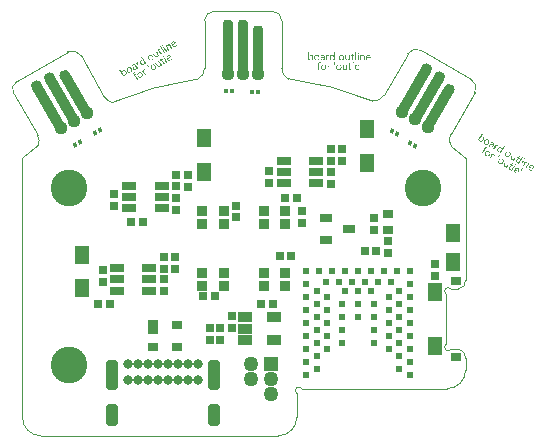
<source format=gts>
G04*
G04 #@! TF.GenerationSoftware,Altium Limited,Altium Designer,21.2.2 (38)*
G04*
G04 Layer_Color=8388736*
%FSAX25Y25*%
%MOIN*%
G70*
G04*
G04 #@! TF.SameCoordinates,45594BEC-2849-4BF4-9243-89CCF95E6EF7*
G04*
G04*
G04 #@! TF.FilePolarity,Negative*
G04*
G01*
G75*
%ADD10C,0.00394*%
G04:AMPARAMS|DCode=29|XSize=35.43mil|YSize=169.29mil|CornerRadius=13.82mil|HoleSize=0mil|Usage=FLASHONLY|Rotation=30.000|XOffset=0mil|YOffset=0mil|HoleType=Round|Shape=RoundedRectangle|*
%AMROUNDEDRECTD29*
21,1,0.03543,0.14165,0,0,30.0*
21,1,0.00780,0.16929,0,0,30.0*
1,1,0.02764,0.03879,-0.05939*
1,1,0.02764,0.03204,-0.06329*
1,1,0.02764,-0.03879,0.05939*
1,1,0.02764,-0.03204,0.06329*
%
%ADD29ROUNDEDRECTD29*%
G04:AMPARAMS|DCode=30|XSize=35.43mil|YSize=188.98mil|CornerRadius=13.82mil|HoleSize=0mil|Usage=FLASHONLY|Rotation=30.000|XOffset=0mil|YOffset=0mil|HoleType=Round|Shape=RoundedRectangle|*
%AMROUNDEDRECTD30*
21,1,0.03543,0.16134,0,0,30.0*
21,1,0.00780,0.18898,0,0,30.0*
1,1,0.02764,0.04371,-0.06791*
1,1,0.02764,0.03696,-0.07181*
1,1,0.02764,-0.04371,0.06791*
1,1,0.02764,-0.03696,0.07181*
%
%ADD30ROUNDEDRECTD30*%
G04:AMPARAMS|DCode=31|XSize=35.43mil|YSize=169.29mil|CornerRadius=13.82mil|HoleSize=0mil|Usage=FLASHONLY|Rotation=0.000|XOffset=0mil|YOffset=0mil|HoleType=Round|Shape=RoundedRectangle|*
%AMROUNDEDRECTD31*
21,1,0.03543,0.14165,0,0,0.0*
21,1,0.00780,0.16929,0,0,0.0*
1,1,0.02764,0.00390,-0.07083*
1,1,0.02764,-0.00390,-0.07083*
1,1,0.02764,-0.00390,0.07083*
1,1,0.02764,0.00390,0.07083*
%
%ADD31ROUNDEDRECTD31*%
G04:AMPARAMS|DCode=32|XSize=35.43mil|YSize=188.98mil|CornerRadius=13.82mil|HoleSize=0mil|Usage=FLASHONLY|Rotation=0.000|XOffset=0mil|YOffset=0mil|HoleType=Round|Shape=RoundedRectangle|*
%AMROUNDEDRECTD32*
21,1,0.03543,0.16134,0,0,0.0*
21,1,0.00780,0.18898,0,0,0.0*
1,1,0.02764,0.00390,-0.08067*
1,1,0.02764,-0.00390,-0.08067*
1,1,0.02764,-0.00390,0.08067*
1,1,0.02764,0.00390,0.08067*
%
%ADD32ROUNDEDRECTD32*%
G04:AMPARAMS|DCode=33|XSize=35.43mil|YSize=169.29mil|CornerRadius=13.82mil|HoleSize=0mil|Usage=FLASHONLY|Rotation=330.000|XOffset=0mil|YOffset=0mil|HoleType=Round|Shape=RoundedRectangle|*
%AMROUNDEDRECTD33*
21,1,0.03543,0.14165,0,0,330.0*
21,1,0.00780,0.16929,0,0,330.0*
1,1,0.02764,-0.03204,-0.06329*
1,1,0.02764,-0.03879,-0.05939*
1,1,0.02764,0.03204,0.06329*
1,1,0.02764,0.03879,0.05939*
%
%ADD33ROUNDEDRECTD33*%
G04:AMPARAMS|DCode=34|XSize=35.43mil|YSize=188.98mil|CornerRadius=13.82mil|HoleSize=0mil|Usage=FLASHONLY|Rotation=330.000|XOffset=0mil|YOffset=0mil|HoleType=Round|Shape=RoundedRectangle|*
%AMROUNDEDRECTD34*
21,1,0.03543,0.16134,0,0,330.0*
21,1,0.00780,0.18898,0,0,330.0*
1,1,0.02764,-0.03696,-0.07181*
1,1,0.02764,-0.04371,-0.06791*
1,1,0.02764,0.03696,0.07181*
1,1,0.02764,0.04371,0.06791*
%
%ADD34ROUNDEDRECTD34*%
%ADD35R,0.02165X0.02165*%
%ADD36R,0.04528X0.02953*%
%ADD37R,0.02559X0.02756*%
%ADD38R,0.02756X0.02559*%
%ADD39R,0.04921X0.05906*%
%ADD40R,0.03347X0.03347*%
%ADD41R,0.02756X0.02559*%
%ADD42R,0.04528X0.03347*%
%ADD43R,0.02559X0.02756*%
%ADD44R,0.03347X0.02953*%
%ADD45R,0.03347X0.04528*%
%ADD46R,0.03740X0.02953*%
%ADD47R,0.04724X0.06299*%
%ADD48R,0.04528X0.06496*%
%ADD49R,0.01181X0.01575*%
G04:AMPARAMS|DCode=50|XSize=11.81mil|YSize=15.75mil|CornerRadius=0mil|HoleSize=0mil|Usage=FLASHONLY|Rotation=330.000|XOffset=0mil|YOffset=0mil|HoleType=Round|Shape=Rectangle|*
%AMROTATEDRECTD50*
4,1,4,-0.00905,-0.00387,-0.00118,0.00977,0.00905,0.00387,0.00118,-0.00977,-0.00905,-0.00387,0.0*
%
%ADD50ROTATEDRECTD50*%

G04:AMPARAMS|DCode=51|XSize=11.81mil|YSize=15.75mil|CornerRadius=0mil|HoleSize=0mil|Usage=FLASHONLY|Rotation=30.000|XOffset=0mil|YOffset=0mil|HoleType=Round|Shape=Rectangle|*
%AMROTATEDRECTD51*
4,1,4,-0.00118,-0.00977,-0.00905,0.00387,0.00118,0.00977,0.00905,-0.00387,-0.00118,-0.00977,0.0*
%
%ADD51ROTATEDRECTD51*%

%ADD52R,0.04134X0.02953*%
%ADD53C,0.04370*%
%ADD54C,0.00591*%
%ADD55C,0.12205*%
%ADD56R,0.04961X0.04961*%
%ADD57C,0.04961*%
%ADD58C,0.03150*%
G04:AMPARAMS|DCode=59|XSize=41.34mil|YSize=72.84mil|CornerRadius=11.81mil|HoleSize=0mil|Usage=FLASHONLY|Rotation=0.000|XOffset=0mil|YOffset=0mil|HoleType=Round|Shape=RoundedRectangle|*
%AMROUNDEDRECTD59*
21,1,0.04134,0.04921,0,0,0.0*
21,1,0.01772,0.07284,0,0,0.0*
1,1,0.02362,0.00886,-0.02461*
1,1,0.02362,-0.00886,-0.02461*
1,1,0.02362,-0.00886,0.02461*
1,1,0.02362,0.00886,0.02461*
%
%ADD59ROUNDEDRECTD59*%
G04:AMPARAMS|DCode=60|XSize=41.34mil|YSize=100.39mil|CornerRadius=11.81mil|HoleSize=0mil|Usage=FLASHONLY|Rotation=0.000|XOffset=0mil|YOffset=0mil|HoleType=Round|Shape=RoundedRectangle|*
%AMROUNDEDRECTD60*
21,1,0.04134,0.07677,0,0,0.0*
21,1,0.01772,0.10039,0,0,0.0*
1,1,0.02362,0.00886,-0.03839*
1,1,0.02362,-0.00886,-0.03839*
1,1,0.02362,-0.00886,0.03839*
1,1,0.02362,0.00886,0.03839*
%
%ADD60ROUNDEDRECTD60*%
G36*
X0038342Y0118576D02*
X0038361Y0118573D01*
X0038381Y0118567D01*
X0038404Y0118557D01*
X0038427Y0118544D01*
X0038447Y0118527D01*
X0038450Y0118524D01*
X0038457Y0118517D01*
X0038463Y0118507D01*
X0038476Y0118491D01*
X0038486Y0118471D01*
X0038493Y0118448D01*
X0038499Y0118426D01*
X0038503Y0118396D01*
Y0118393D01*
Y0118383D01*
X0038499Y0118370D01*
X0038496Y0118350D01*
X0038489Y0118327D01*
X0038480Y0118307D01*
X0038467Y0118284D01*
X0038447Y0118261D01*
X0038443Y0118258D01*
X0038437Y0118255D01*
X0038427Y0118245D01*
X0038411Y0118235D01*
X0038391Y0118225D01*
X0038368Y0118219D01*
X0038345Y0118212D01*
X0038316Y0118209D01*
X0038302D01*
X0038289Y0118212D01*
X0038270Y0118216D01*
X0038250Y0118222D01*
X0038227Y0118232D01*
X0038204Y0118245D01*
X0038184Y0118261D01*
X0038181Y0118265D01*
X0038178Y0118271D01*
X0038168Y0118281D01*
X0038158Y0118298D01*
X0038148Y0118317D01*
X0038142Y0118340D01*
X0038135Y0118366D01*
X0038132Y0118396D01*
Y0118399D01*
Y0118409D01*
X0038135Y0118422D01*
X0038138Y0118442D01*
X0038145Y0118462D01*
X0038155Y0118484D01*
X0038168Y0118507D01*
X0038184Y0118527D01*
X0038188Y0118530D01*
X0038194Y0118537D01*
X0038204Y0118544D01*
X0038221Y0118553D01*
X0038240Y0118563D01*
X0038263Y0118573D01*
X0038286Y0118576D01*
X0038316Y0118580D01*
X0038329D01*
X0038342Y0118576D01*
D02*
G37*
G36*
X0030460Y0115985D02*
X0030178D01*
Y0116287D01*
X0030171D01*
X0030168Y0116284D01*
X0030161Y0116274D01*
X0030152Y0116254D01*
X0030135Y0116234D01*
X0030112Y0116208D01*
X0030086Y0116179D01*
X0030057Y0116149D01*
X0030020Y0116116D01*
X0029978Y0116084D01*
X0029935Y0116054D01*
X0029883Y0116024D01*
X0029827Y0115998D01*
X0029768Y0115979D01*
X0029702Y0115962D01*
X0029633Y0115949D01*
X0029558Y0115946D01*
X0029545D01*
X0029525Y0115949D01*
X0029502D01*
X0029476Y0115952D01*
X0029443Y0115959D01*
X0029404Y0115965D01*
X0029364Y0115975D01*
X0029325Y0115988D01*
X0029279Y0116005D01*
X0029237Y0116021D01*
X0029191Y0116044D01*
X0029148Y0116074D01*
X0029105Y0116103D01*
X0029063Y0116139D01*
X0029023Y0116182D01*
X0029020Y0116185D01*
X0029013Y0116192D01*
X0029004Y0116208D01*
X0028994Y0116225D01*
X0028977Y0116251D01*
X0028961Y0116277D01*
X0028941Y0116313D01*
X0028925Y0116352D01*
X0028905Y0116395D01*
X0028886Y0116444D01*
X0028869Y0116497D01*
X0028856Y0116556D01*
X0028843Y0116618D01*
X0028833Y0116684D01*
X0028827Y0116756D01*
X0028823Y0116831D01*
Y0116838D01*
Y0116851D01*
Y0116874D01*
X0028827Y0116903D01*
X0028830Y0116943D01*
X0028836Y0116985D01*
X0028843Y0117031D01*
X0028853Y0117084D01*
X0028879Y0117195D01*
X0028895Y0117254D01*
X0028918Y0117314D01*
X0028945Y0117373D01*
X0028974Y0117432D01*
X0029007Y0117484D01*
X0029046Y0117537D01*
X0029050Y0117540D01*
X0029056Y0117550D01*
X0029069Y0117563D01*
X0029086Y0117579D01*
X0029109Y0117599D01*
X0029135Y0117622D01*
X0029168Y0117645D01*
X0029204Y0117671D01*
X0029243Y0117694D01*
X0029289Y0117717D01*
X0029338Y0117740D01*
X0029391Y0117760D01*
X0029447Y0117779D01*
X0029506Y0117792D01*
X0029571Y0117799D01*
X0029637Y0117802D01*
X0029653D01*
X0029673Y0117799D01*
X0029696D01*
X0029729Y0117792D01*
X0029761Y0117786D01*
X0029801Y0117779D01*
X0029840Y0117766D01*
X0029886Y0117750D01*
X0029929Y0117733D01*
X0029975Y0117707D01*
X0030017Y0117681D01*
X0030060Y0117648D01*
X0030099Y0117609D01*
X0030139Y0117566D01*
X0030171Y0117514D01*
X0030178D01*
Y0118612D01*
X0030460D01*
Y0115985D01*
D02*
G37*
G36*
X0039952Y0117799D02*
X0039975Y0117796D01*
X0040005Y0117792D01*
X0040067Y0117779D01*
X0040139Y0117756D01*
X0040179Y0117740D01*
X0040215Y0117724D01*
X0040251Y0117701D01*
X0040287Y0117674D01*
X0040320Y0117645D01*
X0040349Y0117612D01*
X0040352Y0117609D01*
X0040356Y0117602D01*
X0040362Y0117592D01*
X0040372Y0117576D01*
X0040385Y0117560D01*
X0040398Y0117533D01*
X0040411Y0117507D01*
X0040428Y0117474D01*
X0040441Y0117438D01*
X0040454Y0117399D01*
X0040467Y0117353D01*
X0040480Y0117304D01*
X0040490Y0117251D01*
X0040497Y0117195D01*
X0040503Y0117136D01*
Y0117071D01*
Y0115985D01*
X0040218D01*
Y0116995D01*
Y0116999D01*
Y0117002D01*
Y0117018D01*
X0040215Y0117048D01*
X0040211Y0117084D01*
X0040205Y0117127D01*
X0040195Y0117176D01*
X0040182Y0117225D01*
X0040165Y0117281D01*
X0040146Y0117333D01*
X0040116Y0117382D01*
X0040084Y0117432D01*
X0040044Y0117474D01*
X0039995Y0117510D01*
X0039942Y0117540D01*
X0039877Y0117556D01*
X0039841Y0117563D01*
X0039785D01*
X0039769Y0117560D01*
X0039752D01*
X0039729Y0117553D01*
X0039680Y0117543D01*
X0039624Y0117524D01*
X0039565Y0117494D01*
X0039536Y0117478D01*
X0039506Y0117455D01*
X0039477Y0117432D01*
X0039450Y0117402D01*
Y0117399D01*
X0039444Y0117395D01*
X0039437Y0117386D01*
X0039428Y0117373D01*
X0039418Y0117356D01*
X0039408Y0117340D01*
X0039382Y0117291D01*
X0039355Y0117232D01*
X0039336Y0117163D01*
X0039319Y0117084D01*
X0039313Y0116995D01*
Y0115985D01*
X0039027D01*
Y0117760D01*
X0039313D01*
Y0117464D01*
X0039319D01*
X0039323Y0117468D01*
X0039329Y0117478D01*
X0039339Y0117497D01*
X0039355Y0117517D01*
X0039378Y0117543D01*
X0039405Y0117573D01*
X0039434Y0117602D01*
X0039467Y0117635D01*
X0039506Y0117665D01*
X0039549Y0117694D01*
X0039598Y0117724D01*
X0039651Y0117750D01*
X0039706Y0117773D01*
X0039769Y0117789D01*
X0039834Y0117799D01*
X0039903Y0117802D01*
X0039933D01*
X0039952Y0117799D01*
D02*
G37*
G36*
X0028528Y0117789D02*
X0028584Y0117783D01*
X0028613Y0117776D01*
X0028636Y0117766D01*
Y0117471D01*
X0028633Y0117474D01*
X0028623Y0117481D01*
X0028604Y0117491D01*
X0028581Y0117500D01*
X0028551Y0117510D01*
X0028512Y0117520D01*
X0028469Y0117527D01*
X0028420Y0117530D01*
X0028403D01*
X0028390Y0117527D01*
X0028357Y0117520D01*
X0028315Y0117507D01*
X0028266Y0117487D01*
X0028216Y0117458D01*
X0028190Y0117438D01*
X0028164Y0117415D01*
X0028138Y0117386D01*
X0028115Y0117356D01*
Y0117353D01*
X0028108Y0117350D01*
X0028105Y0117340D01*
X0028095Y0117327D01*
X0028085Y0117307D01*
X0028075Y0117287D01*
X0028066Y0117261D01*
X0028056Y0117235D01*
X0028043Y0117202D01*
X0028033Y0117169D01*
X0028023Y0117130D01*
X0028013Y0117087D01*
X0028000Y0116995D01*
X0027993Y0116890D01*
Y0115985D01*
X0027708D01*
Y0117760D01*
X0027993D01*
Y0117392D01*
X0028000D01*
Y0117395D01*
X0028003Y0117402D01*
X0028007Y0117412D01*
X0028013Y0117425D01*
X0028026Y0117458D01*
X0028046Y0117500D01*
X0028072Y0117546D01*
X0028105Y0117596D01*
X0028144Y0117645D01*
X0028187Y0117687D01*
X0028194Y0117691D01*
X0028210Y0117704D01*
X0028236Y0117720D01*
X0028269Y0117740D01*
X0028308Y0117760D01*
X0028357Y0117776D01*
X0028410Y0117789D01*
X0028466Y0117792D01*
X0028505D01*
X0028528Y0117789D01*
D02*
G37*
G36*
X0035531Y0115985D02*
X0035245D01*
Y0116264D01*
X0035239D01*
X0035236Y0116261D01*
X0035229Y0116251D01*
X0035219Y0116234D01*
X0035206Y0116215D01*
X0035186Y0116192D01*
X0035164Y0116162D01*
X0035137Y0116136D01*
X0035105Y0116106D01*
X0035068Y0116074D01*
X0035029Y0116048D01*
X0034983Y0116021D01*
X0034934Y0115995D01*
X0034878Y0115975D01*
X0034822Y0115959D01*
X0034760Y0115949D01*
X0034691Y0115946D01*
X0034665D01*
X0034632Y0115952D01*
X0034593Y0115959D01*
X0034544Y0115969D01*
X0034491Y0115985D01*
X0034435Y0116008D01*
X0034376Y0116041D01*
X0034317Y0116080D01*
X0034258Y0116129D01*
X0034206Y0116189D01*
X0034179Y0116225D01*
X0034157Y0116264D01*
X0034137Y0116303D01*
X0034117Y0116349D01*
X0034101Y0116398D01*
X0034084Y0116448D01*
X0034075Y0116503D01*
X0034065Y0116566D01*
X0034061Y0116628D01*
X0034058Y0116697D01*
Y0117760D01*
X0034340D01*
Y0116743D01*
Y0116736D01*
Y0116720D01*
X0034343Y0116690D01*
X0034347Y0116654D01*
X0034353Y0116612D01*
X0034363Y0116566D01*
X0034376Y0116513D01*
X0034393Y0116464D01*
X0034416Y0116411D01*
X0034445Y0116359D01*
X0034481Y0116313D01*
X0034521Y0116270D01*
X0034570Y0116234D01*
X0034629Y0116205D01*
X0034694Y0116189D01*
X0034731Y0116185D01*
X0034770Y0116182D01*
X0034790D01*
X0034806Y0116185D01*
X0034842Y0116189D01*
X0034891Y0116202D01*
X0034944Y0116218D01*
X0034999Y0116244D01*
X0035059Y0116284D01*
X0035085Y0116307D01*
X0035111Y0116333D01*
Y0116336D01*
X0035118Y0116339D01*
X0035124Y0116349D01*
X0035131Y0116362D01*
X0035154Y0116395D01*
X0035180Y0116441D01*
X0035203Y0116500D01*
X0035226Y0116569D01*
X0035239Y0116648D01*
X0035245Y0116736D01*
Y0117760D01*
X0035531D01*
Y0115985D01*
D02*
G37*
G36*
X0038453D02*
X0038168D01*
Y0117760D01*
X0038453D01*
Y0115985D01*
D02*
G37*
G36*
X0037594D02*
X0037309D01*
Y0118612D01*
X0037594D01*
Y0115985D01*
D02*
G37*
G36*
X0026606Y0117799D02*
X0026645Y0117792D01*
X0026691Y0117783D01*
X0026744Y0117766D01*
X0026803Y0117746D01*
X0026862Y0117720D01*
X0026918Y0117684D01*
X0026977Y0117641D01*
X0027029Y0117586D01*
X0027075Y0117524D01*
X0027114Y0117448D01*
X0027131Y0117405D01*
X0027147Y0117359D01*
X0027157Y0117310D01*
X0027167Y0117258D01*
X0027170Y0117199D01*
X0027173Y0117140D01*
Y0115985D01*
X0026888D01*
Y0116261D01*
X0026882D01*
X0026878Y0116257D01*
X0026872Y0116247D01*
X0026862Y0116231D01*
X0026845Y0116211D01*
X0026826Y0116189D01*
X0026803Y0116162D01*
X0026777Y0116133D01*
X0026744Y0116103D01*
X0026708Y0116074D01*
X0026665Y0116044D01*
X0026622Y0116018D01*
X0026573Y0115995D01*
X0026517Y0115975D01*
X0026462Y0115959D01*
X0026399Y0115949D01*
X0026334Y0115946D01*
X0026307D01*
X0026291Y0115949D01*
X0026268D01*
X0026242Y0115952D01*
X0026183Y0115962D01*
X0026117Y0115979D01*
X0026048Y0116005D01*
X0025983Y0116038D01*
X0025921Y0116084D01*
Y0116087D01*
X0025914Y0116090D01*
X0025897Y0116110D01*
X0025871Y0116139D01*
X0025845Y0116182D01*
X0025819Y0116234D01*
X0025793Y0116297D01*
X0025776Y0116372D01*
X0025773Y0116411D01*
X0025770Y0116454D01*
Y0116461D01*
Y0116477D01*
X0025773Y0116500D01*
X0025779Y0116533D01*
X0025786Y0116572D01*
X0025799Y0116615D01*
X0025819Y0116664D01*
X0025842Y0116713D01*
X0025875Y0116766D01*
X0025914Y0116815D01*
X0025960Y0116864D01*
X0026019Y0116910D01*
X0026085Y0116949D01*
X0026163Y0116985D01*
X0026255Y0117015D01*
X0026304Y0117025D01*
X0026357Y0117035D01*
X0026888Y0117110D01*
Y0117117D01*
Y0117130D01*
X0026885Y0117153D01*
X0026882Y0117182D01*
X0026878Y0117215D01*
X0026868Y0117254D01*
X0026859Y0117294D01*
X0026842Y0117336D01*
X0026823Y0117379D01*
X0026799Y0117419D01*
X0026770Y0117458D01*
X0026734Y0117491D01*
X0026691Y0117520D01*
X0026645Y0117543D01*
X0026590Y0117556D01*
X0026524Y0117563D01*
X0026491D01*
X0026468Y0117560D01*
X0026442Y0117556D01*
X0026409Y0117550D01*
X0026373Y0117543D01*
X0026331Y0117537D01*
X0026242Y0117510D01*
X0026193Y0117491D01*
X0026144Y0117471D01*
X0026094Y0117445D01*
X0026042Y0117415D01*
X0025993Y0117382D01*
X0025943Y0117343D01*
Y0117635D01*
X0025947Y0117638D01*
X0025957Y0117641D01*
X0025970Y0117651D01*
X0025989Y0117661D01*
X0026016Y0117674D01*
X0026045Y0117687D01*
X0026078Y0117704D01*
X0026117Y0117720D01*
X0026160Y0117733D01*
X0026206Y0117750D01*
X0026255Y0117763D01*
X0026307Y0117776D01*
X0026422Y0117796D01*
X0026485Y0117799D01*
X0026547Y0117802D01*
X0026573D01*
X0026606Y0117799D01*
D02*
G37*
G36*
X0036482Y0117760D02*
X0036928D01*
Y0117517D01*
X0036482D01*
Y0116516D01*
Y0116513D01*
Y0116510D01*
Y0116500D01*
Y0116487D01*
X0036485Y0116454D01*
X0036489Y0116418D01*
X0036495Y0116376D01*
X0036508Y0116333D01*
X0036521Y0116294D01*
X0036541Y0116261D01*
X0036544Y0116257D01*
X0036554Y0116247D01*
X0036567Y0116238D01*
X0036590Y0116225D01*
X0036620Y0116208D01*
X0036653Y0116198D01*
X0036695Y0116189D01*
X0036744Y0116185D01*
X0036764D01*
X0036784Y0116189D01*
X0036807Y0116192D01*
X0036836Y0116198D01*
X0036869Y0116211D01*
X0036899Y0116225D01*
X0036928Y0116244D01*
Y0116001D01*
X0036925Y0115998D01*
X0036912Y0115995D01*
X0036889Y0115985D01*
X0036859Y0115975D01*
X0036820Y0115965D01*
X0036777Y0115959D01*
X0036725Y0115952D01*
X0036666Y0115949D01*
X0036646D01*
X0036623Y0115952D01*
X0036594Y0115959D01*
X0036557Y0115965D01*
X0036518Y0115975D01*
X0036476Y0115992D01*
X0036433Y0116015D01*
X0036387Y0116041D01*
X0036344Y0116077D01*
X0036305Y0116116D01*
X0036269Y0116169D01*
X0036239Y0116228D01*
X0036216Y0116297D01*
X0036203Y0116376D01*
X0036197Y0116467D01*
Y0117517D01*
X0035892D01*
Y0117760D01*
X0036197D01*
Y0118193D01*
X0036482Y0118284D01*
Y0117760D01*
D02*
G37*
G36*
X0041796Y0117799D02*
X0041822Y0117796D01*
X0041858Y0117789D01*
X0041894Y0117783D01*
X0041933Y0117773D01*
X0041976Y0117763D01*
X0042022Y0117746D01*
X0042065Y0117730D01*
X0042111Y0117707D01*
X0042153Y0117681D01*
X0042196Y0117651D01*
X0042239Y0117615D01*
X0042275Y0117576D01*
X0042278Y0117573D01*
X0042284Y0117566D01*
X0042291Y0117553D01*
X0042304Y0117533D01*
X0042317Y0117510D01*
X0042334Y0117484D01*
X0042353Y0117451D01*
X0042370Y0117412D01*
X0042386Y0117369D01*
X0042406Y0117323D01*
X0042422Y0117271D01*
X0042435Y0117215D01*
X0042448Y0117156D01*
X0042458Y0117090D01*
X0042461Y0117022D01*
X0042465Y0116949D01*
Y0116802D01*
X0041212D01*
Y0116799D01*
Y0116789D01*
X0041215Y0116772D01*
Y0116753D01*
X0041218Y0116726D01*
X0041222Y0116700D01*
X0041235Y0116631D01*
X0041254Y0116559D01*
X0041281Y0116484D01*
X0041320Y0116408D01*
X0041343Y0116376D01*
X0041369Y0116343D01*
X0041373Y0116339D01*
X0041376Y0116336D01*
X0041386Y0116330D01*
X0041399Y0116316D01*
X0041412Y0116307D01*
X0041432Y0116294D01*
X0041481Y0116264D01*
X0041540Y0116234D01*
X0041612Y0116208D01*
X0041697Y0116189D01*
X0041743Y0116185D01*
X0041792Y0116182D01*
X0041822D01*
X0041842Y0116185D01*
X0041868Y0116189D01*
X0041901Y0116192D01*
X0041933Y0116198D01*
X0041973Y0116208D01*
X0042058Y0116231D01*
X0042104Y0116247D01*
X0042150Y0116264D01*
X0042199Y0116287D01*
X0042248Y0116313D01*
X0042294Y0116343D01*
X0042343Y0116379D01*
Y0116113D01*
X0042340Y0116110D01*
X0042334Y0116106D01*
X0042320Y0116097D01*
X0042301Y0116087D01*
X0042278Y0116074D01*
X0042248Y0116061D01*
X0042215Y0116044D01*
X0042179Y0116031D01*
X0042137Y0116015D01*
X0042091Y0115998D01*
X0042038Y0115985D01*
X0041983Y0115972D01*
X0041924Y0115962D01*
X0041861Y0115952D01*
X0041796Y0115949D01*
X0041723Y0115946D01*
X0041707D01*
X0041687Y0115949D01*
X0041661D01*
X0041628Y0115952D01*
X0041592Y0115959D01*
X0041553Y0115965D01*
X0041507Y0115975D01*
X0041461Y0115988D01*
X0041412Y0116005D01*
X0041363Y0116024D01*
X0041313Y0116048D01*
X0041264Y0116074D01*
X0041218Y0116106D01*
X0041173Y0116143D01*
X0041130Y0116185D01*
X0041127Y0116189D01*
X0041120Y0116195D01*
X0041110Y0116211D01*
X0041097Y0116231D01*
X0041081Y0116254D01*
X0041061Y0116284D01*
X0041045Y0116320D01*
X0041025Y0116359D01*
X0041002Y0116405D01*
X0040986Y0116457D01*
X0040966Y0116513D01*
X0040949Y0116572D01*
X0040936Y0116638D01*
X0040927Y0116710D01*
X0040920Y0116785D01*
X0040917Y0116864D01*
Y0116867D01*
Y0116884D01*
X0040920Y0116903D01*
Y0116933D01*
X0040923Y0116969D01*
X0040930Y0117008D01*
X0040936Y0117054D01*
X0040946Y0117104D01*
X0040959Y0117156D01*
X0040976Y0117212D01*
X0040992Y0117268D01*
X0041015Y0117327D01*
X0041045Y0117382D01*
X0041074Y0117435D01*
X0041110Y0117491D01*
X0041153Y0117540D01*
X0041156Y0117543D01*
X0041163Y0117550D01*
X0041176Y0117563D01*
X0041195Y0117582D01*
X0041218Y0117602D01*
X0041245Y0117622D01*
X0041277Y0117648D01*
X0041313Y0117671D01*
X0041356Y0117694D01*
X0041399Y0117720D01*
X0041448Y0117740D01*
X0041500Y0117763D01*
X0041553Y0117779D01*
X0041612Y0117792D01*
X0041674Y0117799D01*
X0041737Y0117802D01*
X0041769D01*
X0041796Y0117799D01*
D02*
G37*
G36*
X0032861D02*
X0032894Y0117796D01*
X0032933Y0117789D01*
X0032976Y0117783D01*
X0033022Y0117773D01*
X0033071Y0117760D01*
X0033120Y0117743D01*
X0033173Y0117724D01*
X0033225Y0117697D01*
X0033274Y0117671D01*
X0033323Y0117638D01*
X0033373Y0117599D01*
X0033415Y0117556D01*
X0033419Y0117553D01*
X0033425Y0117546D01*
X0033435Y0117530D01*
X0033451Y0117510D01*
X0033468Y0117487D01*
X0033487Y0117458D01*
X0033507Y0117422D01*
X0033527Y0117379D01*
X0033547Y0117333D01*
X0033569Y0117284D01*
X0033586Y0117228D01*
X0033602Y0117166D01*
X0033619Y0117104D01*
X0033628Y0117031D01*
X0033635Y0116956D01*
X0033638Y0116877D01*
Y0116874D01*
Y0116858D01*
Y0116838D01*
X0033635Y0116808D01*
X0033632Y0116772D01*
X0033625Y0116730D01*
X0033619Y0116684D01*
X0033609Y0116635D01*
X0033596Y0116582D01*
X0033579Y0116526D01*
X0033560Y0116471D01*
X0033537Y0116411D01*
X0033510Y0116356D01*
X0033478Y0116300D01*
X0033441Y0116247D01*
X0033399Y0116198D01*
X0033396Y0116195D01*
X0033389Y0116189D01*
X0033373Y0116175D01*
X0033356Y0116159D01*
X0033330Y0116139D01*
X0033301Y0116120D01*
X0033268Y0116097D01*
X0033228Y0116074D01*
X0033186Y0116048D01*
X0033136Y0116024D01*
X0033084Y0116005D01*
X0033028Y0115985D01*
X0032966Y0115969D01*
X0032900Y0115956D01*
X0032831Y0115949D01*
X0032756Y0115946D01*
X0032740D01*
X0032717Y0115949D01*
X0032690D01*
X0032658Y0115952D01*
X0032618Y0115959D01*
X0032576Y0115965D01*
X0032530Y0115975D01*
X0032480Y0115988D01*
X0032428Y0116005D01*
X0032375Y0116024D01*
X0032323Y0116051D01*
X0032271Y0116077D01*
X0032221Y0116110D01*
X0032172Y0116149D01*
X0032126Y0116192D01*
X0032123Y0116195D01*
X0032116Y0116205D01*
X0032103Y0116218D01*
X0032090Y0116238D01*
X0032070Y0116261D01*
X0032051Y0116294D01*
X0032031Y0116326D01*
X0032008Y0116369D01*
X0031985Y0116411D01*
X0031966Y0116464D01*
X0031946Y0116516D01*
X0031926Y0116576D01*
X0031913Y0116638D01*
X0031900Y0116707D01*
X0031893Y0116776D01*
X0031890Y0116851D01*
Y0116858D01*
Y0116871D01*
X0031893Y0116894D01*
Y0116923D01*
X0031897Y0116963D01*
X0031903Y0117005D01*
X0031910Y0117054D01*
X0031920Y0117107D01*
X0031933Y0117159D01*
X0031949Y0117218D01*
X0031969Y0117277D01*
X0031992Y0117333D01*
X0032021Y0117392D01*
X0032054Y0117448D01*
X0032090Y0117500D01*
X0032133Y0117550D01*
X0032136Y0117553D01*
X0032146Y0117560D01*
X0032159Y0117573D01*
X0032179Y0117589D01*
X0032202Y0117609D01*
X0032231Y0117628D01*
X0032267Y0117651D01*
X0032307Y0117678D01*
X0032353Y0117701D01*
X0032402Y0117724D01*
X0032458Y0117743D01*
X0032517Y0117763D01*
X0032579Y0117779D01*
X0032648Y0117792D01*
X0032720Y0117799D01*
X0032795Y0117802D01*
X0032835D01*
X0032861Y0117799D01*
D02*
G37*
G36*
X0024667D02*
X0024700Y0117796D01*
X0024740Y0117789D01*
X0024782Y0117783D01*
X0024828Y0117773D01*
X0024877Y0117760D01*
X0024927Y0117743D01*
X0024979Y0117724D01*
X0025032Y0117697D01*
X0025081Y0117671D01*
X0025130Y0117638D01*
X0025179Y0117599D01*
X0025222Y0117556D01*
X0025225Y0117553D01*
X0025232Y0117546D01*
X0025242Y0117530D01*
X0025258Y0117510D01*
X0025274Y0117487D01*
X0025294Y0117458D01*
X0025314Y0117422D01*
X0025333Y0117379D01*
X0025353Y0117333D01*
X0025376Y0117284D01*
X0025392Y0117228D01*
X0025409Y0117166D01*
X0025425Y0117104D01*
X0025435Y0117031D01*
X0025442Y0116956D01*
X0025445Y0116877D01*
Y0116874D01*
Y0116858D01*
Y0116838D01*
X0025442Y0116808D01*
X0025438Y0116772D01*
X0025432Y0116730D01*
X0025425Y0116684D01*
X0025415Y0116635D01*
X0025402Y0116582D01*
X0025386Y0116526D01*
X0025366Y0116471D01*
X0025343Y0116411D01*
X0025317Y0116356D01*
X0025284Y0116300D01*
X0025248Y0116247D01*
X0025205Y0116198D01*
X0025202Y0116195D01*
X0025196Y0116189D01*
X0025179Y0116175D01*
X0025163Y0116159D01*
X0025137Y0116139D01*
X0025107Y0116120D01*
X0025074Y0116097D01*
X0025035Y0116074D01*
X0024992Y0116048D01*
X0024943Y0116024D01*
X0024891Y0116005D01*
X0024835Y0115985D01*
X0024772Y0115969D01*
X0024707Y0115956D01*
X0024638Y0115949D01*
X0024563Y0115946D01*
X0024546D01*
X0024523Y0115949D01*
X0024497D01*
X0024464Y0115952D01*
X0024425Y0115959D01*
X0024382Y0115965D01*
X0024336Y0115975D01*
X0024287Y0115988D01*
X0024235Y0116005D01*
X0024182Y0116024D01*
X0024130Y0116051D01*
X0024077Y0116077D01*
X0024028Y0116110D01*
X0023979Y0116149D01*
X0023933Y0116192D01*
X0023930Y0116195D01*
X0023923Y0116205D01*
X0023910Y0116218D01*
X0023897Y0116238D01*
X0023877Y0116261D01*
X0023857Y0116294D01*
X0023838Y0116326D01*
X0023815Y0116369D01*
X0023792Y0116411D01*
X0023772Y0116464D01*
X0023752Y0116516D01*
X0023733Y0116576D01*
X0023720Y0116638D01*
X0023707Y0116707D01*
X0023700Y0116776D01*
X0023697Y0116851D01*
Y0116858D01*
Y0116871D01*
X0023700Y0116894D01*
Y0116923D01*
X0023703Y0116963D01*
X0023710Y0117005D01*
X0023716Y0117054D01*
X0023726Y0117107D01*
X0023739Y0117159D01*
X0023756Y0117218D01*
X0023775Y0117277D01*
X0023798Y0117333D01*
X0023828Y0117392D01*
X0023861Y0117448D01*
X0023897Y0117500D01*
X0023939Y0117550D01*
X0023943Y0117553D01*
X0023953Y0117560D01*
X0023966Y0117573D01*
X0023985Y0117589D01*
X0024008Y0117609D01*
X0024038Y0117628D01*
X0024074Y0117651D01*
X0024113Y0117678D01*
X0024159Y0117701D01*
X0024208Y0117724D01*
X0024264Y0117743D01*
X0024323Y0117763D01*
X0024385Y0117779D01*
X0024454Y0117792D01*
X0024527Y0117799D01*
X0024602Y0117802D01*
X0024641D01*
X0024667Y0117799D01*
D02*
G37*
G36*
X0022014Y0117448D02*
X0022021D01*
X0022024Y0117451D01*
X0022030Y0117464D01*
X0022043Y0117481D01*
X0022060Y0117504D01*
X0022083Y0117530D01*
X0022109Y0117560D01*
X0022139Y0117592D01*
X0022175Y0117625D01*
X0022217Y0117658D01*
X0022263Y0117691D01*
X0022312Y0117720D01*
X0022368Y0117746D01*
X0022427Y0117770D01*
X0022493Y0117786D01*
X0022562Y0117799D01*
X0022634Y0117802D01*
X0022667D01*
X0022690Y0117799D01*
X0022719Y0117796D01*
X0022752Y0117789D01*
X0022791Y0117783D01*
X0022831Y0117773D01*
X0022873Y0117760D01*
X0022916Y0117743D01*
X0022962Y0117724D01*
X0023005Y0117701D01*
X0023047Y0117674D01*
X0023090Y0117641D01*
X0023133Y0117605D01*
X0023169Y0117563D01*
X0023172Y0117560D01*
X0023178Y0117553D01*
X0023185Y0117537D01*
X0023198Y0117520D01*
X0023214Y0117494D01*
X0023231Y0117468D01*
X0023247Y0117432D01*
X0023267Y0117392D01*
X0023283Y0117350D01*
X0023300Y0117300D01*
X0023316Y0117248D01*
X0023333Y0117192D01*
X0023346Y0117130D01*
X0023352Y0117064D01*
X0023359Y0116995D01*
X0023362Y0116923D01*
Y0116917D01*
Y0116903D01*
Y0116881D01*
X0023359Y0116851D01*
X0023356Y0116812D01*
X0023352Y0116769D01*
X0023346Y0116720D01*
X0023336Y0116667D01*
X0023310Y0116553D01*
X0023293Y0116493D01*
X0023270Y0116435D01*
X0023247Y0116376D01*
X0023218Y0116320D01*
X0023185Y0116264D01*
X0023146Y0116211D01*
X0023142Y0116208D01*
X0023136Y0116202D01*
X0023123Y0116189D01*
X0023106Y0116169D01*
X0023083Y0116149D01*
X0023057Y0116126D01*
X0023028Y0116103D01*
X0022991Y0116080D01*
X0022949Y0116054D01*
X0022906Y0116031D01*
X0022857Y0116008D01*
X0022805Y0115988D01*
X0022745Y0115972D01*
X0022686Y0115959D01*
X0022621Y0115949D01*
X0022552Y0115946D01*
X0022535D01*
X0022519Y0115949D01*
X0022493D01*
X0022467Y0115956D01*
X0022431Y0115962D01*
X0022395Y0115972D01*
X0022355Y0115982D01*
X0022312Y0115998D01*
X0022267Y0116018D01*
X0022224Y0116041D01*
X0022181Y0116070D01*
X0022135Y0116103D01*
X0022096Y0116143D01*
X0022057Y0116189D01*
X0022021Y0116241D01*
X0022014D01*
Y0115985D01*
X0021729D01*
Y0118612D01*
X0022014D01*
Y0117448D01*
D02*
G37*
G36*
X0025704Y0115445D02*
X0025737Y0115442D01*
X0025770Y0115435D01*
X0025806Y0115426D01*
X0025835Y0115416D01*
Y0115160D01*
X0025832Y0115163D01*
X0025819Y0115166D01*
X0025802Y0115173D01*
X0025779Y0115183D01*
X0025750Y0115193D01*
X0025720Y0115199D01*
X0025684Y0115202D01*
X0025645Y0115206D01*
X0025632D01*
X0025619Y0115202D01*
X0025599Y0115199D01*
X0025576Y0115196D01*
X0025550Y0115186D01*
X0025524Y0115173D01*
X0025497Y0115160D01*
X0025468Y0115140D01*
X0025442Y0115114D01*
X0025415Y0115084D01*
X0025392Y0115048D01*
X0025373Y0115006D01*
X0025360Y0114956D01*
X0025350Y0114898D01*
X0025346Y0114832D01*
Y0114556D01*
X0025763D01*
Y0114314D01*
X0025346D01*
Y0112782D01*
X0025064D01*
Y0114314D01*
X0024763D01*
Y0114556D01*
X0025064D01*
Y0114845D01*
Y0114848D01*
Y0114858D01*
Y0114871D01*
X0025068Y0114891D01*
X0025071Y0114914D01*
X0025074Y0114943D01*
X0025084Y0115006D01*
X0025104Y0115075D01*
X0025133Y0115147D01*
X0025150Y0115183D01*
X0025173Y0115219D01*
X0025196Y0115252D01*
X0025225Y0115285D01*
X0025228Y0115288D01*
X0025232Y0115291D01*
X0025242Y0115301D01*
X0025255Y0115311D01*
X0025271Y0115324D01*
X0025287Y0115337D01*
X0025337Y0115366D01*
X0025396Y0115396D01*
X0025465Y0115422D01*
X0025543Y0115442D01*
X0025583Y0115445D01*
X0025629Y0115448D01*
X0025675D01*
X0025704Y0115445D01*
D02*
G37*
G36*
X0036649Y0115373D02*
X0036669Y0115370D01*
X0036689Y0115363D01*
X0036712Y0115353D01*
X0036735Y0115340D01*
X0036754Y0115324D01*
X0036758Y0115321D01*
X0036764Y0115314D01*
X0036771Y0115304D01*
X0036784Y0115288D01*
X0036794Y0115268D01*
X0036800Y0115245D01*
X0036807Y0115222D01*
X0036810Y0115193D01*
Y0115189D01*
Y0115180D01*
X0036807Y0115166D01*
X0036803Y0115147D01*
X0036797Y0115124D01*
X0036787Y0115104D01*
X0036774Y0115081D01*
X0036754Y0115058D01*
X0036751Y0115055D01*
X0036744Y0115052D01*
X0036735Y0115042D01*
X0036718Y0115032D01*
X0036699Y0115022D01*
X0036676Y0115016D01*
X0036653Y0115009D01*
X0036623Y0115006D01*
X0036610D01*
X0036597Y0115009D01*
X0036577Y0115012D01*
X0036557Y0115019D01*
X0036535Y0115029D01*
X0036512Y0115042D01*
X0036492Y0115058D01*
X0036489Y0115061D01*
X0036485Y0115068D01*
X0036476Y0115078D01*
X0036466Y0115094D01*
X0036456Y0115114D01*
X0036449Y0115137D01*
X0036443Y0115163D01*
X0036439Y0115193D01*
Y0115196D01*
Y0115206D01*
X0036443Y0115219D01*
X0036446Y0115239D01*
X0036453Y0115258D01*
X0036462Y0115281D01*
X0036476Y0115304D01*
X0036492Y0115324D01*
X0036495Y0115327D01*
X0036502Y0115334D01*
X0036512Y0115340D01*
X0036528Y0115350D01*
X0036548Y0115360D01*
X0036571Y0115370D01*
X0036594Y0115373D01*
X0036623Y0115376D01*
X0036636D01*
X0036649Y0115373D01*
D02*
G37*
G36*
X0039437Y0114491D02*
X0039188D01*
Y0115268D01*
X0039437D01*
Y0114491D01*
D02*
G37*
G36*
X0030608D02*
X0030358D01*
Y0115268D01*
X0030608D01*
Y0114491D01*
D02*
G37*
G36*
X0028971Y0114586D02*
X0029027Y0114579D01*
X0029056Y0114573D01*
X0029079Y0114563D01*
Y0114268D01*
X0029076Y0114271D01*
X0029066Y0114278D01*
X0029046Y0114287D01*
X0029023Y0114297D01*
X0028994Y0114307D01*
X0028954Y0114317D01*
X0028912Y0114323D01*
X0028863Y0114327D01*
X0028846D01*
X0028833Y0114323D01*
X0028800Y0114317D01*
X0028758Y0114304D01*
X0028708Y0114284D01*
X0028659Y0114255D01*
X0028633Y0114235D01*
X0028607Y0114212D01*
X0028581Y0114182D01*
X0028558Y0114153D01*
Y0114150D01*
X0028551Y0114146D01*
X0028548Y0114137D01*
X0028538Y0114123D01*
X0028528Y0114104D01*
X0028518Y0114084D01*
X0028508Y0114058D01*
X0028499Y0114032D01*
X0028485Y0113999D01*
X0028476Y0113966D01*
X0028466Y0113927D01*
X0028456Y0113884D01*
X0028443Y0113792D01*
X0028436Y0113687D01*
Y0112782D01*
X0028151D01*
Y0114556D01*
X0028436D01*
Y0114189D01*
X0028443D01*
Y0114192D01*
X0028446Y0114199D01*
X0028449Y0114209D01*
X0028456Y0114222D01*
X0028469Y0114255D01*
X0028489Y0114297D01*
X0028515Y0114343D01*
X0028548Y0114392D01*
X0028587Y0114442D01*
X0028630Y0114484D01*
X0028636Y0114488D01*
X0028653Y0114501D01*
X0028679Y0114517D01*
X0028712Y0114537D01*
X0028751Y0114556D01*
X0028800Y0114573D01*
X0028853Y0114586D01*
X0028909Y0114589D01*
X0028948D01*
X0028971Y0114586D01*
D02*
G37*
G36*
X0034698Y0112782D02*
X0034412D01*
Y0113061D01*
X0034406D01*
X0034403Y0113057D01*
X0034396Y0113048D01*
X0034386Y0113031D01*
X0034373Y0113012D01*
X0034353Y0112988D01*
X0034330Y0112959D01*
X0034304Y0112933D01*
X0034271Y0112903D01*
X0034235Y0112870D01*
X0034196Y0112844D01*
X0034150Y0112818D01*
X0034101Y0112792D01*
X0034045Y0112772D01*
X0033989Y0112756D01*
X0033927Y0112746D01*
X0033858Y0112742D01*
X0033832D01*
X0033799Y0112749D01*
X0033760Y0112756D01*
X0033711Y0112766D01*
X0033658Y0112782D01*
X0033602Y0112805D01*
X0033543Y0112838D01*
X0033484Y0112877D01*
X0033425Y0112926D01*
X0033373Y0112985D01*
X0033346Y0113021D01*
X0033323Y0113061D01*
X0033304Y0113100D01*
X0033284Y0113146D01*
X0033268Y0113195D01*
X0033251Y0113244D01*
X0033241Y0113300D01*
X0033232Y0113362D01*
X0033228Y0113425D01*
X0033225Y0113494D01*
Y0114556D01*
X0033507D01*
Y0113540D01*
Y0113533D01*
Y0113517D01*
X0033510Y0113487D01*
X0033514Y0113451D01*
X0033520Y0113408D01*
X0033530Y0113362D01*
X0033543Y0113310D01*
X0033560Y0113261D01*
X0033583Y0113208D01*
X0033612Y0113156D01*
X0033648Y0113110D01*
X0033687Y0113067D01*
X0033737Y0113031D01*
X0033796Y0113002D01*
X0033861Y0112985D01*
X0033897Y0112982D01*
X0033937Y0112979D01*
X0033957D01*
X0033973Y0112982D01*
X0034009Y0112985D01*
X0034058Y0112998D01*
X0034111Y0113015D01*
X0034166Y0113041D01*
X0034225Y0113080D01*
X0034252Y0113103D01*
X0034278Y0113130D01*
Y0113133D01*
X0034284Y0113136D01*
X0034291Y0113146D01*
X0034298Y0113159D01*
X0034321Y0113192D01*
X0034347Y0113238D01*
X0034370Y0113297D01*
X0034393Y0113366D01*
X0034406Y0113444D01*
X0034412Y0113533D01*
Y0114556D01*
X0034698D01*
Y0112782D01*
D02*
G37*
G36*
X0036761D02*
X0036476D01*
Y0114556D01*
X0036761D01*
Y0112782D01*
D02*
G37*
G36*
X0035649Y0114556D02*
X0036095D01*
Y0114314D01*
X0035649D01*
Y0113313D01*
Y0113310D01*
Y0113307D01*
Y0113297D01*
Y0113284D01*
X0035652Y0113251D01*
X0035656Y0113215D01*
X0035662Y0113172D01*
X0035675Y0113130D01*
X0035688Y0113090D01*
X0035708Y0113057D01*
X0035711Y0113054D01*
X0035721Y0113044D01*
X0035734Y0113034D01*
X0035757Y0113021D01*
X0035787Y0113005D01*
X0035820Y0112995D01*
X0035862Y0112985D01*
X0035911Y0112982D01*
X0035931D01*
X0035951Y0112985D01*
X0035974Y0112988D01*
X0036003Y0112995D01*
X0036036Y0113008D01*
X0036066Y0113021D01*
X0036095Y0113041D01*
Y0112798D01*
X0036092Y0112795D01*
X0036079Y0112792D01*
X0036056Y0112782D01*
X0036026Y0112772D01*
X0035987Y0112762D01*
X0035944Y0112756D01*
X0035892Y0112749D01*
X0035833Y0112746D01*
X0035813D01*
X0035790Y0112749D01*
X0035761Y0112756D01*
X0035724Y0112762D01*
X0035685Y0112772D01*
X0035642Y0112788D01*
X0035600Y0112811D01*
X0035554Y0112838D01*
X0035511Y0112874D01*
X0035472Y0112913D01*
X0035436Y0112966D01*
X0035406Y0113025D01*
X0035383Y0113093D01*
X0035370Y0113172D01*
X0035364Y0113264D01*
Y0114314D01*
X0035059D01*
Y0114556D01*
X0035364D01*
Y0114989D01*
X0035649Y0115081D01*
Y0114556D01*
D02*
G37*
G36*
X0038093Y0114596D02*
X0038119Y0114592D01*
X0038155Y0114586D01*
X0038191Y0114579D01*
X0038230Y0114569D01*
X0038273Y0114560D01*
X0038319Y0114543D01*
X0038361Y0114527D01*
X0038407Y0114504D01*
X0038450Y0114478D01*
X0038493Y0114448D01*
X0038535Y0114412D01*
X0038571Y0114373D01*
X0038575Y0114369D01*
X0038581Y0114363D01*
X0038588Y0114350D01*
X0038601Y0114330D01*
X0038614Y0114307D01*
X0038631Y0114281D01*
X0038650Y0114248D01*
X0038667Y0114209D01*
X0038683Y0114166D01*
X0038703Y0114120D01*
X0038719Y0114068D01*
X0038732Y0114012D01*
X0038745Y0113953D01*
X0038755Y0113887D01*
X0038758Y0113818D01*
X0038762Y0113746D01*
Y0113599D01*
X0037509D01*
Y0113595D01*
Y0113585D01*
X0037512Y0113569D01*
Y0113549D01*
X0037515Y0113523D01*
X0037519Y0113497D01*
X0037532Y0113428D01*
X0037551Y0113356D01*
X0037578Y0113280D01*
X0037617Y0113205D01*
X0037640Y0113172D01*
X0037666Y0113139D01*
X0037669Y0113136D01*
X0037673Y0113133D01*
X0037683Y0113126D01*
X0037696Y0113113D01*
X0037709Y0113103D01*
X0037729Y0113090D01*
X0037778Y0113061D01*
X0037837Y0113031D01*
X0037909Y0113005D01*
X0037994Y0112985D01*
X0038040Y0112982D01*
X0038089Y0112979D01*
X0038119D01*
X0038138Y0112982D01*
X0038165Y0112985D01*
X0038197Y0112988D01*
X0038230Y0112995D01*
X0038270Y0113005D01*
X0038355Y0113028D01*
X0038401Y0113044D01*
X0038447Y0113061D01*
X0038496Y0113084D01*
X0038545Y0113110D01*
X0038591Y0113139D01*
X0038640Y0113175D01*
Y0112910D01*
X0038637Y0112907D01*
X0038631Y0112903D01*
X0038617Y0112893D01*
X0038598Y0112884D01*
X0038575Y0112870D01*
X0038545Y0112857D01*
X0038512Y0112841D01*
X0038476Y0112828D01*
X0038434Y0112811D01*
X0038388Y0112795D01*
X0038335Y0112782D01*
X0038280Y0112769D01*
X0038221Y0112759D01*
X0038158Y0112749D01*
X0038093Y0112746D01*
X0038020Y0112742D01*
X0038004D01*
X0037984Y0112746D01*
X0037958D01*
X0037925Y0112749D01*
X0037889Y0112756D01*
X0037850Y0112762D01*
X0037804Y0112772D01*
X0037758Y0112785D01*
X0037709Y0112802D01*
X0037660Y0112821D01*
X0037610Y0112844D01*
X0037561Y0112870D01*
X0037515Y0112903D01*
X0037469Y0112939D01*
X0037427Y0112982D01*
X0037423Y0112985D01*
X0037417Y0112992D01*
X0037407Y0113008D01*
X0037394Y0113028D01*
X0037378Y0113051D01*
X0037358Y0113080D01*
X0037341Y0113116D01*
X0037322Y0113156D01*
X0037299Y0113202D01*
X0037282Y0113254D01*
X0037263Y0113310D01*
X0037246Y0113369D01*
X0037233Y0113435D01*
X0037223Y0113507D01*
X0037217Y0113582D01*
X0037214Y0113661D01*
Y0113664D01*
Y0113681D01*
X0037217Y0113700D01*
Y0113730D01*
X0037220Y0113766D01*
X0037227Y0113805D01*
X0037233Y0113851D01*
X0037243Y0113900D01*
X0037256Y0113953D01*
X0037273Y0114009D01*
X0037289Y0114064D01*
X0037312Y0114123D01*
X0037341Y0114179D01*
X0037371Y0114232D01*
X0037407Y0114287D01*
X0037450Y0114337D01*
X0037453Y0114340D01*
X0037459Y0114346D01*
X0037473Y0114360D01*
X0037492Y0114379D01*
X0037515Y0114399D01*
X0037541Y0114419D01*
X0037574Y0114445D01*
X0037610Y0114468D01*
X0037653Y0114491D01*
X0037696Y0114517D01*
X0037745Y0114537D01*
X0037797Y0114560D01*
X0037850Y0114576D01*
X0037909Y0114589D01*
X0037971Y0114596D01*
X0038034Y0114599D01*
X0038066D01*
X0038093Y0114596D01*
D02*
G37*
G36*
X0032028D02*
X0032061Y0114592D01*
X0032100Y0114586D01*
X0032143Y0114579D01*
X0032189Y0114569D01*
X0032238Y0114556D01*
X0032287Y0114540D01*
X0032339Y0114520D01*
X0032392Y0114494D01*
X0032441Y0114468D01*
X0032490Y0114435D01*
X0032539Y0114396D01*
X0032582Y0114353D01*
X0032585Y0114350D01*
X0032592Y0114343D01*
X0032602Y0114327D01*
X0032618Y0114307D01*
X0032635Y0114284D01*
X0032654Y0114255D01*
X0032674Y0114218D01*
X0032694Y0114176D01*
X0032713Y0114130D01*
X0032736Y0114081D01*
X0032753Y0114025D01*
X0032769Y0113963D01*
X0032785Y0113900D01*
X0032795Y0113828D01*
X0032802Y0113753D01*
X0032805Y0113674D01*
Y0113671D01*
Y0113654D01*
Y0113635D01*
X0032802Y0113605D01*
X0032799Y0113569D01*
X0032792Y0113526D01*
X0032785Y0113480D01*
X0032776Y0113431D01*
X0032763Y0113379D01*
X0032746Y0113323D01*
X0032726Y0113267D01*
X0032704Y0113208D01*
X0032677Y0113153D01*
X0032645Y0113097D01*
X0032608Y0113044D01*
X0032566Y0112995D01*
X0032563Y0112992D01*
X0032556Y0112985D01*
X0032539Y0112972D01*
X0032523Y0112956D01*
X0032497Y0112936D01*
X0032467Y0112916D01*
X0032435Y0112893D01*
X0032395Y0112870D01*
X0032353Y0112844D01*
X0032303Y0112821D01*
X0032251Y0112802D01*
X0032195Y0112782D01*
X0032133Y0112766D01*
X0032067Y0112752D01*
X0031998Y0112746D01*
X0031923Y0112742D01*
X0031907D01*
X0031883Y0112746D01*
X0031857D01*
X0031824Y0112749D01*
X0031785Y0112756D01*
X0031743Y0112762D01*
X0031697Y0112772D01*
X0031647Y0112785D01*
X0031595Y0112802D01*
X0031542Y0112821D01*
X0031490Y0112847D01*
X0031437Y0112874D01*
X0031388Y0112907D01*
X0031339Y0112946D01*
X0031293Y0112988D01*
X0031290Y0112992D01*
X0031283Y0113002D01*
X0031270Y0113015D01*
X0031257Y0113034D01*
X0031237Y0113057D01*
X0031218Y0113090D01*
X0031198Y0113123D01*
X0031175Y0113166D01*
X0031152Y0113208D01*
X0031132Y0113261D01*
X0031113Y0113313D01*
X0031093Y0113372D01*
X0031080Y0113435D01*
X0031067Y0113504D01*
X0031060Y0113572D01*
X0031057Y0113648D01*
Y0113654D01*
Y0113668D01*
X0031060Y0113690D01*
Y0113720D01*
X0031064Y0113759D01*
X0031070Y0113802D01*
X0031077Y0113851D01*
X0031087Y0113904D01*
X0031100Y0113956D01*
X0031116Y0114015D01*
X0031136Y0114074D01*
X0031159Y0114130D01*
X0031188Y0114189D01*
X0031221Y0114245D01*
X0031257Y0114297D01*
X0031300Y0114346D01*
X0031303Y0114350D01*
X0031313Y0114356D01*
X0031326Y0114369D01*
X0031346Y0114386D01*
X0031369Y0114406D01*
X0031398Y0114425D01*
X0031434Y0114448D01*
X0031473Y0114474D01*
X0031519Y0114497D01*
X0031569Y0114520D01*
X0031624Y0114540D01*
X0031683Y0114560D01*
X0031746Y0114576D01*
X0031815Y0114589D01*
X0031887Y0114596D01*
X0031962Y0114599D01*
X0032002D01*
X0032028Y0114596D01*
D02*
G37*
G36*
X0026918D02*
X0026950Y0114592D01*
X0026990Y0114586D01*
X0027032Y0114579D01*
X0027078Y0114569D01*
X0027128Y0114556D01*
X0027177Y0114540D01*
X0027229Y0114520D01*
X0027282Y0114494D01*
X0027331Y0114468D01*
X0027380Y0114435D01*
X0027429Y0114396D01*
X0027472Y0114353D01*
X0027475Y0114350D01*
X0027482Y0114343D01*
X0027492Y0114327D01*
X0027508Y0114307D01*
X0027524Y0114284D01*
X0027544Y0114255D01*
X0027564Y0114218D01*
X0027583Y0114176D01*
X0027603Y0114130D01*
X0027626Y0114081D01*
X0027643Y0114025D01*
X0027659Y0113963D01*
X0027675Y0113900D01*
X0027685Y0113828D01*
X0027692Y0113753D01*
X0027695Y0113674D01*
Y0113671D01*
Y0113654D01*
Y0113635D01*
X0027692Y0113605D01*
X0027688Y0113569D01*
X0027682Y0113526D01*
X0027675Y0113480D01*
X0027665Y0113431D01*
X0027652Y0113379D01*
X0027636Y0113323D01*
X0027616Y0113267D01*
X0027593Y0113208D01*
X0027567Y0113153D01*
X0027534Y0113097D01*
X0027498Y0113044D01*
X0027455Y0112995D01*
X0027452Y0112992D01*
X0027446Y0112985D01*
X0027429Y0112972D01*
X0027413Y0112956D01*
X0027387Y0112936D01*
X0027357Y0112916D01*
X0027324Y0112893D01*
X0027285Y0112870D01*
X0027242Y0112844D01*
X0027193Y0112821D01*
X0027141Y0112802D01*
X0027085Y0112782D01*
X0027023Y0112766D01*
X0026957Y0112752D01*
X0026888Y0112746D01*
X0026813Y0112742D01*
X0026796D01*
X0026773Y0112746D01*
X0026747D01*
X0026714Y0112749D01*
X0026675Y0112756D01*
X0026632Y0112762D01*
X0026586Y0112772D01*
X0026537Y0112785D01*
X0026485Y0112802D01*
X0026432Y0112821D01*
X0026380Y0112847D01*
X0026327Y0112874D01*
X0026278Y0112907D01*
X0026229Y0112946D01*
X0026183Y0112988D01*
X0026180Y0112992D01*
X0026173Y0113002D01*
X0026160Y0113015D01*
X0026147Y0113034D01*
X0026127Y0113057D01*
X0026107Y0113090D01*
X0026088Y0113123D01*
X0026065Y0113166D01*
X0026042Y0113208D01*
X0026022Y0113261D01*
X0026002Y0113313D01*
X0025983Y0113372D01*
X0025970Y0113435D01*
X0025957Y0113504D01*
X0025950Y0113572D01*
X0025947Y0113648D01*
Y0113654D01*
Y0113668D01*
X0025950Y0113690D01*
Y0113720D01*
X0025953Y0113759D01*
X0025960Y0113802D01*
X0025966Y0113851D01*
X0025976Y0113904D01*
X0025989Y0113956D01*
X0026006Y0114015D01*
X0026025Y0114074D01*
X0026048Y0114130D01*
X0026078Y0114189D01*
X0026111Y0114245D01*
X0026147Y0114297D01*
X0026189Y0114346D01*
X0026193Y0114350D01*
X0026203Y0114356D01*
X0026216Y0114369D01*
X0026235Y0114386D01*
X0026258Y0114406D01*
X0026288Y0114425D01*
X0026324Y0114448D01*
X0026363Y0114474D01*
X0026409Y0114497D01*
X0026458Y0114520D01*
X0026514Y0114540D01*
X0026573Y0114560D01*
X0026636Y0114576D01*
X0026704Y0114589D01*
X0026777Y0114596D01*
X0026852Y0114599D01*
X0026891D01*
X0026918Y0114596D01*
D02*
G37*
G36*
X0079803Y0091543D02*
X0079220Y0090535D01*
X0079226Y0090532D01*
X0079230Y0090533D01*
X0079243Y0090541D01*
X0079262Y0090549D01*
X0079288Y0090560D01*
X0079321Y0090571D01*
X0079359Y0090584D01*
X0079400Y0090598D01*
X0079448Y0090608D01*
X0079501Y0090615D01*
X0079558Y0090620D01*
X0079615Y0090622D01*
X0079676Y0090616D01*
X0079739Y0090607D01*
X0079804Y0090588D01*
X0079870Y0090565D01*
X0079934Y0090532D01*
X0079963Y0090515D01*
X0079981Y0090501D01*
X0080005Y0090483D01*
X0080030Y0090461D01*
X0080061Y0090436D01*
X0080090Y0090408D01*
X0080120Y0090375D01*
X0080149Y0090340D01*
X0080179Y0090300D01*
X0080204Y0090258D01*
X0080228Y0090214D01*
X0080249Y0090165D01*
X0080268Y0090112D01*
X0080278Y0090057D01*
X0080279Y0090053D01*
X0080281Y0090044D01*
X0080279Y0090026D01*
X0080282Y0090005D01*
X0080283Y0089974D01*
X0080284Y0089944D01*
X0080280Y0089904D01*
X0080278Y0089860D01*
X0080270Y0089815D01*
X0080260Y0089764D01*
X0080248Y0089711D01*
X0080234Y0089654D01*
X0080215Y0089594D01*
X0080187Y0089534D01*
X0080159Y0089471D01*
X0080125Y0089406D01*
X0080122Y0089401D01*
X0080116Y0089389D01*
X0080104Y0089369D01*
X0080086Y0089346D01*
X0080064Y0089313D01*
X0080040Y0089278D01*
X0080010Y0089239D01*
X0079975Y0089198D01*
X0079895Y0089112D01*
X0079851Y0089069D01*
X0079802Y0089029D01*
X0079752Y0088990D01*
X0079699Y0088956D01*
X0079642Y0088924D01*
X0079582Y0088898D01*
X0079578Y0088897D01*
X0079569Y0088895D01*
X0079551Y0088890D01*
X0079527Y0088881D01*
X0079497Y0088876D01*
X0079463Y0088869D01*
X0079426Y0088864D01*
X0079383Y0088862D01*
X0079333Y0088860D01*
X0079285Y0088862D01*
X0079230Y0088867D01*
X0079175Y0088876D01*
X0079116Y0088891D01*
X0079058Y0088909D01*
X0078996Y0088933D01*
X0078935Y0088965D01*
X0078921Y0088973D01*
X0078908Y0088984D01*
X0078886Y0088997D01*
X0078866Y0089016D01*
X0078838Y0089040D01*
X0078812Y0089066D01*
X0078783Y0089095D01*
X0078754Y0089130D01*
X0078724Y0089170D01*
X0078699Y0089211D01*
X0078676Y0089258D01*
X0078653Y0089310D01*
X0078639Y0089363D01*
X0078628Y0089423D01*
X0078623Y0089486D01*
X0078617Y0089490D01*
X0078489Y0089268D01*
X0078242Y0089411D01*
X0079555Y0091686D01*
X0079803Y0091543D01*
D02*
G37*
G36*
X0081204Y0089681D02*
X0081258Y0089676D01*
X0081317Y0089666D01*
X0081378Y0089653D01*
X0081440Y0089636D01*
X0081506Y0089613D01*
X0081572Y0089583D01*
X0081639Y0089548D01*
X0081673Y0089528D01*
X0081694Y0089512D01*
X0081721Y0089493D01*
X0081751Y0089468D01*
X0081785Y0089441D01*
X0081820Y0089409D01*
X0081856Y0089373D01*
X0081890Y0089334D01*
X0081926Y0089291D01*
X0081958Y0089242D01*
X0081988Y0089195D01*
X0082014Y0089142D01*
X0082037Y0089083D01*
X0082053Y0089025D01*
X0082054Y0089020D01*
X0082056Y0089011D01*
X0082056Y0088992D01*
X0082061Y0088967D01*
X0082064Y0088939D01*
X0082066Y0088903D01*
X0082065Y0088862D01*
X0082061Y0088816D01*
X0082055Y0088766D01*
X0082050Y0088712D01*
X0082036Y0088655D01*
X0082019Y0088593D01*
X0082002Y0088531D01*
X0081975Y0088464D01*
X0081943Y0088395D01*
X0081906Y0088325D01*
X0081905Y0088322D01*
X0081896Y0088308D01*
X0081887Y0088291D01*
X0081869Y0088267D01*
X0081848Y0088238D01*
X0081821Y0088204D01*
X0081792Y0088168D01*
X0081759Y0088130D01*
X0081722Y0088091D01*
X0081680Y0088051D01*
X0081635Y0088012D01*
X0081585Y0087973D01*
X0081535Y0087938D01*
X0081478Y0087906D01*
X0081421Y0087878D01*
X0081359Y0087857D01*
X0081355Y0087856D01*
X0081346Y0087853D01*
X0081325Y0087850D01*
X0081303Y0087844D01*
X0081270Y0087840D01*
X0081235Y0087838D01*
X0081195Y0087835D01*
X0081149Y0087834D01*
X0081099Y0087833D01*
X0081045Y0087838D01*
X0080990Y0087847D01*
X0080932Y0087858D01*
X0080870Y0087875D01*
X0080806Y0087896D01*
X0080743Y0087925D01*
X0080676Y0087960D01*
X0080662Y0087968D01*
X0080644Y0087982D01*
X0080621Y0087995D01*
X0080594Y0088015D01*
X0080564Y0088040D01*
X0080530Y0088067D01*
X0080495Y0088098D01*
X0080459Y0088134D01*
X0080422Y0088175D01*
X0080386Y0088218D01*
X0080354Y0088267D01*
X0080322Y0088316D01*
X0080295Y0088369D01*
X0080272Y0088428D01*
X0080254Y0088488D01*
X0080253Y0088492D01*
X0080252Y0088504D01*
X0080247Y0088522D01*
X0080246Y0088545D01*
X0080240Y0088575D01*
X0080239Y0088613D01*
X0080239Y0088652D01*
X0080240Y0088700D01*
X0080242Y0088749D01*
X0080251Y0088804D01*
X0080260Y0088859D01*
X0080273Y0088920D01*
X0080292Y0088981D01*
X0080316Y0089047D01*
X0080344Y0089110D01*
X0080379Y0089177D01*
X0080382Y0089182D01*
X0080389Y0089194D01*
X0080403Y0089212D01*
X0080418Y0089237D01*
X0080440Y0089270D01*
X0080468Y0089304D01*
X0080498Y0089343D01*
X0080533Y0089384D01*
X0080570Y0089422D01*
X0080614Y0089465D01*
X0080660Y0089507D01*
X0080708Y0089543D01*
X0080763Y0089580D01*
X0080820Y0089612D01*
X0080877Y0089639D01*
X0080939Y0089660D01*
X0080943Y0089662D01*
X0080955Y0089662D01*
X0080973Y0089667D01*
X0080998Y0089671D01*
X0081028Y0089677D01*
X0081063Y0089679D01*
X0081106Y0089681D01*
X0081153Y0089684D01*
X0081204Y0089681D01*
D02*
G37*
G36*
X0082731Y0088731D02*
X0082748Y0088733D01*
X0082770Y0088732D01*
X0082799Y0088730D01*
X0082831Y0088727D01*
X0082868Y0088725D01*
X0082910Y0088719D01*
X0082954Y0088709D01*
X0083002Y0088700D01*
X0083051Y0088687D01*
X0083103Y0088672D01*
X0083212Y0088632D01*
X0083268Y0088604D01*
X0083323Y0088575D01*
X0083346Y0088562D01*
X0083373Y0088543D01*
X0083403Y0088517D01*
X0083438Y0088486D01*
X0083476Y0088446D01*
X0083517Y0088399D01*
X0083555Y0088347D01*
X0083585Y0088288D01*
X0083615Y0088221D01*
X0083632Y0088147D01*
X0083641Y0088070D01*
X0083637Y0087985D01*
X0083630Y0087940D01*
X0083622Y0087892D01*
X0083605Y0087844D01*
X0083588Y0087794D01*
X0083561Y0087741D01*
X0083534Y0087688D01*
X0082957Y0086688D01*
X0082710Y0086831D01*
X0082848Y0087070D01*
X0082842Y0087073D01*
X0082838Y0087072D01*
X0082827Y0087067D01*
X0082810Y0087057D01*
X0082786Y0087048D01*
X0082758Y0087038D01*
X0082725Y0087027D01*
X0082687Y0087015D01*
X0082644Y0087005D01*
X0082598Y0086998D01*
X0082546Y0086994D01*
X0082496Y0086992D01*
X0082442Y0086997D01*
X0082384Y0087008D01*
X0082328Y0087021D01*
X0082269Y0087044D01*
X0082210Y0087074D01*
X0082188Y0087087D01*
X0082175Y0087098D01*
X0082155Y0087110D01*
X0082134Y0087126D01*
X0082088Y0087164D01*
X0082039Y0087211D01*
X0081993Y0087268D01*
X0081952Y0087329D01*
X0081921Y0087400D01*
X0081923Y0087403D01*
X0081919Y0087409D01*
X0081915Y0087434D01*
X0081906Y0087473D01*
X0081905Y0087523D01*
X0081909Y0087582D01*
X0081917Y0087649D01*
X0081941Y0087722D01*
X0081957Y0087758D01*
X0081976Y0087796D01*
X0081979Y0087802D01*
X0081987Y0087816D01*
X0082002Y0087835D01*
X0082024Y0087860D01*
X0082049Y0087890D01*
X0082082Y0087921D01*
X0082124Y0087954D01*
X0082168Y0087985D01*
X0082223Y0088014D01*
X0082281Y0088037D01*
X0082346Y0088056D01*
X0082420Y0088067D01*
X0082496Y0088068D01*
X0082582Y0088060D01*
X0082677Y0088039D01*
X0082724Y0088023D01*
X0082775Y0088006D01*
X0083272Y0087805D01*
X0083276Y0087811D01*
X0083282Y0087822D01*
X0083291Y0087844D01*
X0083303Y0087871D01*
X0083316Y0087901D01*
X0083328Y0087940D01*
X0083339Y0087979D01*
X0083346Y0088024D01*
X0083350Y0088071D01*
X0083350Y0088117D01*
X0083344Y0088165D01*
X0083329Y0088212D01*
X0083307Y0088259D01*
X0083279Y0088302D01*
X0083237Y0088341D01*
X0083184Y0088379D01*
X0083155Y0088396D01*
X0083134Y0088404D01*
X0083109Y0088415D01*
X0083078Y0088425D01*
X0083043Y0088438D01*
X0083003Y0088453D01*
X0082913Y0088475D01*
X0082861Y0088482D01*
X0082808Y0088490D01*
X0082752Y0088492D01*
X0082692Y0088493D01*
X0082633Y0088489D01*
X0082571Y0088479D01*
X0082717Y0088732D01*
X0082721Y0088733D01*
X0082731Y0088731D01*
D02*
G37*
G36*
X0084554Y0087815D02*
X0084371Y0087497D01*
X0084377Y0087494D01*
X0084378Y0087497D01*
X0084384Y0087501D01*
X0084392Y0087507D01*
X0084404Y0087515D01*
X0084432Y0087537D01*
X0084470Y0087564D01*
X0084516Y0087591D01*
X0084569Y0087617D01*
X0084628Y0087640D01*
X0084686Y0087656D01*
X0084693Y0087655D01*
X0084714Y0087659D01*
X0084745Y0087660D01*
X0084783Y0087660D01*
X0084827Y0087658D01*
X0084878Y0087647D01*
X0084930Y0087632D01*
X0084980Y0087607D01*
X0085014Y0087588D01*
X0085032Y0087573D01*
X0085077Y0087540D01*
X0085100Y0087519D01*
X0085115Y0087499D01*
X0084967Y0087244D01*
X0084966Y0087248D01*
X0084961Y0087259D01*
X0084948Y0087277D01*
X0084933Y0087297D01*
X0084913Y0087320D01*
X0084884Y0087349D01*
X0084850Y0087376D01*
X0084809Y0087403D01*
X0084795Y0087411D01*
X0084782Y0087415D01*
X0084750Y0087426D01*
X0084707Y0087436D01*
X0084654Y0087443D01*
X0084597Y0087442D01*
X0084564Y0087438D01*
X0084530Y0087432D01*
X0084493Y0087419D01*
X0084458Y0087405D01*
X0084456Y0087402D01*
X0084449Y0087403D01*
X0084441Y0087396D01*
X0084426Y0087389D01*
X0084408Y0087377D01*
X0084389Y0087365D01*
X0084368Y0087347D01*
X0084346Y0087329D01*
X0084318Y0087308D01*
X0084293Y0087284D01*
X0084265Y0087255D01*
X0084235Y0087223D01*
X0084178Y0087150D01*
X0084120Y0087062D01*
X0083667Y0086278D01*
X0083420Y0086421D01*
X0084307Y0087958D01*
X0084554Y0087815D01*
D02*
G37*
G36*
X0081123Y0087067D02*
X0081196Y0087055D01*
X0081274Y0087033D01*
X0081309Y0087016D01*
X0081351Y0086996D01*
X0081391Y0086973D01*
X0081415Y0086955D01*
X0081441Y0086936D01*
X0081467Y0086914D01*
X0081493Y0086888D01*
X0081514Y0086864D01*
X0081386Y0086643D01*
X0081384Y0086647D01*
X0081375Y0086657D01*
X0081364Y0086671D01*
X0081349Y0086690D01*
X0081328Y0086714D01*
X0081306Y0086734D01*
X0081276Y0086755D01*
X0081244Y0086778D01*
X0081232Y0086784D01*
X0081219Y0086788D01*
X0081201Y0086795D01*
X0081179Y0086804D01*
X0081152Y0086808D01*
X0081122Y0086810D01*
X0081093Y0086812D01*
X0081058Y0086809D01*
X0081022Y0086800D01*
X0080984Y0086787D01*
X0080946Y0086768D01*
X0080908Y0086740D01*
X0080872Y0086704D01*
X0080834Y0086658D01*
X0080798Y0086603D01*
X0080661Y0086365D01*
X0081021Y0086156D01*
X0080900Y0085946D01*
X0080539Y0086154D01*
X0079773Y0084828D01*
X0079529Y0084969D01*
X0080295Y0086295D01*
X0080034Y0086446D01*
X0080155Y0086656D01*
X0080416Y0086506D01*
X0080561Y0086756D01*
X0080562Y0086758D01*
X0080567Y0086767D01*
X0080574Y0086778D01*
X0080586Y0086794D01*
X0080601Y0086812D01*
X0080618Y0086836D01*
X0080658Y0086885D01*
X0080709Y0086935D01*
X0080771Y0086982D01*
X0080803Y0087005D01*
X0080841Y0087025D01*
X0080878Y0087042D01*
X0080919Y0087056D01*
X0080924Y0087057D01*
X0080928Y0087058D01*
X0080942Y0087062D01*
X0080958Y0087064D01*
X0080979Y0087067D01*
X0081000Y0087070D01*
X0081057Y0087071D01*
X0081123Y0087067D01*
D02*
G37*
G36*
X0087117Y0087320D02*
X0085803Y0085045D01*
X0085559Y0085186D01*
X0085710Y0085447D01*
X0085704Y0085451D01*
X0085700Y0085449D01*
X0085689Y0085444D01*
X0085671Y0085432D01*
X0085647Y0085423D01*
X0085614Y0085412D01*
X0085576Y0085400D01*
X0085536Y0085389D01*
X0085488Y0085378D01*
X0085435Y0085371D01*
X0085383Y0085367D01*
X0085323Y0085368D01*
X0085262Y0085373D01*
X0085201Y0085385D01*
X0085136Y0085404D01*
X0085070Y0085427D01*
X0085003Y0085462D01*
X0084991Y0085469D01*
X0084976Y0085481D01*
X0084956Y0085493D01*
X0084935Y0085509D01*
X0084910Y0085531D01*
X0084879Y0085556D01*
X0084850Y0085584D01*
X0084822Y0085615D01*
X0084791Y0085653D01*
X0084762Y0085688D01*
X0084734Y0085731D01*
X0084711Y0085778D01*
X0084689Y0085825D01*
X0084670Y0085877D01*
X0084658Y0085934D01*
X0084656Y0085938D01*
X0084654Y0085947D01*
X0084654Y0085966D01*
X0084653Y0085985D01*
X0084652Y0086016D01*
X0084651Y0086047D01*
X0084652Y0086088D01*
X0084658Y0086131D01*
X0084662Y0086177D01*
X0084670Y0086230D01*
X0084682Y0086284D01*
X0084700Y0086341D01*
X0084720Y0086402D01*
X0084744Y0086463D01*
X0084774Y0086529D01*
X0084809Y0086596D01*
X0084812Y0086602D01*
X0084819Y0086613D01*
X0084830Y0086633D01*
X0084848Y0086657D01*
X0084870Y0086690D01*
X0084898Y0086723D01*
X0084926Y0086760D01*
X0084961Y0086800D01*
X0085039Y0086884D01*
X0085083Y0086927D01*
X0085132Y0086966D01*
X0085185Y0087004D01*
X0085240Y0087041D01*
X0085295Y0087070D01*
X0085355Y0087095D01*
X0085359Y0087097D01*
X0085370Y0087102D01*
X0085388Y0087107D01*
X0085410Y0087113D01*
X0085440Y0087118D01*
X0085474Y0087125D01*
X0085514Y0087129D01*
X0085558Y0087133D01*
X0085604Y0087133D01*
X0085655Y0087130D01*
X0085709Y0087126D01*
X0085765Y0087116D01*
X0085823Y0087106D01*
X0085880Y0087088D01*
X0085940Y0087060D01*
X0085999Y0087030D01*
X0086013Y0087022D01*
X0086029Y0087010D01*
X0086049Y0086998D01*
X0086074Y0086976D01*
X0086099Y0086954D01*
X0086129Y0086928D01*
X0086157Y0086897D01*
X0086189Y0086860D01*
X0086217Y0086825D01*
X0086244Y0086779D01*
X0086268Y0086735D01*
X0086288Y0086685D01*
X0086303Y0086632D01*
X0086316Y0086575D01*
X0086318Y0086513D01*
X0086323Y0086510D01*
X0086873Y0087461D01*
X0087117Y0087320D01*
D02*
G37*
G36*
X0083336Y0084820D02*
X0083153Y0084501D01*
X0083158Y0084498D01*
X0083160Y0084501D01*
X0083166Y0084505D01*
X0083174Y0084512D01*
X0083186Y0084520D01*
X0083214Y0084542D01*
X0083252Y0084569D01*
X0083298Y0084596D01*
X0083351Y0084622D01*
X0083410Y0084645D01*
X0083468Y0084660D01*
X0083475Y0084660D01*
X0083496Y0084663D01*
X0083527Y0084664D01*
X0083565Y0084665D01*
X0083609Y0084662D01*
X0083660Y0084652D01*
X0083712Y0084637D01*
X0083762Y0084612D01*
X0083796Y0084592D01*
X0083814Y0084578D01*
X0083859Y0084544D01*
X0083881Y0084524D01*
X0083896Y0084504D01*
X0083749Y0084248D01*
X0083748Y0084253D01*
X0083742Y0084263D01*
X0083730Y0084282D01*
X0083715Y0084302D01*
X0083695Y0084325D01*
X0083666Y0084353D01*
X0083632Y0084380D01*
X0083591Y0084408D01*
X0083577Y0084416D01*
X0083564Y0084420D01*
X0083532Y0084430D01*
X0083489Y0084440D01*
X0083436Y0084448D01*
X0083379Y0084447D01*
X0083346Y0084443D01*
X0083312Y0084436D01*
X0083274Y0084424D01*
X0083240Y0084409D01*
X0083238Y0084407D01*
X0083231Y0084407D01*
X0083223Y0084400D01*
X0083208Y0084394D01*
X0083190Y0084382D01*
X0083171Y0084370D01*
X0083150Y0084352D01*
X0083128Y0084334D01*
X0083100Y0084312D01*
X0083075Y0084289D01*
X0083047Y0084259D01*
X0083017Y0084227D01*
X0082960Y0084154D01*
X0082902Y0084067D01*
X0082449Y0083283D01*
X0082202Y0083425D01*
X0083089Y0084962D01*
X0083336Y0084820D01*
D02*
G37*
G36*
X0081551Y0085782D02*
X0081605Y0085777D01*
X0081664Y0085766D01*
X0081725Y0085754D01*
X0081787Y0085737D01*
X0081853Y0085714D01*
X0081919Y0085684D01*
X0081986Y0085649D01*
X0082020Y0085629D01*
X0082041Y0085613D01*
X0082068Y0085594D01*
X0082099Y0085568D01*
X0082132Y0085541D01*
X0082167Y0085510D01*
X0082203Y0085474D01*
X0082237Y0085435D01*
X0082273Y0085392D01*
X0082305Y0085343D01*
X0082335Y0085296D01*
X0082361Y0085243D01*
X0082384Y0085184D01*
X0082400Y0085126D01*
X0082401Y0085121D01*
X0082403Y0085112D01*
X0082403Y0085093D01*
X0082408Y0085068D01*
X0082411Y0085040D01*
X0082413Y0085004D01*
X0082412Y0084963D01*
X0082408Y0084917D01*
X0082402Y0084867D01*
X0082397Y0084813D01*
X0082383Y0084756D01*
X0082366Y0084694D01*
X0082349Y0084632D01*
X0082322Y0084565D01*
X0082290Y0084496D01*
X0082253Y0084426D01*
X0082252Y0084423D01*
X0082243Y0084409D01*
X0082234Y0084392D01*
X0082216Y0084368D01*
X0082195Y0084338D01*
X0082168Y0084305D01*
X0082139Y0084268D01*
X0082106Y0084231D01*
X0082069Y0084192D01*
X0082027Y0084152D01*
X0081982Y0084113D01*
X0081932Y0084074D01*
X0081882Y0084038D01*
X0081825Y0084007D01*
X0081768Y0083979D01*
X0081706Y0083958D01*
X0081702Y0083957D01*
X0081693Y0083954D01*
X0081672Y0083951D01*
X0081650Y0083945D01*
X0081617Y0083941D01*
X0081582Y0083939D01*
X0081542Y0083935D01*
X0081496Y0083935D01*
X0081446Y0083934D01*
X0081392Y0083938D01*
X0081337Y0083948D01*
X0081279Y0083959D01*
X0081217Y0083975D01*
X0081153Y0083997D01*
X0081090Y0084026D01*
X0081023Y0084061D01*
X0081009Y0084069D01*
X0080991Y0084083D01*
X0080968Y0084096D01*
X0080941Y0084115D01*
X0080911Y0084141D01*
X0080877Y0084168D01*
X0080842Y0084199D01*
X0080806Y0084235D01*
X0080769Y0084276D01*
X0080733Y0084319D01*
X0080701Y0084368D01*
X0080669Y0084417D01*
X0080642Y0084470D01*
X0080619Y0084529D01*
X0080601Y0084588D01*
X0080600Y0084593D01*
X0080599Y0084605D01*
X0080594Y0084623D01*
X0080593Y0084646D01*
X0080587Y0084676D01*
X0080586Y0084714D01*
X0080586Y0084753D01*
X0080587Y0084801D01*
X0080589Y0084849D01*
X0080598Y0084905D01*
X0080607Y0084960D01*
X0080620Y0085021D01*
X0080639Y0085081D01*
X0080663Y0085148D01*
X0080691Y0085211D01*
X0080726Y0085277D01*
X0080729Y0085283D01*
X0080736Y0085295D01*
X0080750Y0085313D01*
X0080765Y0085338D01*
X0080787Y0085371D01*
X0080814Y0085404D01*
X0080845Y0085444D01*
X0080880Y0085484D01*
X0080917Y0085523D01*
X0080961Y0085566D01*
X0081007Y0085607D01*
X0081055Y0085644D01*
X0081110Y0085681D01*
X0081167Y0085712D01*
X0081224Y0085740D01*
X0081286Y0085761D01*
X0081290Y0085762D01*
X0081302Y0085763D01*
X0081320Y0085768D01*
X0081345Y0085772D01*
X0081375Y0085778D01*
X0081410Y0085780D01*
X0081453Y0085782D01*
X0081500Y0085785D01*
X0081551Y0085782D01*
D02*
G37*
G36*
X0088300Y0085584D02*
X0088354Y0085580D01*
X0088412Y0085569D01*
X0088473Y0085556D01*
X0088535Y0085539D01*
X0088602Y0085516D01*
X0088668Y0085486D01*
X0088734Y0085451D01*
X0088769Y0085431D01*
X0088790Y0085415D01*
X0088816Y0085396D01*
X0088847Y0085371D01*
X0088881Y0085344D01*
X0088916Y0085312D01*
X0088952Y0085276D01*
X0088986Y0085238D01*
X0089022Y0085194D01*
X0089054Y0085145D01*
X0089084Y0085098D01*
X0089110Y0085045D01*
X0089133Y0084986D01*
X0089148Y0084928D01*
X0089149Y0084924D01*
X0089152Y0084915D01*
X0089152Y0084895D01*
X0089157Y0084870D01*
X0089159Y0084842D01*
X0089162Y0084807D01*
X0089161Y0084766D01*
X0089156Y0084719D01*
X0089150Y0084669D01*
X0089146Y0084615D01*
X0089132Y0084559D01*
X0089115Y0084497D01*
X0089098Y0084434D01*
X0089070Y0084367D01*
X0089038Y0084298D01*
X0089002Y0084228D01*
X0089000Y0084226D01*
X0088992Y0084211D01*
X0088982Y0084194D01*
X0088965Y0084171D01*
X0088944Y0084141D01*
X0088917Y0084107D01*
X0088888Y0084071D01*
X0088855Y0084033D01*
X0088817Y0083994D01*
X0088775Y0083954D01*
X0088730Y0083916D01*
X0088681Y0083876D01*
X0088630Y0083841D01*
X0088574Y0083809D01*
X0088517Y0083782D01*
X0088455Y0083760D01*
X0088451Y0083759D01*
X0088442Y0083757D01*
X0088421Y0083754D01*
X0088398Y0083748D01*
X0088366Y0083744D01*
X0088331Y0083741D01*
X0088291Y0083738D01*
X0088245Y0083738D01*
X0088195Y0083736D01*
X0088141Y0083741D01*
X0088086Y0083750D01*
X0088028Y0083761D01*
X0087965Y0083778D01*
X0087902Y0083799D01*
X0087839Y0083828D01*
X0087772Y0083863D01*
X0087758Y0083871D01*
X0087740Y0083886D01*
X0087717Y0083899D01*
X0087690Y0083918D01*
X0087659Y0083943D01*
X0087626Y0083970D01*
X0087591Y0084002D01*
X0087555Y0084038D01*
X0087518Y0084078D01*
X0087482Y0084121D01*
X0087450Y0084170D01*
X0087417Y0084219D01*
X0087391Y0084272D01*
X0087368Y0084331D01*
X0087350Y0084391D01*
X0087349Y0084395D01*
X0087348Y0084407D01*
X0087343Y0084425D01*
X0087341Y0084449D01*
X0087336Y0084478D01*
X0087335Y0084517D01*
X0087335Y0084555D01*
X0087336Y0084603D01*
X0087337Y0084652D01*
X0087347Y0084707D01*
X0087356Y0084762D01*
X0087368Y0084823D01*
X0087388Y0084884D01*
X0087411Y0084950D01*
X0087440Y0085013D01*
X0087475Y0085080D01*
X0087478Y0085086D01*
X0087485Y0085097D01*
X0087499Y0085115D01*
X0087514Y0085141D01*
X0087536Y0085173D01*
X0087563Y0085207D01*
X0087594Y0085246D01*
X0087628Y0085287D01*
X0087666Y0085326D01*
X0087710Y0085369D01*
X0087756Y0085410D01*
X0087804Y0085447D01*
X0087859Y0085483D01*
X0087915Y0085515D01*
X0087973Y0085542D01*
X0088034Y0085564D01*
X0088039Y0085565D01*
X0088051Y0085566D01*
X0088069Y0085570D01*
X0088094Y0085575D01*
X0088124Y0085580D01*
X0088159Y0085583D01*
X0088202Y0085584D01*
X0088249Y0085588D01*
X0088300Y0085584D01*
D02*
G37*
G36*
X0092168Y0084025D02*
X0091906Y0083571D01*
X0092292Y0083348D01*
X0092171Y0083138D01*
X0091785Y0083361D01*
X0091284Y0082494D01*
X0091283Y0082491D01*
X0091281Y0082489D01*
X0091276Y0082480D01*
X0091270Y0082469D01*
X0091256Y0082439D01*
X0091241Y0082406D01*
X0091225Y0082366D01*
X0091215Y0082322D01*
X0091207Y0082281D01*
X0091208Y0082243D01*
X0091209Y0082239D01*
X0091212Y0082225D01*
X0091219Y0082210D01*
X0091232Y0082187D01*
X0091250Y0082158D01*
X0091273Y0082133D01*
X0091305Y0082104D01*
X0091346Y0082076D01*
X0091363Y0082066D01*
X0091382Y0082059D01*
X0091403Y0082051D01*
X0091432Y0082042D01*
X0091467Y0082037D01*
X0091499Y0082033D01*
X0091535Y0082035D01*
X0091413Y0081825D01*
X0091409Y0081824D01*
X0091396Y0081828D01*
X0091371Y0081831D01*
X0091340Y0081837D01*
X0091301Y0081848D01*
X0091261Y0081864D01*
X0091212Y0081884D01*
X0091160Y0081911D01*
X0091143Y0081921D01*
X0091124Y0081935D01*
X0091102Y0081955D01*
X0091074Y0081979D01*
X0091045Y0082007D01*
X0091016Y0082043D01*
X0090991Y0082084D01*
X0090964Y0082130D01*
X0090945Y0082182D01*
X0090931Y0082236D01*
X0090926Y0082300D01*
X0090930Y0082366D01*
X0090944Y0082437D01*
X0090972Y0082512D01*
X0091013Y0082594D01*
X0091537Y0083503D01*
X0091273Y0083656D01*
X0091395Y0083866D01*
X0091659Y0083714D01*
X0091875Y0084088D01*
X0092168Y0084025D01*
D02*
G37*
G36*
X0085573Y0084350D02*
X0085184Y0083677D01*
X0084968Y0083802D01*
X0085357Y0084475D01*
X0085573Y0084350D01*
D02*
G37*
G36*
X0093830Y0083388D02*
X0093855Y0083385D01*
X0093877Y0083376D01*
X0093904Y0083364D01*
X0093915Y0083358D01*
X0093925Y0083348D01*
X0093940Y0083336D01*
X0093954Y0083320D01*
X0093969Y0083300D01*
X0093982Y0083277D01*
X0093991Y0083253D01*
X0093992Y0083249D01*
X0093995Y0083240D01*
X0093995Y0083228D01*
X0093999Y0083207D01*
X0093997Y0083185D01*
X0093992Y0083162D01*
X0093986Y0083139D01*
X0093974Y0083112D01*
X0093972Y0083109D01*
X0093967Y0083100D01*
X0093958Y0083091D01*
X0093945Y0083075D01*
X0093928Y0083059D01*
X0093910Y0083046D01*
X0093887Y0083033D01*
X0093858Y0083023D01*
X0093854Y0083022D01*
X0093846Y0083022D01*
X0093833Y0083019D01*
X0093814Y0083018D01*
X0093792Y0083020D01*
X0093769Y0083025D01*
X0093746Y0083031D01*
X0093718Y0083043D01*
X0093707Y0083050D01*
X0093697Y0083059D01*
X0093682Y0083072D01*
X0093668Y0083087D01*
X0093653Y0083107D01*
X0093640Y0083130D01*
X0093631Y0083154D01*
X0093630Y0083159D01*
X0093630Y0083166D01*
X0093627Y0083179D01*
X0093626Y0083199D01*
X0093628Y0083221D01*
X0093634Y0083244D01*
X0093641Y0083270D01*
X0093653Y0083297D01*
X0093655Y0083300D01*
X0093659Y0083308D01*
X0093669Y0083318D01*
X0093682Y0083333D01*
X0093697Y0083347D01*
X0093717Y0083362D01*
X0093740Y0083376D01*
X0093764Y0083384D01*
X0093768Y0083385D01*
X0093777Y0083388D01*
X0093789Y0083389D01*
X0093808Y0083389D01*
X0093830Y0083388D01*
D02*
G37*
G36*
X0090051Y0084642D02*
X0089543Y0083761D01*
X0089539Y0083755D01*
X0089531Y0083741D01*
X0089519Y0083714D01*
X0089504Y0083681D01*
X0089488Y0083641D01*
X0089474Y0083596D01*
X0089459Y0083544D01*
X0089449Y0083493D01*
X0089442Y0083437D01*
X0089442Y0083376D01*
X0089450Y0083319D01*
X0089463Y0083262D01*
X0089487Y0083206D01*
X0089524Y0083151D01*
X0089572Y0083104D01*
X0089602Y0083083D01*
X0089634Y0083060D01*
X0089651Y0083051D01*
X0089667Y0083045D01*
X0089700Y0083030D01*
X0089749Y0083017D01*
X0089803Y0083005D01*
X0089864Y0083000D01*
X0089935Y0083004D01*
X0089969Y0083011D01*
X0090005Y0083021D01*
X0090007Y0083024D01*
X0090014Y0083023D01*
X0090025Y0083028D01*
X0090037Y0083036D01*
X0090073Y0083053D01*
X0090119Y0083080D01*
X0090168Y0083120D01*
X0090223Y0083168D01*
X0090273Y0083229D01*
X0090323Y0083303D01*
X0090835Y0084189D01*
X0091082Y0084046D01*
X0090195Y0082510D01*
X0089948Y0082652D01*
X0090087Y0082894D01*
X0090082Y0082897D01*
X0090077Y0082896D01*
X0090066Y0082891D01*
X0090050Y0082881D01*
X0090029Y0082871D01*
X0090000Y0082861D01*
X0089965Y0082847D01*
X0089929Y0082837D01*
X0089886Y0082828D01*
X0089839Y0082818D01*
X0089792Y0082815D01*
X0089739Y0082815D01*
X0089683Y0082817D01*
X0089625Y0082828D01*
X0089568Y0082841D01*
X0089509Y0082864D01*
X0089448Y0082895D01*
X0089425Y0082908D01*
X0089400Y0082931D01*
X0089369Y0082956D01*
X0089332Y0082989D01*
X0089294Y0083030D01*
X0089258Y0083077D01*
X0089223Y0083135D01*
X0089191Y0083199D01*
X0089165Y0083271D01*
X0089149Y0083348D01*
X0089144Y0083393D01*
X0089144Y0083438D01*
X0089147Y0083482D01*
X0089153Y0083532D01*
X0089163Y0083583D01*
X0089174Y0083633D01*
X0089193Y0083687D01*
X0089215Y0083745D01*
X0089244Y0083801D01*
X0089275Y0083862D01*
X0089807Y0084783D01*
X0090051Y0084642D01*
D02*
G37*
G36*
X0093295Y0083753D02*
X0091982Y0081478D01*
X0091734Y0081621D01*
X0093048Y0083896D01*
X0093295Y0083753D01*
D02*
G37*
G36*
X0085977Y0083227D02*
X0086031Y0083222D01*
X0086089Y0083211D01*
X0086150Y0083199D01*
X0086212Y0083182D01*
X0086278Y0083159D01*
X0086344Y0083128D01*
X0086411Y0083094D01*
X0086445Y0083074D01*
X0086466Y0083058D01*
X0086493Y0083039D01*
X0086524Y0083013D01*
X0086558Y0082986D01*
X0086593Y0082955D01*
X0086629Y0082919D01*
X0086663Y0082880D01*
X0086699Y0082837D01*
X0086731Y0082788D01*
X0086760Y0082740D01*
X0086787Y0082687D01*
X0086810Y0082629D01*
X0086825Y0082570D01*
X0086826Y0082566D01*
X0086829Y0082557D01*
X0086829Y0082538D01*
X0086834Y0082513D01*
X0086836Y0082485D01*
X0086839Y0082449D01*
X0086838Y0082408D01*
X0086833Y0082361D01*
X0086827Y0082312D01*
X0086823Y0082258D01*
X0086809Y0082201D01*
X0086792Y0082139D01*
X0086775Y0082077D01*
X0086747Y0082009D01*
X0086715Y0081941D01*
X0086679Y0081871D01*
X0086677Y0081868D01*
X0086669Y0081854D01*
X0086659Y0081837D01*
X0086642Y0081813D01*
X0086621Y0081783D01*
X0086594Y0081750D01*
X0086565Y0081713D01*
X0086532Y0081676D01*
X0086494Y0081637D01*
X0086452Y0081597D01*
X0086407Y0081558D01*
X0086358Y0081519D01*
X0086307Y0081483D01*
X0086251Y0081451D01*
X0086194Y0081424D01*
X0086132Y0081403D01*
X0086128Y0081401D01*
X0086119Y0081399D01*
X0086098Y0081396D01*
X0086075Y0081390D01*
X0086043Y0081386D01*
X0086007Y0081384D01*
X0085967Y0081380D01*
X0085922Y0081380D01*
X0085872Y0081379D01*
X0085818Y0081383D01*
X0085763Y0081393D01*
X0085704Y0081403D01*
X0085642Y0081420D01*
X0085579Y0081442D01*
X0085516Y0081471D01*
X0085449Y0081505D01*
X0085435Y0081514D01*
X0085417Y0081528D01*
X0085394Y0081541D01*
X0085367Y0081560D01*
X0085336Y0081586D01*
X0085303Y0081613D01*
X0085268Y0081644D01*
X0085232Y0081680D01*
X0085194Y0081721D01*
X0085159Y0081764D01*
X0085127Y0081813D01*
X0085094Y0081862D01*
X0085068Y0081915D01*
X0085045Y0081973D01*
X0085027Y0082033D01*
X0085025Y0082038D01*
X0085025Y0082050D01*
X0085020Y0082068D01*
X0085018Y0082091D01*
X0085013Y0082121D01*
X0085012Y0082159D01*
X0085012Y0082197D01*
X0085013Y0082246D01*
X0085014Y0082294D01*
X0085023Y0082349D01*
X0085033Y0082405D01*
X0085045Y0082466D01*
X0085065Y0082526D01*
X0085088Y0082592D01*
X0085117Y0082655D01*
X0085152Y0082722D01*
X0085155Y0082728D01*
X0085162Y0082739D01*
X0085176Y0082758D01*
X0085191Y0082783D01*
X0085213Y0082816D01*
X0085240Y0082849D01*
X0085270Y0082889D01*
X0085305Y0082929D01*
X0085343Y0082968D01*
X0085387Y0083011D01*
X0085433Y0083052D01*
X0085481Y0083089D01*
X0085536Y0083126D01*
X0085592Y0083157D01*
X0085650Y0083185D01*
X0085711Y0083206D01*
X0085716Y0083207D01*
X0085728Y0083208D01*
X0085745Y0083213D01*
X0085771Y0083217D01*
X0085800Y0083223D01*
X0085836Y0083225D01*
X0085878Y0083227D01*
X0085926Y0083230D01*
X0085977Y0083227D01*
D02*
G37*
G36*
X0089845Y0081668D02*
X0089583Y0081213D01*
X0089969Y0080990D01*
X0089848Y0080780D01*
X0089461Y0081003D01*
X0088961Y0080137D01*
X0088960Y0080134D01*
X0088958Y0080131D01*
X0088953Y0080123D01*
X0088946Y0080111D01*
X0088933Y0080081D01*
X0088918Y0080048D01*
X0088902Y0080008D01*
X0088892Y0079965D01*
X0088884Y0079924D01*
X0088884Y0079886D01*
X0088886Y0079881D01*
X0088889Y0079868D01*
X0088896Y0079853D01*
X0088909Y0079830D01*
X0088926Y0079801D01*
X0088950Y0079776D01*
X0088982Y0079746D01*
X0089023Y0079719D01*
X0089040Y0079709D01*
X0089059Y0079702D01*
X0089080Y0079693D01*
X0089109Y0079684D01*
X0089144Y0079679D01*
X0089176Y0079676D01*
X0089211Y0079678D01*
X0089090Y0079468D01*
X0089086Y0079466D01*
X0089073Y0079470D01*
X0089048Y0079473D01*
X0089017Y0079479D01*
X0088978Y0079491D01*
X0088938Y0079506D01*
X0088889Y0079527D01*
X0088837Y0079553D01*
X0088819Y0079563D01*
X0088801Y0079578D01*
X0088779Y0079598D01*
X0088751Y0079622D01*
X0088722Y0079650D01*
X0088693Y0079685D01*
X0088668Y0079727D01*
X0088641Y0079772D01*
X0088622Y0079825D01*
X0088608Y0079879D01*
X0088603Y0079942D01*
X0088607Y0080008D01*
X0088621Y0080079D01*
X0088649Y0080154D01*
X0088690Y0080237D01*
X0089214Y0081146D01*
X0088950Y0081298D01*
X0089072Y0081508D01*
X0089336Y0081356D01*
X0089552Y0081731D01*
X0089845Y0081668D01*
D02*
G37*
G36*
X0090763Y0081460D02*
X0090788Y0081457D01*
X0090809Y0081448D01*
X0090836Y0081436D01*
X0090848Y0081430D01*
X0090857Y0081420D01*
X0090873Y0081408D01*
X0090887Y0081392D01*
X0090902Y0081372D01*
X0090915Y0081349D01*
X0090924Y0081325D01*
X0090925Y0081321D01*
X0090927Y0081312D01*
X0090928Y0081300D01*
X0090931Y0081279D01*
X0090930Y0081257D01*
X0090924Y0081234D01*
X0090918Y0081211D01*
X0090907Y0081184D01*
X0090905Y0081181D01*
X0090900Y0081172D01*
X0090891Y0081163D01*
X0090878Y0081147D01*
X0090861Y0081131D01*
X0090842Y0081119D01*
X0090820Y0081105D01*
X0090791Y0081095D01*
X0090786Y0081094D01*
X0090779Y0081094D01*
X0090766Y0081091D01*
X0090747Y0081090D01*
X0090725Y0081092D01*
X0090702Y0081098D01*
X0090678Y0081103D01*
X0090651Y0081115D01*
X0090640Y0081122D01*
X0090630Y0081131D01*
X0090615Y0081144D01*
X0090601Y0081160D01*
X0090586Y0081179D01*
X0090573Y0081202D01*
X0090564Y0081226D01*
X0090562Y0081231D01*
X0090563Y0081238D01*
X0090559Y0081252D01*
X0090559Y0081271D01*
X0090560Y0081293D01*
X0090566Y0081316D01*
X0090574Y0081342D01*
X0090586Y0081369D01*
X0090587Y0081372D01*
X0090592Y0081380D01*
X0090601Y0081390D01*
X0090614Y0081406D01*
X0090630Y0081419D01*
X0090650Y0081434D01*
X0090672Y0081448D01*
X0090697Y0081456D01*
X0090701Y0081458D01*
X0090710Y0081460D01*
X0090722Y0081461D01*
X0090741Y0081461D01*
X0090763Y0081460D01*
D02*
G37*
G36*
X0093613Y0082585D02*
X0092726Y0081048D01*
X0092479Y0081191D01*
X0093366Y0082728D01*
X0093613Y0082585D01*
D02*
G37*
G36*
X0087728Y0082284D02*
X0087220Y0081404D01*
X0087216Y0081398D01*
X0087208Y0081384D01*
X0087196Y0081357D01*
X0087181Y0081324D01*
X0087165Y0081283D01*
X0087151Y0081239D01*
X0087136Y0081187D01*
X0087125Y0081136D01*
X0087119Y0081079D01*
X0087119Y0081019D01*
X0087127Y0080961D01*
X0087140Y0080904D01*
X0087164Y0080848D01*
X0087200Y0080793D01*
X0087249Y0080746D01*
X0087279Y0080726D01*
X0087311Y0080703D01*
X0087328Y0080693D01*
X0087344Y0080688D01*
X0087377Y0080673D01*
X0087426Y0080659D01*
X0087480Y0080647D01*
X0087541Y0080642D01*
X0087612Y0080647D01*
X0087646Y0080654D01*
X0087682Y0080663D01*
X0087684Y0080666D01*
X0087691Y0080665D01*
X0087702Y0080671D01*
X0087714Y0080679D01*
X0087750Y0080696D01*
X0087796Y0080722D01*
X0087845Y0080762D01*
X0087900Y0080810D01*
X0087950Y0080872D01*
X0088000Y0080945D01*
X0088512Y0081832D01*
X0088759Y0081689D01*
X0087872Y0080152D01*
X0087625Y0080295D01*
X0087764Y0080536D01*
X0087758Y0080540D01*
X0087754Y0080538D01*
X0087743Y0080533D01*
X0087727Y0080524D01*
X0087705Y0080513D01*
X0087677Y0080503D01*
X0087642Y0080489D01*
X0087606Y0080480D01*
X0087563Y0080470D01*
X0087515Y0080460D01*
X0087468Y0080457D01*
X0087415Y0080457D01*
X0087360Y0080459D01*
X0087302Y0080470D01*
X0087245Y0080484D01*
X0087186Y0080506D01*
X0087125Y0080538D01*
X0087102Y0080551D01*
X0087077Y0080573D01*
X0087046Y0080598D01*
X0087009Y0080632D01*
X0086971Y0080672D01*
X0086935Y0080720D01*
X0086900Y0080778D01*
X0086868Y0080841D01*
X0086842Y0080913D01*
X0086826Y0080991D01*
X0086821Y0081035D01*
X0086821Y0081081D01*
X0086824Y0081125D01*
X0086830Y0081174D01*
X0086840Y0081225D01*
X0086850Y0081276D01*
X0086870Y0081329D01*
X0086892Y0081388D01*
X0086921Y0081444D01*
X0086952Y0081505D01*
X0087484Y0082425D01*
X0087728Y0082284D01*
D02*
G37*
G36*
X0094357Y0082155D02*
X0094210Y0081900D01*
X0094215Y0081897D01*
X0094220Y0081898D01*
X0094231Y0081903D01*
X0094249Y0081915D01*
X0094273Y0081924D01*
X0094306Y0081935D01*
X0094343Y0081948D01*
X0094384Y0081958D01*
X0094428Y0081970D01*
X0094477Y0081976D01*
X0094529Y0081981D01*
X0094586Y0081981D01*
X0094645Y0081978D01*
X0094705Y0081970D01*
X0094767Y0081953D01*
X0094829Y0081929D01*
X0094890Y0081897D01*
X0094915Y0081882D01*
X0094931Y0081870D01*
X0094949Y0081855D01*
X0094973Y0081838D01*
X0095021Y0081795D01*
X0095072Y0081739D01*
X0095097Y0081705D01*
X0095120Y0081673D01*
X0095140Y0081635D01*
X0095158Y0081595D01*
X0095172Y0081552D01*
X0095181Y0081509D01*
X0095182Y0081505D01*
X0095182Y0081498D01*
X0095183Y0081486D01*
X0095183Y0081467D01*
X0095186Y0081446D01*
X0095184Y0081417D01*
X0095183Y0081387D01*
X0095180Y0081351D01*
X0095174Y0081313D01*
X0095165Y0081272D01*
X0095154Y0081226D01*
X0095141Y0081177D01*
X0095123Y0081126D01*
X0095101Y0081075D01*
X0095077Y0081020D01*
X0095044Y0080964D01*
X0094501Y0080023D01*
X0094254Y0080166D01*
X0094759Y0081041D01*
X0094761Y0081044D01*
X0094762Y0081047D01*
X0094771Y0081061D01*
X0094783Y0081088D01*
X0094798Y0081121D01*
X0094813Y0081161D01*
X0094829Y0081209D01*
X0094843Y0081258D01*
X0094856Y0081314D01*
X0094866Y0081370D01*
X0094865Y0081427D01*
X0094861Y0081486D01*
X0094848Y0081543D01*
X0094823Y0081599D01*
X0094793Y0081650D01*
X0094744Y0081697D01*
X0094716Y0081721D01*
X0094668Y0081749D01*
X0094652Y0081754D01*
X0094638Y0081762D01*
X0094615Y0081768D01*
X0094567Y0081784D01*
X0094509Y0081795D01*
X0094443Y0081799D01*
X0094409Y0081800D01*
X0094372Y0081795D01*
X0094335Y0081789D01*
X0094298Y0081777D01*
X0094296Y0081774D01*
X0094289Y0081774D01*
X0094278Y0081769D01*
X0094263Y0081763D01*
X0094247Y0081754D01*
X0094230Y0081744D01*
X0094182Y0081715D01*
X0094130Y0081677D01*
X0094079Y0081627D01*
X0094025Y0081567D01*
X0093975Y0081494D01*
X0093470Y0080619D01*
X0093223Y0080761D01*
X0094110Y0082298D01*
X0094357Y0082155D01*
D02*
G37*
G36*
X0096094Y0081077D02*
X0096144Y0081078D01*
X0096197Y0081071D01*
X0096254Y0081064D01*
X0096307Y0081052D01*
X0096365Y0081034D01*
X0096422Y0081009D01*
X0096478Y0080980D01*
X0096506Y0080964D01*
X0096527Y0080948D01*
X0096548Y0080932D01*
X0096576Y0080908D01*
X0096604Y0080885D01*
X0096633Y0080856D01*
X0096666Y0080827D01*
X0096697Y0080789D01*
X0096726Y0080754D01*
X0096754Y0080711D01*
X0096778Y0080667D01*
X0096800Y0080620D01*
X0096819Y0080568D01*
X0096830Y0080515D01*
X0096832Y0080511D01*
X0096834Y0080502D01*
X0096833Y0080487D01*
X0096835Y0080464D01*
X0096835Y0080437D01*
X0096836Y0080406D01*
X0096836Y0080368D01*
X0096831Y0080326D01*
X0096824Y0080281D01*
X0096818Y0080231D01*
X0096806Y0080177D01*
X0096789Y0080123D01*
X0096771Y0080065D01*
X0096747Y0080003D01*
X0096715Y0079942D01*
X0096682Y0079878D01*
X0096608Y0079750D01*
X0095523Y0080376D01*
X0095521Y0080374D01*
X0095517Y0080365D01*
X0095511Y0080349D01*
X0095501Y0080332D01*
X0095491Y0080308D01*
X0095481Y0080283D01*
X0095458Y0080217D01*
X0095439Y0080145D01*
X0095424Y0080067D01*
X0095420Y0079981D01*
X0095424Y0079942D01*
X0095430Y0079900D01*
X0095431Y0079896D01*
X0095432Y0079891D01*
X0095438Y0079880D01*
X0095442Y0079863D01*
X0095449Y0079848D01*
X0095459Y0079826D01*
X0095487Y0079776D01*
X0095524Y0079721D01*
X0095573Y0079662D01*
X0095637Y0079602D01*
X0095675Y0079577D01*
X0095716Y0079549D01*
X0095741Y0079535D01*
X0095760Y0079527D01*
X0095785Y0079517D01*
X0095815Y0079504D01*
X0095846Y0079493D01*
X0095885Y0079482D01*
X0095971Y0079459D01*
X0096019Y0079450D01*
X0096067Y0079441D01*
X0096121Y0079437D01*
X0096176Y0079435D01*
X0096231Y0079438D01*
X0096292Y0079444D01*
X0096159Y0079214D01*
X0096154Y0079213D01*
X0096147Y0079213D01*
X0096131Y0079211D01*
X0096109Y0079213D01*
X0096082Y0079213D01*
X0096050Y0079216D01*
X0096013Y0079218D01*
X0095976Y0079225D01*
X0095931Y0079232D01*
X0095883Y0079241D01*
X0095831Y0079256D01*
X0095776Y0079272D01*
X0095720Y0079293D01*
X0095661Y0079316D01*
X0095602Y0079346D01*
X0095538Y0079379D01*
X0095524Y0079387D01*
X0095509Y0079400D01*
X0095486Y0079413D01*
X0095459Y0079432D01*
X0095431Y0079456D01*
X0095400Y0079482D01*
X0095366Y0079513D01*
X0095332Y0079547D01*
X0095298Y0079586D01*
X0095265Y0079628D01*
X0095234Y0079672D01*
X0095205Y0079720D01*
X0095181Y0079771D01*
X0095159Y0079825D01*
X0095144Y0079883D01*
X0095143Y0079888D01*
X0095140Y0079897D01*
X0095140Y0079916D01*
X0095138Y0079940D01*
X0095136Y0079968D01*
X0095133Y0080003D01*
X0095137Y0080042D01*
X0095140Y0080086D01*
X0095143Y0080138D01*
X0095155Y0080191D01*
X0095166Y0080250D01*
X0095181Y0080309D01*
X0095202Y0080372D01*
X0095230Y0080440D01*
X0095262Y0080508D01*
X0095299Y0080578D01*
X0095300Y0080581D01*
X0095309Y0080595D01*
X0095321Y0080611D01*
X0095336Y0080636D01*
X0095357Y0080666D01*
X0095382Y0080696D01*
X0095411Y0080733D01*
X0095444Y0080771D01*
X0095481Y0080809D01*
X0095524Y0080850D01*
X0095566Y0080890D01*
X0095615Y0080929D01*
X0095669Y0080963D01*
X0095720Y0080994D01*
X0095780Y0081024D01*
X0095841Y0081045D01*
X0095846Y0081046D01*
X0095854Y0081049D01*
X0095872Y0081054D01*
X0095899Y0081061D01*
X0095929Y0081066D01*
X0095961Y0081070D01*
X0096003Y0081077D01*
X0096046Y0081078D01*
X0096094Y0081077D01*
D02*
G37*
G36*
X0093220Y0079935D02*
X0092831Y0079262D01*
X0092615Y0079387D01*
X0093004Y0080060D01*
X0093220Y0079935D01*
D02*
G37*
G36*
X0090546Y0080657D02*
X0089658Y0079120D01*
X0089411Y0079263D01*
X0090299Y0080800D01*
X0090546Y0080657D01*
D02*
G37*
G36*
X0091286Y0080154D02*
X0091336Y0080156D01*
X0091388Y0080148D01*
X0091445Y0080142D01*
X0091499Y0080130D01*
X0091556Y0080112D01*
X0091614Y0080086D01*
X0091669Y0080058D01*
X0091698Y0080041D01*
X0091719Y0080026D01*
X0091740Y0080010D01*
X0091768Y0079986D01*
X0091796Y0079962D01*
X0091825Y0079934D01*
X0091857Y0079904D01*
X0091888Y0079867D01*
X0091917Y0079831D01*
X0091945Y0079789D01*
X0091969Y0079744D01*
X0091991Y0079698D01*
X0092010Y0079645D01*
X0092022Y0079593D01*
X0092023Y0079589D01*
X0092026Y0079580D01*
X0092025Y0079565D01*
X0092026Y0079541D01*
X0092026Y0079515D01*
X0092027Y0079484D01*
X0092028Y0079446D01*
X0092022Y0079403D01*
X0092015Y0079358D01*
X0092009Y0079309D01*
X0091997Y0079255D01*
X0091981Y0079200D01*
X0091962Y0079142D01*
X0091938Y0079081D01*
X0091907Y0079019D01*
X0091873Y0078955D01*
X0091800Y0078827D01*
X0090715Y0079454D01*
X0090713Y0079451D01*
X0090708Y0079443D01*
X0090703Y0079427D01*
X0090693Y0079410D01*
X0090682Y0079385D01*
X0090672Y0079361D01*
X0090649Y0079295D01*
X0090630Y0079222D01*
X0090615Y0079144D01*
X0090611Y0079059D01*
X0090615Y0079019D01*
X0090621Y0078978D01*
X0090622Y0078973D01*
X0090624Y0078969D01*
X0090629Y0078958D01*
X0090634Y0078940D01*
X0090640Y0078925D01*
X0090651Y0078904D01*
X0090679Y0078854D01*
X0090715Y0078799D01*
X0090764Y0078740D01*
X0090828Y0078680D01*
X0090866Y0078654D01*
X0090907Y0078627D01*
X0090933Y0078612D01*
X0090952Y0078605D01*
X0090976Y0078595D01*
X0091006Y0078581D01*
X0091038Y0078570D01*
X0091077Y0078559D01*
X0091162Y0078536D01*
X0091210Y0078528D01*
X0091258Y0078519D01*
X0091312Y0078514D01*
X0091368Y0078512D01*
X0091422Y0078515D01*
X0091483Y0078522D01*
X0091350Y0078292D01*
X0091346Y0078290D01*
X0091338Y0078291D01*
X0091322Y0078289D01*
X0091300Y0078290D01*
X0091274Y0078290D01*
X0091242Y0078294D01*
X0091205Y0078296D01*
X0091167Y0078303D01*
X0091122Y0078310D01*
X0091074Y0078319D01*
X0091022Y0078333D01*
X0090967Y0078350D01*
X0090911Y0078371D01*
X0090852Y0078394D01*
X0090794Y0078424D01*
X0090730Y0078457D01*
X0090715Y0078465D01*
X0090700Y0078478D01*
X0090677Y0078491D01*
X0090650Y0078510D01*
X0090623Y0078534D01*
X0090592Y0078559D01*
X0090557Y0078591D01*
X0090524Y0078625D01*
X0090489Y0078664D01*
X0090456Y0078705D01*
X0090425Y0078750D01*
X0090396Y0078797D01*
X0090373Y0078848D01*
X0090351Y0078903D01*
X0090335Y0078961D01*
X0090334Y0078965D01*
X0090332Y0078974D01*
X0090331Y0078993D01*
X0090330Y0079017D01*
X0090327Y0079045D01*
X0090325Y0079081D01*
X0090329Y0079120D01*
X0090331Y0079164D01*
X0090334Y0079215D01*
X0090346Y0079269D01*
X0090357Y0079327D01*
X0090373Y0079386D01*
X0090394Y0079450D01*
X0090421Y0079517D01*
X0090453Y0079586D01*
X0090490Y0079655D01*
X0090492Y0079658D01*
X0090500Y0079672D01*
X0090513Y0079688D01*
X0090527Y0079713D01*
X0090548Y0079743D01*
X0090574Y0079774D01*
X0090602Y0079810D01*
X0090635Y0079848D01*
X0090673Y0079887D01*
X0090715Y0079927D01*
X0090757Y0079967D01*
X0090807Y0080007D01*
X0090860Y0080040D01*
X0090912Y0080071D01*
X0090971Y0080101D01*
X0091032Y0080123D01*
X0091037Y0080124D01*
X0091046Y0080126D01*
X0091064Y0080131D01*
X0091091Y0080138D01*
X0091120Y0080144D01*
X0091153Y0080148D01*
X0091194Y0080154D01*
X0091237Y0080156D01*
X0091286Y0080154D01*
D02*
G37*
G36*
X-0026718Y0121172D02*
X-0026713Y0121171D01*
X-0026704Y0121169D01*
X-0026694Y0121164D01*
X-0026674Y0121156D01*
X-0026656Y0121144D01*
X-0026638Y0121127D01*
X-0026621Y0121111D01*
X-0026604Y0121087D01*
X-0026602Y0121084D01*
X-0026597Y0121075D01*
X-0026594Y0121062D01*
X-0026586Y0121044D01*
X-0026581Y0121021D01*
X-0026579Y0120999D01*
X-0026579Y0120972D01*
X-0026585Y0120942D01*
X-0026586Y0120938D01*
X-0026590Y0120932D01*
X-0026594Y0120918D01*
X-0026603Y0120902D01*
X-0026615Y0120883D01*
X-0026632Y0120866D01*
X-0026648Y0120849D01*
X-0026672Y0120831D01*
X-0026684Y0120825D01*
X-0026697Y0120821D01*
X-0026715Y0120814D01*
X-0026736Y0120810D01*
X-0026760Y0120807D01*
X-0026787Y0120807D01*
X-0026812Y0120811D01*
X-0026817Y0120812D01*
X-0026823Y0120817D01*
X-0026836Y0120820D01*
X-0026853Y0120829D01*
X-0026871Y0120842D01*
X-0026888Y0120858D01*
X-0026907Y0120878D01*
X-0026925Y0120901D01*
X-0026926Y0120904D01*
X-0026931Y0120913D01*
X-0026935Y0120926D01*
X-0026942Y0120944D01*
X-0026946Y0120965D01*
X-0026949Y0120990D01*
X-0026949Y0121016D01*
X-0026945Y0121041D01*
X-0026944Y0121046D01*
X-0026941Y0121055D01*
X-0026936Y0121065D01*
X-0026927Y0121082D01*
X-0026915Y0121100D01*
X-0026900Y0121120D01*
X-0026882Y0121135D01*
X-0026858Y0121152D01*
X-0026846Y0121159D01*
X-0026833Y0121163D01*
X-0026814Y0121170D01*
X-0026794Y0121174D01*
X-0026769Y0121177D01*
X-0026743Y0121177D01*
X-0026718Y0121172D01*
D02*
G37*
G36*
X-0023085Y0122293D02*
X-0023033Y0122289D01*
X-0022978Y0122279D01*
X-0022927Y0122263D01*
X-0022923Y0122261D01*
X-0022914Y0122259D01*
X-0022901Y0122251D01*
X-0022880Y0122240D01*
X-0022857Y0122227D01*
X-0022830Y0122213D01*
X-0022797Y0122194D01*
X-0022763Y0122168D01*
X-0022727Y0122139D01*
X-0022687Y0122109D01*
X-0022647Y0122072D01*
X-0022607Y0122030D01*
X-0022567Y0121986D01*
X-0022525Y0121934D01*
X-0022488Y0121876D01*
X-0022449Y0121815D01*
X-0022375Y0121687D01*
X-0023460Y0121061D01*
X-0023459Y0121058D01*
X-0023454Y0121049D01*
X-0023443Y0121037D01*
X-0023433Y0121020D01*
X-0023417Y0120999D01*
X-0023401Y0120978D01*
X-0023355Y0120925D01*
X-0023302Y0120872D01*
X-0023242Y0120820D01*
X-0023170Y0120774D01*
X-0023134Y0120757D01*
X-0023095Y0120742D01*
X-0023090Y0120741D01*
X-0023086Y0120739D01*
X-0023074Y0120739D01*
X-0023056Y0120734D01*
X-0023040Y0120732D01*
X-0023016Y0120730D01*
X-0022959Y0120729D01*
X-0022893Y0120733D01*
X-0022817Y0120747D01*
X-0022733Y0120772D01*
X-0022692Y0120793D01*
X-0022648Y0120814D01*
X-0022622Y0120829D01*
X-0022607Y0120842D01*
X-0022586Y0120858D01*
X-0022559Y0120877D01*
X-0022534Y0120899D01*
X-0022505Y0120927D01*
X-0022442Y0120990D01*
X-0022411Y0121027D01*
X-0022379Y0121064D01*
X-0022348Y0121109D01*
X-0022319Y0121156D01*
X-0022294Y0121204D01*
X-0022269Y0121260D01*
X-0022136Y0121030D01*
X-0022137Y0121026D01*
X-0022141Y0121020D01*
X-0022148Y0121004D01*
X-0022160Y0120986D01*
X-0022173Y0120963D01*
X-0022192Y0120937D01*
X-0022212Y0120907D01*
X-0022237Y0120877D01*
X-0022266Y0120842D01*
X-0022297Y0120805D01*
X-0022336Y0120767D01*
X-0022378Y0120728D01*
X-0022424Y0120690D01*
X-0022473Y0120650D01*
X-0022528Y0120614D01*
X-0022589Y0120575D01*
X-0022603Y0120567D01*
X-0022622Y0120560D01*
X-0022645Y0120547D01*
X-0022675Y0120534D01*
X-0022709Y0120521D01*
X-0022747Y0120507D01*
X-0022792Y0120493D01*
X-0022838Y0120481D01*
X-0022889Y0120471D01*
X-0022941Y0120463D01*
X-0022995Y0120458D01*
X-0023051Y0120457D01*
X-0023107Y0120462D01*
X-0023165Y0120470D01*
X-0023223Y0120486D01*
X-0023228Y0120487D01*
X-0023237Y0120490D01*
X-0023253Y0120499D01*
X-0023275Y0120509D01*
X-0023300Y0120521D01*
X-0023332Y0120537D01*
X-0023364Y0120560D01*
X-0023401Y0120584D01*
X-0023444Y0120612D01*
X-0023484Y0120650D01*
X-0023529Y0120688D01*
X-0023573Y0120731D01*
X-0023617Y0120781D01*
X-0023662Y0120839D01*
X-0023705Y0120901D01*
X-0023747Y0120967D01*
X-0023749Y0120970D01*
X-0023757Y0120984D01*
X-0023764Y0121003D01*
X-0023779Y0121029D01*
X-0023794Y0121061D01*
X-0023808Y0121099D01*
X-0023825Y0121142D01*
X-0023841Y0121189D01*
X-0023856Y0121241D01*
X-0023870Y0121298D01*
X-0023884Y0121354D01*
X-0023893Y0121417D01*
X-0023896Y0121480D01*
X-0023896Y0121540D01*
X-0023893Y0121607D01*
X-0023881Y0121670D01*
X-0023879Y0121675D01*
X-0023877Y0121684D01*
X-0023872Y0121702D01*
X-0023865Y0121729D01*
X-0023855Y0121757D01*
X-0023842Y0121787D01*
X-0023827Y0121827D01*
X-0023807Y0121864D01*
X-0023781Y0121906D01*
X-0023758Y0121950D01*
X-0023725Y0121991D01*
X-0023691Y0122037D01*
X-0023654Y0122078D01*
X-0023609Y0122119D01*
X-0023559Y0122156D01*
X-0023506Y0122190D01*
X-0023478Y0122206D01*
X-0023453Y0122216D01*
X-0023429Y0122227D01*
X-0023394Y0122239D01*
X-0023360Y0122251D01*
X-0023321Y0122263D01*
X-0023279Y0122275D01*
X-0023231Y0122284D01*
X-0023186Y0122291D01*
X-0023135Y0122294D01*
X-0023085Y0122293D01*
D02*
G37*
G36*
X-0024742Y0121359D02*
X-0024698Y0121354D01*
X-0024655Y0121345D01*
X-0024613Y0121331D01*
X-0024608Y0121330D01*
X-0024602Y0121326D01*
X-0024591Y0121321D01*
X-0024575Y0121311D01*
X-0024555Y0121304D01*
X-0024531Y0121288D01*
X-0024506Y0121272D01*
X-0024475Y0121251D01*
X-0024446Y0121227D01*
X-0024415Y0121199D01*
X-0024381Y0121166D01*
X-0024345Y0121130D01*
X-0024310Y0121089D01*
X-0024276Y0121044D01*
X-0024241Y0120996D01*
X-0024208Y0120940D01*
X-0023666Y0119999D01*
X-0023913Y0119857D01*
X-0024418Y0120732D01*
X-0024419Y0120734D01*
X-0024421Y0120737D01*
X-0024429Y0120752D01*
X-0024447Y0120775D01*
X-0024468Y0120805D01*
X-0024495Y0120839D01*
X-0024528Y0120876D01*
X-0024564Y0120912D01*
X-0024606Y0120952D01*
X-0024649Y0120988D01*
X-0024700Y0121016D01*
X-0024753Y0121042D01*
X-0024808Y0121059D01*
X-0024869Y0121066D01*
X-0024929Y0121065D01*
X-0024994Y0121047D01*
X-0025028Y0121034D01*
X-0025077Y0121007D01*
X-0025089Y0120995D01*
X-0025103Y0120987D01*
X-0025120Y0120970D01*
X-0025158Y0120937D01*
X-0025196Y0120892D01*
X-0025232Y0120837D01*
X-0025250Y0120808D01*
X-0025264Y0120773D01*
X-0025278Y0120739D01*
X-0025286Y0120700D01*
X-0025284Y0120697D01*
X-0025288Y0120691D01*
X-0025289Y0120679D01*
X-0025291Y0120663D01*
X-0025291Y0120644D01*
X-0025292Y0120625D01*
X-0025290Y0120569D01*
X-0025283Y0120505D01*
X-0025266Y0120435D01*
X-0025240Y0120359D01*
X-0025202Y0120279D01*
X-0024697Y0119404D01*
X-0024944Y0119261D01*
X-0025831Y0120798D01*
X-0025584Y0120941D01*
X-0025436Y0120685D01*
X-0025431Y0120688D01*
X-0025429Y0120693D01*
X-0025429Y0120705D01*
X-0025430Y0120727D01*
X-0025426Y0120752D01*
X-0025419Y0120786D01*
X-0025411Y0120825D01*
X-0025400Y0120865D01*
X-0025388Y0120910D01*
X-0025369Y0120955D01*
X-0025347Y0121002D01*
X-0025319Y0121052D01*
X-0025286Y0121101D01*
X-0025250Y0121149D01*
X-0025204Y0121194D01*
X-0025152Y0121236D01*
X-0025094Y0121273D01*
X-0025069Y0121288D01*
X-0025050Y0121295D01*
X-0025028Y0121303D01*
X-0025001Y0121315D01*
X-0024940Y0121335D01*
X-0024867Y0121351D01*
X-0024824Y0121357D01*
X-0024785Y0121361D01*
X-0024742Y0121359D01*
D02*
G37*
G36*
X-0025441Y0118974D02*
X-0025688Y0118832D01*
X-0026575Y0120368D01*
X-0026328Y0120511D01*
X-0025441Y0118974D01*
D02*
G37*
G36*
X-0026185Y0118545D02*
X-0026432Y0118402D01*
X-0027746Y0120677D01*
X-0027499Y0120820D01*
X-0026185Y0118545D01*
D02*
G37*
G36*
X-0023842Y0118172D02*
X-0024058Y0118048D01*
X-0024446Y0118721D01*
X-0024230Y0118845D01*
X-0023842Y0118172D01*
D02*
G37*
G36*
X-0028035Y0119526D02*
X-0027649Y0119748D01*
X-0027528Y0119538D01*
X-0027914Y0119315D01*
X-0027414Y0118449D01*
X-0027412Y0118446D01*
X-0027411Y0118443D01*
X-0027406Y0118435D01*
X-0027399Y0118423D01*
X-0027380Y0118397D01*
X-0027359Y0118367D01*
X-0027332Y0118333D01*
X-0027299Y0118303D01*
X-0027268Y0118275D01*
X-0027235Y0118257D01*
X-0027230Y0118256D01*
X-0027217Y0118252D01*
X-0027201Y0118250D01*
X-0027174Y0118250D01*
X-0027140Y0118251D01*
X-0027107Y0118259D01*
X-0027065Y0118271D01*
X-0027021Y0118293D01*
X-0027004Y0118303D01*
X-0026989Y0118316D01*
X-0026970Y0118330D01*
X-0026948Y0118351D01*
X-0026926Y0118378D01*
X-0026907Y0118404D01*
X-0026891Y0118436D01*
X-0026770Y0118226D01*
X-0026771Y0118221D01*
X-0026781Y0118212D01*
X-0026796Y0118192D01*
X-0026817Y0118169D01*
X-0026846Y0118141D01*
X-0026879Y0118114D01*
X-0026922Y0118082D01*
X-0026971Y0118049D01*
X-0026988Y0118040D01*
X-0027010Y0118031D01*
X-0027038Y0118022D01*
X-0027073Y0118009D01*
X-0027112Y0117998D01*
X-0027157Y0117991D01*
X-0027206Y0117990D01*
X-0027258Y0117990D01*
X-0027313Y0117999D01*
X-0027367Y0118014D01*
X-0027425Y0118041D01*
X-0027480Y0118078D01*
X-0027534Y0118126D01*
X-0027585Y0118187D01*
X-0027636Y0118264D01*
X-0028161Y0119173D01*
X-0028425Y0119020D01*
X-0028547Y0119230D01*
X-0028282Y0119383D01*
X-0028499Y0119758D01*
X-0028298Y0119980D01*
X-0028035Y0119526D01*
D02*
G37*
G36*
X-0027972Y0117513D02*
X-0028219Y0117370D01*
X-0028359Y0117612D01*
X-0028364Y0117609D01*
X-0028365Y0117604D01*
X-0028366Y0117592D01*
X-0028366Y0117573D01*
X-0028368Y0117550D01*
X-0028374Y0117520D01*
X-0028379Y0117483D01*
X-0028388Y0117447D01*
X-0028402Y0117405D01*
X-0028417Y0117359D01*
X-0028438Y0117316D01*
X-0028464Y0117271D01*
X-0028494Y0117223D01*
X-0028532Y0117178D01*
X-0028572Y0117136D01*
X-0028621Y0117096D01*
X-0028679Y0117059D01*
X-0028702Y0117046D01*
X-0028734Y0117035D01*
X-0028771Y0117021D01*
X-0028819Y0117005D01*
X-0028872Y0116993D01*
X-0028932Y0116985D01*
X-0029000Y0116984D01*
X-0029070Y0116989D01*
X-0029146Y0117002D01*
X-0029221Y0117027D01*
X-0029262Y0117045D01*
X-0029302Y0117067D01*
X-0029338Y0117092D01*
X-0029378Y0117122D01*
X-0029417Y0117156D01*
X-0029456Y0117190D01*
X-0029492Y0117234D01*
X-0029532Y0117283D01*
X-0029566Y0117335D01*
X-0029603Y0117393D01*
X-0030135Y0118314D01*
X-0029890Y0118455D01*
X-0029382Y0117574D01*
X-0029379Y0117568D01*
X-0029370Y0117554D01*
X-0029353Y0117530D01*
X-0029332Y0117500D01*
X-0029305Y0117467D01*
X-0029274Y0117432D01*
X-0029236Y0117393D01*
X-0029197Y0117359D01*
X-0029151Y0117325D01*
X-0029099Y0117294D01*
X-0029045Y0117272D01*
X-0028989Y0117255D01*
X-0028929Y0117248D01*
X-0028863Y0117252D01*
X-0028798Y0117271D01*
X-0028765Y0117286D01*
X-0028729Y0117303D01*
X-0028712Y0117313D01*
X-0028700Y0117324D01*
X-0028670Y0117345D01*
X-0028634Y0117381D01*
X-0028597Y0117421D01*
X-0028562Y0117472D01*
X-0028530Y0117535D01*
X-0028519Y0117569D01*
X-0028509Y0117604D01*
X-0028511Y0117607D01*
X-0028507Y0117613D01*
X-0028506Y0117625D01*
X-0028507Y0117640D01*
X-0028504Y0117680D01*
X-0028504Y0117733D01*
X-0028514Y0117795D01*
X-0028528Y0117866D01*
X-0028556Y0117941D01*
X-0028595Y0118021D01*
X-0029106Y0118907D01*
X-0028859Y0119050D01*
X-0027972Y0117513D01*
D02*
G37*
G36*
X-0026582Y0117552D02*
X-0026577Y0117551D01*
X-0026568Y0117549D01*
X-0026558Y0117543D01*
X-0026538Y0117536D01*
X-0026520Y0117524D01*
X-0026503Y0117507D01*
X-0026485Y0117490D01*
X-0026468Y0117466D01*
X-0026466Y0117464D01*
X-0026461Y0117455D01*
X-0026458Y0117442D01*
X-0026451Y0117423D01*
X-0026445Y0117400D01*
X-0026443Y0117378D01*
X-0026443Y0117352D01*
X-0026449Y0117322D01*
X-0026450Y0117318D01*
X-0026454Y0117312D01*
X-0026458Y0117298D01*
X-0026467Y0117281D01*
X-0026479Y0117263D01*
X-0026496Y0117246D01*
X-0026512Y0117229D01*
X-0026536Y0117211D01*
X-0026548Y0117204D01*
X-0026561Y0117201D01*
X-0026579Y0117194D01*
X-0026600Y0117190D01*
X-0026625Y0117187D01*
X-0026651Y0117186D01*
X-0026676Y0117191D01*
X-0026681Y0117192D01*
X-0026687Y0117196D01*
X-0026700Y0117200D01*
X-0026717Y0117209D01*
X-0026735Y0117221D01*
X-0026752Y0117238D01*
X-0026771Y0117257D01*
X-0026789Y0117281D01*
X-0026790Y0117284D01*
X-0026795Y0117292D01*
X-0026799Y0117306D01*
X-0026806Y0117324D01*
X-0026810Y0117344D01*
X-0026813Y0117369D01*
X-0026813Y0117396D01*
X-0026809Y0117421D01*
X-0026808Y0117426D01*
X-0026805Y0117434D01*
X-0026800Y0117445D01*
X-0026791Y0117462D01*
X-0026779Y0117480D01*
X-0026764Y0117500D01*
X-0026746Y0117514D01*
X-0026722Y0117532D01*
X-0026710Y0117539D01*
X-0026697Y0117542D01*
X-0026679Y0117549D01*
X-0026658Y0117553D01*
X-0026634Y0117556D01*
X-0026607Y0117557D01*
X-0026582Y0117552D01*
D02*
G37*
G36*
X-0032363Y0114978D02*
X-0032608Y0114837D01*
X-0032759Y0115098D01*
X-0032764Y0115095D01*
X-0032765Y0115090D01*
X-0032766Y0115078D01*
X-0032765Y0115056D01*
X-0032769Y0115031D01*
X-0032776Y0114997D01*
X-0032784Y0114958D01*
X-0032795Y0114918D01*
X-0032810Y0114872D01*
X-0032830Y0114822D01*
X-0032852Y0114775D01*
X-0032883Y0114723D01*
X-0032918Y0114673D01*
X-0032959Y0114626D01*
X-0033008Y0114579D01*
X-0033061Y0114533D01*
X-0033125Y0114493D01*
X-0033136Y0114486D01*
X-0033155Y0114479D01*
X-0033175Y0114468D01*
X-0033199Y0114457D01*
X-0033231Y0114447D01*
X-0033268Y0114433D01*
X-0033307Y0114421D01*
X-0033348Y0114413D01*
X-0033396Y0114404D01*
X-0033441Y0114397D01*
X-0033492Y0114394D01*
X-0033544Y0114398D01*
X-0033596Y0114403D01*
X-0033651Y0114413D01*
X-0033706Y0114430D01*
X-0033711Y0114431D01*
X-0033720Y0114433D01*
X-0033736Y0114443D01*
X-0033753Y0114452D01*
X-0033780Y0114467D01*
X-0033808Y0114481D01*
X-0033843Y0114502D01*
X-0033876Y0114528D01*
X-0033915Y0114555D01*
X-0033957Y0114588D01*
X-0033997Y0114625D01*
X-0034038Y0114670D01*
X-0034080Y0114717D01*
X-0034122Y0114769D01*
X-0034163Y0114829D01*
X-0034204Y0114892D01*
X-0034207Y0114898D01*
X-0034214Y0114909D01*
X-0034225Y0114929D01*
X-0034237Y0114956D01*
X-0034254Y0114992D01*
X-0034270Y0115032D01*
X-0034287Y0115075D01*
X-0034305Y0115126D01*
X-0034338Y0115235D01*
X-0034353Y0115295D01*
X-0034363Y0115357D01*
X-0034370Y0115422D01*
X-0034374Y0115487D01*
X-0034371Y0115549D01*
X-0034363Y0115614D01*
X-0034362Y0115619D01*
X-0034361Y0115631D01*
X-0034357Y0115649D01*
X-0034351Y0115671D01*
X-0034341Y0115700D01*
X-0034329Y0115733D01*
X-0034312Y0115769D01*
X-0034294Y0115810D01*
X-0034272Y0115849D01*
X-0034243Y0115892D01*
X-0034212Y0115937D01*
X-0034177Y0115980D01*
X-0034138Y0116025D01*
X-0034094Y0116066D01*
X-0034040Y0116104D01*
X-0033985Y0116140D01*
X-0033971Y0116148D01*
X-0033952Y0116155D01*
X-0033932Y0116166D01*
X-0033900Y0116177D01*
X-0033869Y0116188D01*
X-0033832Y0116202D01*
X-0033791Y0116210D01*
X-0033743Y0116219D01*
X-0033698Y0116226D01*
X-0033645Y0116226D01*
X-0033595Y0116225D01*
X-0033542Y0116218D01*
X-0033488Y0116203D01*
X-0033432Y0116186D01*
X-0033378Y0116157D01*
X-0033372Y0116160D01*
X-0033921Y0117112D01*
X-0033677Y0117253D01*
X-0032363Y0114978D01*
D02*
G37*
G36*
X-0030710Y0117841D02*
X-0030648Y0117832D01*
X-0030590Y0117816D01*
X-0030585Y0117815D01*
X-0030576Y0117812D01*
X-0030560Y0117803D01*
X-0030535Y0117794D01*
X-0030510Y0117782D01*
X-0030478Y0117767D01*
X-0030443Y0117745D01*
X-0030404Y0117718D01*
X-0030365Y0117688D01*
X-0030320Y0117657D01*
X-0030278Y0117617D01*
X-0030233Y0117571D01*
X-0030187Y0117526D01*
X-0030143Y0117468D01*
X-0030099Y0117406D01*
X-0030057Y0117340D01*
X-0030055Y0117337D01*
X-0030047Y0117322D01*
X-0030037Y0117305D01*
X-0030025Y0117278D01*
X-0030010Y0117245D01*
X-0029995Y0117205D01*
X-0029977Y0117162D01*
X-0029961Y0117114D01*
X-0029946Y0117062D01*
X-0029933Y0117006D01*
X-0029922Y0116948D01*
X-0029912Y0116885D01*
X-0029907Y0116824D01*
X-0029908Y0116759D01*
X-0029913Y0116696D01*
X-0029925Y0116632D01*
X-0029926Y0116627D01*
X-0029928Y0116618D01*
X-0029936Y0116599D01*
X-0029942Y0116576D01*
X-0029955Y0116546D01*
X-0029971Y0116514D01*
X-0029988Y0116478D01*
X-0030010Y0116438D01*
X-0030034Y0116394D01*
X-0030065Y0116350D01*
X-0030101Y0116307D01*
X-0030139Y0116262D01*
X-0030185Y0116216D01*
X-0030235Y0116172D01*
X-0030292Y0116132D01*
X-0030355Y0116092D01*
X-0030370Y0116083D01*
X-0030391Y0116075D01*
X-0030414Y0116062D01*
X-0030444Y0116048D01*
X-0030481Y0116034D01*
X-0030521Y0116018D01*
X-0030566Y0116004D01*
X-0030615Y0115991D01*
X-0030669Y0115979D01*
X-0030724Y0115970D01*
X-0030783Y0115966D01*
X-0030841Y0115963D01*
X-0030900Y0115966D01*
X-0030963Y0115976D01*
X-0031024Y0115990D01*
X-0031028Y0115991D01*
X-0031039Y0115996D01*
X-0031057Y0116001D01*
X-0031078Y0116012D01*
X-0031106Y0116022D01*
X-0031140Y0116040D01*
X-0031173Y0116059D01*
X-0031215Y0116084D01*
X-0031256Y0116110D01*
X-0031299Y0116145D01*
X-0031342Y0116181D01*
X-0031389Y0116222D01*
X-0031431Y0116270D01*
X-0031477Y0116323D01*
X-0031517Y0116379D01*
X-0031558Y0116443D01*
X-0031561Y0116448D01*
X-0031568Y0116460D01*
X-0031576Y0116481D01*
X-0031591Y0116507D01*
X-0031608Y0116542D01*
X-0031624Y0116583D01*
X-0031642Y0116629D01*
X-0031660Y0116679D01*
X-0031675Y0116731D01*
X-0031690Y0116790D01*
X-0031703Y0116851D01*
X-0031711Y0116911D01*
X-0031715Y0116977D01*
X-0031714Y0117042D01*
X-0031709Y0117105D01*
X-0031697Y0117169D01*
X-0031696Y0117174D01*
X-0031691Y0117184D01*
X-0031686Y0117202D01*
X-0031677Y0117226D01*
X-0031667Y0117255D01*
X-0031651Y0117286D01*
X-0031631Y0117324D01*
X-0031610Y0117367D01*
X-0031582Y0117410D01*
X-0031551Y0117454D01*
X-0031513Y0117499D01*
X-0031471Y0117546D01*
X-0031425Y0117591D01*
X-0031372Y0117637D01*
X-0031313Y0117678D01*
X-0031249Y0117719D01*
X-0031215Y0117739D01*
X-0031191Y0117749D01*
X-0031161Y0117763D01*
X-0031124Y0117777D01*
X-0031083Y0117792D01*
X-0031039Y0117807D01*
X-0030990Y0117820D01*
X-0030939Y0117830D01*
X-0030883Y0117840D01*
X-0030825Y0117843D01*
X-0030769Y0117845D01*
X-0030710Y0117841D01*
D02*
G37*
G36*
X-0024690Y0117667D02*
X-0024638Y0117663D01*
X-0024583Y0117653D01*
X-0024532Y0117637D01*
X-0024528Y0117636D01*
X-0024519Y0117633D01*
X-0024507Y0117625D01*
X-0024486Y0117615D01*
X-0024463Y0117602D01*
X-0024435Y0117587D01*
X-0024402Y0117568D01*
X-0024368Y0117543D01*
X-0024333Y0117514D01*
X-0024293Y0117484D01*
X-0024252Y0117447D01*
X-0024213Y0117405D01*
X-0024172Y0117360D01*
X-0024131Y0117308D01*
X-0024093Y0117250D01*
X-0024055Y0117190D01*
X-0023981Y0117062D01*
X-0025066Y0116435D01*
X-0025064Y0116432D01*
X-0025059Y0116424D01*
X-0025048Y0116411D01*
X-0025038Y0116394D01*
X-0025022Y0116373D01*
X-0025006Y0116352D01*
X-0024961Y0116299D01*
X-0024907Y0116246D01*
X-0024847Y0116194D01*
X-0024775Y0116148D01*
X-0024739Y0116132D01*
X-0024700Y0116116D01*
X-0024695Y0116115D01*
X-0024691Y0116114D01*
X-0024679Y0116113D01*
X-0024661Y0116108D01*
X-0024645Y0116106D01*
X-0024621Y0116105D01*
X-0024564Y0116104D01*
X-0024498Y0116108D01*
X-0024422Y0116121D01*
X-0024339Y0116147D01*
X-0024297Y0116167D01*
X-0024253Y0116189D01*
X-0024227Y0116203D01*
X-0024212Y0116216D01*
X-0024191Y0116232D01*
X-0024164Y0116251D01*
X-0024139Y0116273D01*
X-0024110Y0116302D01*
X-0024048Y0116364D01*
X-0024016Y0116401D01*
X-0023984Y0116438D01*
X-0023953Y0116483D01*
X-0023924Y0116530D01*
X-0023899Y0116579D01*
X-0023874Y0116635D01*
X-0023741Y0116404D01*
X-0023743Y0116400D01*
X-0023747Y0116394D01*
X-0023753Y0116379D01*
X-0023765Y0116360D01*
X-0023778Y0116338D01*
X-0023798Y0116312D01*
X-0023818Y0116281D01*
X-0023842Y0116252D01*
X-0023871Y0116216D01*
X-0023903Y0116179D01*
X-0023942Y0116141D01*
X-0023983Y0116102D01*
X-0024030Y0116064D01*
X-0024079Y0116024D01*
X-0024134Y0115989D01*
X-0024195Y0115950D01*
X-0024209Y0115942D01*
X-0024227Y0115935D01*
X-0024250Y0115921D01*
X-0024280Y0115908D01*
X-0024315Y0115895D01*
X-0024352Y0115882D01*
X-0024397Y0115867D01*
X-0024443Y0115855D01*
X-0024494Y0115845D01*
X-0024546Y0115838D01*
X-0024601Y0115833D01*
X-0024656Y0115831D01*
X-0024712Y0115836D01*
X-0024770Y0115845D01*
X-0024828Y0115860D01*
X-0024833Y0115861D01*
X-0024842Y0115864D01*
X-0024859Y0115873D01*
X-0024880Y0115884D01*
X-0024905Y0115895D01*
X-0024937Y0115911D01*
X-0024970Y0115934D01*
X-0025006Y0115958D01*
X-0025049Y0115987D01*
X-0025090Y0116024D01*
X-0025135Y0116062D01*
X-0025178Y0116105D01*
X-0025222Y0116156D01*
X-0025267Y0116213D01*
X-0025310Y0116275D01*
X-0025353Y0116342D01*
X-0025354Y0116344D01*
X-0025363Y0116359D01*
X-0025370Y0116377D01*
X-0025384Y0116403D01*
X-0025399Y0116436D01*
X-0025413Y0116473D01*
X-0025431Y0116516D01*
X-0025447Y0116564D01*
X-0025462Y0116616D01*
X-0025475Y0116672D01*
X-0025489Y0116729D01*
X-0025499Y0116791D01*
X-0025501Y0116854D01*
X-0025502Y0116915D01*
X-0025498Y0116981D01*
X-0025486Y0117045D01*
X-0025485Y0117049D01*
X-0025482Y0117058D01*
X-0025477Y0117076D01*
X-0025470Y0117103D01*
X-0025460Y0117132D01*
X-0025447Y0117162D01*
X-0025432Y0117201D01*
X-0025412Y0117239D01*
X-0025387Y0117280D01*
X-0025363Y0117324D01*
X-0025330Y0117366D01*
X-0025296Y0117412D01*
X-0025259Y0117452D01*
X-0025214Y0117493D01*
X-0025164Y0117530D01*
X-0025111Y0117564D01*
X-0025083Y0117580D01*
X-0025059Y0117591D01*
X-0025034Y0117601D01*
X-0025000Y0117613D01*
X-0024965Y0117626D01*
X-0024926Y0117637D01*
X-0024884Y0117650D01*
X-0024836Y0117658D01*
X-0024791Y0117666D01*
X-0024740Y0117669D01*
X-0024690Y0117667D01*
D02*
G37*
G36*
X-0034686Y0115353D02*
X-0034690Y0115354D01*
X-0034702Y0115355D01*
X-0034724Y0115353D01*
X-0034749Y0115350D01*
X-0034779Y0115344D01*
X-0034818Y0115333D01*
X-0034859Y0115317D01*
X-0034903Y0115296D01*
X-0034917Y0115287D01*
X-0034927Y0115278D01*
X-0034952Y0115256D01*
X-0034982Y0115223D01*
X-0035015Y0115182D01*
X-0035043Y0115131D01*
X-0035056Y0115101D01*
X-0035067Y0115068D01*
X-0035075Y0115030D01*
X-0035080Y0114992D01*
X-0035078Y0114990D01*
X-0035082Y0114983D01*
X-0035080Y0114973D01*
X-0035082Y0114957D01*
X-0035081Y0114935D01*
X-0035080Y0114913D01*
X-0035075Y0114885D01*
X-0035070Y0114858D01*
X-0035065Y0114823D01*
X-0035058Y0114789D01*
X-0035046Y0114751D01*
X-0035034Y0114709D01*
X-0034999Y0114623D01*
X-0034952Y0114528D01*
X-0034499Y0113744D01*
X-0034747Y0113602D01*
X-0035634Y0115138D01*
X-0035387Y0115281D01*
X-0035203Y0114963D01*
X-0035197Y0114966D01*
X-0035199Y0114969D01*
X-0035199Y0114976D01*
X-0035202Y0114987D01*
X-0035203Y0115001D01*
X-0035208Y0115036D01*
X-0035212Y0115083D01*
X-0035212Y0115136D01*
X-0035208Y0115195D01*
X-0035199Y0115257D01*
X-0035183Y0115315D01*
X-0035179Y0115322D01*
X-0035171Y0115341D01*
X-0035157Y0115368D01*
X-0035138Y0115402D01*
X-0035114Y0115439D01*
X-0035080Y0115477D01*
X-0035041Y0115515D01*
X-0034994Y0115546D01*
X-0034960Y0115565D01*
X-0034938Y0115574D01*
X-0034887Y0115596D01*
X-0034858Y0115605D01*
X-0034833Y0115608D01*
X-0034686Y0115353D01*
D02*
G37*
G36*
X-0025305Y0115354D02*
X-0025552Y0115211D01*
X-0026439Y0116748D01*
X-0026192Y0116891D01*
X-0025305Y0115354D01*
D02*
G37*
G36*
X-0027155Y0116335D02*
X-0026769Y0116558D01*
X-0026648Y0116348D01*
X-0027034Y0116125D01*
X-0026534Y0115258D01*
X-0026532Y0115255D01*
X-0026531Y0115253D01*
X-0026526Y0115244D01*
X-0026519Y0115233D01*
X-0026500Y0115206D01*
X-0026479Y0115176D01*
X-0026452Y0115143D01*
X-0026419Y0115112D01*
X-0026388Y0115085D01*
X-0026355Y0115066D01*
X-0026350Y0115065D01*
X-0026337Y0115061D01*
X-0026320Y0115059D01*
X-0026294Y0115059D01*
X-0026260Y0115060D01*
X-0026227Y0115068D01*
X-0026185Y0115081D01*
X-0026141Y0115103D01*
X-0026124Y0115112D01*
X-0026108Y0115125D01*
X-0026090Y0115139D01*
X-0026068Y0115160D01*
X-0026046Y0115188D01*
X-0026027Y0115214D01*
X-0026011Y0115245D01*
X-0025890Y0115035D01*
X-0025891Y0115031D01*
X-0025901Y0115021D01*
X-0025916Y0115001D01*
X-0025936Y0114978D01*
X-0025966Y0114950D01*
X-0025999Y0114923D01*
X-0026041Y0114891D01*
X-0026091Y0114859D01*
X-0026108Y0114849D01*
X-0026129Y0114840D01*
X-0026158Y0114831D01*
X-0026193Y0114819D01*
X-0026232Y0114808D01*
X-0026277Y0114801D01*
X-0026325Y0114799D01*
X-0026378Y0114799D01*
X-0026433Y0114809D01*
X-0026487Y0114823D01*
X-0026544Y0114850D01*
X-0026600Y0114887D01*
X-0026654Y0114935D01*
X-0026705Y0114997D01*
X-0026756Y0115073D01*
X-0027281Y0115982D01*
X-0027545Y0115829D01*
X-0027667Y0116040D01*
X-0027402Y0116192D01*
X-0027619Y0116567D01*
X-0027418Y0116789D01*
X-0027155Y0116335D01*
D02*
G37*
G36*
X-0027092Y0114322D02*
X-0027339Y0114180D01*
X-0027478Y0114421D01*
X-0027484Y0114418D01*
X-0027485Y0114413D01*
X-0027486Y0114402D01*
X-0027486Y0114383D01*
X-0027488Y0114359D01*
X-0027493Y0114329D01*
X-0027498Y0114292D01*
X-0027508Y0114256D01*
X-0027522Y0114214D01*
X-0027537Y0114168D01*
X-0027558Y0114126D01*
X-0027584Y0114080D01*
X-0027614Y0114032D01*
X-0027652Y0113988D01*
X-0027692Y0113945D01*
X-0027741Y0113906D01*
X-0027799Y0113868D01*
X-0027822Y0113855D01*
X-0027854Y0113845D01*
X-0027891Y0113831D01*
X-0027939Y0113815D01*
X-0027992Y0113803D01*
X-0028052Y0113795D01*
X-0028120Y0113794D01*
X-0028190Y0113798D01*
X-0028266Y0113811D01*
X-0028341Y0113836D01*
X-0028382Y0113854D01*
X-0028421Y0113877D01*
X-0028458Y0113901D01*
X-0028498Y0113931D01*
X-0028537Y0113965D01*
X-0028576Y0114000D01*
X-0028612Y0114043D01*
X-0028652Y0114092D01*
X-0028686Y0114145D01*
X-0028723Y0114202D01*
X-0029254Y0115123D01*
X-0029010Y0115264D01*
X-0028502Y0114383D01*
X-0028499Y0114378D01*
X-0028490Y0114363D01*
X-0028473Y0114339D01*
X-0028452Y0114310D01*
X-0028425Y0114276D01*
X-0028393Y0114241D01*
X-0028356Y0114202D01*
X-0028317Y0114168D01*
X-0028271Y0114134D01*
X-0028219Y0114103D01*
X-0028165Y0114082D01*
X-0028109Y0114065D01*
X-0028049Y0114058D01*
X-0027983Y0114062D01*
X-0027918Y0114080D01*
X-0027885Y0114096D01*
X-0027849Y0114112D01*
X-0027832Y0114122D01*
X-0027820Y0114133D01*
X-0027790Y0114154D01*
X-0027754Y0114190D01*
X-0027717Y0114231D01*
X-0027681Y0114281D01*
X-0027650Y0114345D01*
X-0027639Y0114378D01*
X-0027629Y0114414D01*
X-0027631Y0114417D01*
X-0027627Y0114423D01*
X-0027626Y0114434D01*
X-0027627Y0114449D01*
X-0027624Y0114489D01*
X-0027624Y0114542D01*
X-0027633Y0114604D01*
X-0027648Y0114676D01*
X-0027676Y0114750D01*
X-0027714Y0114830D01*
X-0028226Y0115717D01*
X-0027979Y0115859D01*
X-0027092Y0114322D01*
D02*
G37*
G36*
X-0031488Y0113757D02*
X-0031704Y0113633D01*
X-0032093Y0114306D01*
X-0031877Y0114430D01*
X-0031488Y0113757D01*
D02*
G37*
G36*
X-0036281Y0114678D02*
X-0036208Y0114671D01*
X-0036135Y0114648D01*
X-0036064Y0114617D01*
X-0035992Y0114572D01*
X-0035957Y0114543D01*
X-0035920Y0114512D01*
X-0035886Y0114474D01*
X-0035852Y0114433D01*
X-0035819Y0114384D01*
X-0035787Y0114334D01*
X-0035210Y0113334D01*
X-0035457Y0113192D01*
X-0035595Y0113430D01*
X-0035600Y0113427D01*
X-0035601Y0113423D01*
X-0035602Y0113411D01*
X-0035603Y0113392D01*
X-0035607Y0113366D01*
X-0035612Y0113337D01*
X-0035619Y0113303D01*
X-0035627Y0113264D01*
X-0035641Y0113222D01*
X-0035657Y0113178D01*
X-0035680Y0113131D01*
X-0035703Y0113087D01*
X-0035734Y0113043D01*
X-0035773Y0112998D01*
X-0035813Y0112956D01*
X-0035862Y0112916D01*
X-0035917Y0112881D01*
X-0035940Y0112867D01*
X-0035956Y0112862D01*
X-0035976Y0112850D01*
X-0036000Y0112840D01*
X-0036056Y0112819D01*
X-0036121Y0112801D01*
X-0036194Y0112789D01*
X-0036267Y0112785D01*
X-0036344Y0112793D01*
X-0036346Y0112796D01*
X-0036353Y0112795D01*
X-0036377Y0112804D01*
X-0036415Y0112817D01*
X-0036459Y0112841D01*
X-0036507Y0112873D01*
X-0036561Y0112914D01*
X-0036613Y0112971D01*
X-0036636Y0113003D01*
X-0036660Y0113039D01*
X-0036663Y0113044D01*
X-0036671Y0113059D01*
X-0036680Y0113080D01*
X-0036691Y0113112D01*
X-0036705Y0113149D01*
X-0036715Y0113193D01*
X-0036722Y0113245D01*
X-0036727Y0113299D01*
X-0036725Y0113361D01*
X-0036715Y0113423D01*
X-0036700Y0113489D01*
X-0036672Y0113558D01*
X-0036635Y0113625D01*
X-0036585Y0113696D01*
X-0036520Y0113767D01*
X-0036482Y0113800D01*
X-0036442Y0113835D01*
X-0036019Y0114166D01*
X-0036023Y0114172D01*
X-0036029Y0114183D01*
X-0036044Y0114201D01*
X-0036061Y0114225D01*
X-0036080Y0114252D01*
X-0036108Y0114281D01*
X-0036137Y0114310D01*
X-0036172Y0114339D01*
X-0036211Y0114366D01*
X-0036250Y0114389D01*
X-0036295Y0114408D01*
X-0036343Y0114418D01*
X-0036395Y0114423D01*
X-0036446Y0114420D01*
X-0036501Y0114403D01*
X-0036561Y0114376D01*
X-0036589Y0114360D01*
X-0036608Y0114345D01*
X-0036629Y0114329D01*
X-0036654Y0114307D01*
X-0036682Y0114284D01*
X-0036715Y0114257D01*
X-0036779Y0114190D01*
X-0036812Y0114148D01*
X-0036845Y0114106D01*
X-0036874Y0114059D01*
X-0036905Y0114007D01*
X-0036931Y0113954D01*
X-0036954Y0113895D01*
X-0037100Y0114148D01*
X-0037099Y0114153D01*
X-0037092Y0114160D01*
X-0037085Y0114175D01*
X-0037073Y0114194D01*
X-0037057Y0114218D01*
X-0037038Y0114244D01*
X-0037018Y0114275D01*
X-0036992Y0114309D01*
X-0036961Y0114342D01*
X-0036930Y0114379D01*
X-0036894Y0114415D01*
X-0036855Y0114452D01*
X-0036765Y0114527D01*
X-0036713Y0114561D01*
X-0036661Y0114595D01*
X-0036638Y0114608D01*
X-0036608Y0114621D01*
X-0036571Y0114636D01*
X-0036526Y0114650D01*
X-0036472Y0114662D01*
X-0036411Y0114674D01*
X-0036347Y0114681D01*
X-0036281Y0114678D01*
D02*
G37*
G36*
X-0032701Y0112800D02*
X-0032705Y0112801D01*
X-0032717Y0112802D01*
X-0032739Y0112801D01*
X-0032764Y0112798D01*
X-0032794Y0112791D01*
X-0032833Y0112780D01*
X-0032873Y0112765D01*
X-0032918Y0112743D01*
X-0032932Y0112735D01*
X-0032941Y0112725D01*
X-0032967Y0112703D01*
X-0032997Y0112671D01*
X-0033030Y0112629D01*
X-0033058Y0112579D01*
X-0033070Y0112548D01*
X-0033082Y0112515D01*
X-0033090Y0112477D01*
X-0033095Y0112440D01*
X-0033093Y0112437D01*
X-0033097Y0112431D01*
X-0033095Y0112421D01*
X-0033097Y0112404D01*
X-0033096Y0112382D01*
X-0033094Y0112360D01*
X-0033090Y0112333D01*
X-0033085Y0112305D01*
X-0033080Y0112270D01*
X-0033072Y0112237D01*
X-0033061Y0112198D01*
X-0033048Y0112156D01*
X-0033014Y0112070D01*
X-0032967Y0111976D01*
X-0032514Y0111192D01*
X-0032762Y0111049D01*
X-0033649Y0112586D01*
X-0033402Y0112728D01*
X-0033218Y0112410D01*
X-0033212Y0112414D01*
X-0033214Y0112416D01*
X-0033214Y0112424D01*
X-0033217Y0112434D01*
X-0033217Y0112449D01*
X-0033222Y0112484D01*
X-0033227Y0112530D01*
X-0033227Y0112583D01*
X-0033223Y0112642D01*
X-0033214Y0112705D01*
X-0033198Y0112763D01*
X-0033194Y0112769D01*
X-0033186Y0112788D01*
X-0033172Y0112816D01*
X-0033153Y0112849D01*
X-0033129Y0112886D01*
X-0033095Y0112925D01*
X-0033056Y0112962D01*
X-0033009Y0112993D01*
X-0032975Y0113013D01*
X-0032953Y0113021D01*
X-0032902Y0113043D01*
X-0032873Y0113053D01*
X-0032848Y0113056D01*
X-0032701Y0112800D01*
D02*
G37*
G36*
X-0029830Y0114650D02*
X-0029768Y0114641D01*
X-0029710Y0114625D01*
X-0029705Y0114624D01*
X-0029696Y0114622D01*
X-0029679Y0114612D01*
X-0029655Y0114604D01*
X-0029630Y0114592D01*
X-0029598Y0114576D01*
X-0029563Y0114555D01*
X-0029524Y0114528D01*
X-0029484Y0114498D01*
X-0029440Y0114467D01*
X-0029398Y0114427D01*
X-0029353Y0114381D01*
X-0029307Y0114335D01*
X-0029263Y0114277D01*
X-0029219Y0114215D01*
X-0029177Y0114149D01*
X-0029175Y0114146D01*
X-0029167Y0114132D01*
X-0029157Y0114115D01*
X-0029145Y0114087D01*
X-0029130Y0114055D01*
X-0029114Y0114014D01*
X-0029097Y0113971D01*
X-0029081Y0113924D01*
X-0029066Y0113872D01*
X-0029053Y0113815D01*
X-0029042Y0113757D01*
X-0029032Y0113695D01*
X-0029027Y0113633D01*
X-0029027Y0113568D01*
X-0029032Y0113505D01*
X-0029045Y0113441D01*
X-0029046Y0113437D01*
X-0029048Y0113428D01*
X-0029056Y0113408D01*
X-0029062Y0113386D01*
X-0029075Y0113356D01*
X-0029091Y0113324D01*
X-0029108Y0113287D01*
X-0029130Y0113248D01*
X-0029154Y0113204D01*
X-0029185Y0113159D01*
X-0029221Y0113116D01*
X-0029259Y0113071D01*
X-0029305Y0113026D01*
X-0029355Y0112982D01*
X-0029412Y0112942D01*
X-0029475Y0112901D01*
X-0029489Y0112893D01*
X-0029511Y0112884D01*
X-0029534Y0112871D01*
X-0029564Y0112857D01*
X-0029601Y0112843D01*
X-0029641Y0112828D01*
X-0029686Y0112813D01*
X-0029735Y0112800D01*
X-0029789Y0112788D01*
X-0029844Y0112779D01*
X-0029903Y0112775D01*
X-0029961Y0112772D01*
X-0030020Y0112776D01*
X-0030082Y0112785D01*
X-0030144Y0112799D01*
X-0030148Y0112800D01*
X-0030159Y0112805D01*
X-0030177Y0112810D01*
X-0030198Y0112821D01*
X-0030226Y0112831D01*
X-0030260Y0112849D01*
X-0030293Y0112868D01*
X-0030334Y0112893D01*
X-0030376Y0112919D01*
X-0030419Y0112954D01*
X-0030462Y0112990D01*
X-0030509Y0113031D01*
X-0030551Y0113079D01*
X-0030597Y0113132D01*
X-0030637Y0113188D01*
X-0030678Y0113252D01*
X-0030681Y0113258D01*
X-0030688Y0113269D01*
X-0030696Y0113291D01*
X-0030711Y0113316D01*
X-0030728Y0113352D01*
X-0030744Y0113392D01*
X-0030762Y0113438D01*
X-0030780Y0113488D01*
X-0030795Y0113540D01*
X-0030810Y0113600D01*
X-0030823Y0113661D01*
X-0030831Y0113720D01*
X-0030835Y0113786D01*
X-0030834Y0113851D01*
X-0030829Y0113915D01*
X-0030817Y0113978D01*
X-0030816Y0113983D01*
X-0030810Y0113994D01*
X-0030806Y0114011D01*
X-0030797Y0114035D01*
X-0030787Y0114064D01*
X-0030771Y0114096D01*
X-0030751Y0114134D01*
X-0030730Y0114176D01*
X-0030702Y0114219D01*
X-0030671Y0114263D01*
X-0030632Y0114308D01*
X-0030591Y0114355D01*
X-0030545Y0114400D01*
X-0030492Y0114446D01*
X-0030433Y0114488D01*
X-0030369Y0114528D01*
X-0030335Y0114548D01*
X-0030311Y0114558D01*
X-0030281Y0114572D01*
X-0030244Y0114586D01*
X-0030203Y0114602D01*
X-0030159Y0114616D01*
X-0030110Y0114629D01*
X-0030059Y0114640D01*
X-0030003Y0114649D01*
X-0029945Y0114652D01*
X-0029889Y0114654D01*
X-0029830Y0114650D01*
D02*
G37*
G36*
X-0035956Y0111951D02*
X-0035961Y0111952D01*
X-0035974Y0111948D01*
X-0035991Y0111946D01*
X-0036016Y0111943D01*
X-0036046Y0111936D01*
X-0036075Y0111927D01*
X-0036108Y0111912D01*
X-0036144Y0111895D01*
X-0036155Y0111889D01*
X-0036165Y0111879D01*
X-0036180Y0111867D01*
X-0036198Y0111852D01*
X-0036216Y0111831D01*
X-0036232Y0111806D01*
X-0036249Y0111782D01*
X-0036264Y0111750D01*
X-0036274Y0111714D01*
X-0036282Y0111675D01*
X-0036284Y0111633D01*
X-0036279Y0111586D01*
X-0036266Y0111537D01*
X-0036245Y0111481D01*
X-0036215Y0111422D01*
X-0036077Y0111184D01*
X-0035717Y0111392D01*
X-0035595Y0111182D01*
X-0035956Y0110973D01*
X-0035190Y0109647D01*
X-0035434Y0109506D01*
X-0036200Y0110832D01*
X-0036462Y0110681D01*
X-0036583Y0110892D01*
X-0036322Y0111042D01*
X-0036466Y0111293D01*
X-0036468Y0111295D01*
X-0036473Y0111304D01*
X-0036479Y0111315D01*
X-0036486Y0111334D01*
X-0036495Y0111355D01*
X-0036507Y0111383D01*
X-0036529Y0111442D01*
X-0036547Y0111511D01*
X-0036557Y0111588D01*
X-0036561Y0111628D01*
X-0036559Y0111670D01*
X-0036556Y0111710D01*
X-0036547Y0111753D01*
X-0036546Y0111758D01*
X-0036544Y0111762D01*
X-0036541Y0111776D01*
X-0036534Y0111791D01*
X-0036527Y0111811D01*
X-0036519Y0111830D01*
X-0036491Y0111880D01*
X-0036455Y0111935D01*
X-0036408Y0111993D01*
X-0036350Y0112049D01*
X-0036317Y0112072D01*
X-0036279Y0112097D01*
X-0036239Y0112120D01*
X-0036212Y0112132D01*
X-0036182Y0112146D01*
X-0036151Y0112156D01*
X-0036114Y0112166D01*
X-0036084Y0112172D01*
X-0035956Y0111951D01*
D02*
G37*
G36*
X-0037806Y0113744D02*
X-0037744Y0113735D01*
X-0037685Y0113719D01*
X-0037681Y0113718D01*
X-0037672Y0113716D01*
X-0037655Y0113706D01*
X-0037631Y0113698D01*
X-0037606Y0113686D01*
X-0037574Y0113670D01*
X-0037539Y0113649D01*
X-0037500Y0113622D01*
X-0037460Y0113592D01*
X-0037416Y0113560D01*
X-0037374Y0113521D01*
X-0037328Y0113475D01*
X-0037283Y0113429D01*
X-0037238Y0113371D01*
X-0037195Y0113309D01*
X-0037153Y0113243D01*
X-0037151Y0113240D01*
X-0037143Y0113226D01*
X-0037133Y0113209D01*
X-0037121Y0113181D01*
X-0037106Y0113149D01*
X-0037090Y0113108D01*
X-0037073Y0113065D01*
X-0037057Y0113018D01*
X-0037042Y0112966D01*
X-0037028Y0112909D01*
X-0037018Y0112851D01*
X-0037008Y0112789D01*
X-0037003Y0112727D01*
X-0037003Y0112662D01*
X-0037008Y0112599D01*
X-0037021Y0112535D01*
X-0037022Y0112531D01*
X-0037024Y0112522D01*
X-0037032Y0112502D01*
X-0037038Y0112480D01*
X-0037051Y0112450D01*
X-0037067Y0112418D01*
X-0037083Y0112381D01*
X-0037106Y0112342D01*
X-0037130Y0112298D01*
X-0037161Y0112253D01*
X-0037197Y0112210D01*
X-0037235Y0112165D01*
X-0037281Y0112120D01*
X-0037331Y0112075D01*
X-0037387Y0112035D01*
X-0037451Y0111995D01*
X-0037465Y0111987D01*
X-0037487Y0111978D01*
X-0037510Y0111965D01*
X-0037540Y0111951D01*
X-0037577Y0111937D01*
X-0037617Y0111922D01*
X-0037662Y0111907D01*
X-0037711Y0111894D01*
X-0037765Y0111882D01*
X-0037820Y0111873D01*
X-0037879Y0111869D01*
X-0037937Y0111866D01*
X-0037996Y0111870D01*
X-0038058Y0111879D01*
X-0038120Y0111893D01*
X-0038124Y0111894D01*
X-0038135Y0111899D01*
X-0038153Y0111904D01*
X-0038174Y0111915D01*
X-0038202Y0111925D01*
X-0038236Y0111943D01*
X-0038269Y0111962D01*
X-0038310Y0111987D01*
X-0038352Y0112013D01*
X-0038395Y0112048D01*
X-0038438Y0112084D01*
X-0038485Y0112125D01*
X-0038527Y0112173D01*
X-0038573Y0112226D01*
X-0038613Y0112282D01*
X-0038654Y0112346D01*
X-0038657Y0112352D01*
X-0038664Y0112363D01*
X-0038672Y0112384D01*
X-0038687Y0112410D01*
X-0038704Y0112446D01*
X-0038719Y0112486D01*
X-0038738Y0112532D01*
X-0038756Y0112582D01*
X-0038771Y0112634D01*
X-0038786Y0112694D01*
X-0038799Y0112754D01*
X-0038807Y0112814D01*
X-0038811Y0112880D01*
X-0038810Y0112945D01*
X-0038805Y0113008D01*
X-0038793Y0113072D01*
X-0038792Y0113077D01*
X-0038786Y0113087D01*
X-0038781Y0113105D01*
X-0038773Y0113129D01*
X-0038763Y0113158D01*
X-0038747Y0113190D01*
X-0038727Y0113228D01*
X-0038706Y0113270D01*
X-0038678Y0113313D01*
X-0038647Y0113357D01*
X-0038608Y0113402D01*
X-0038567Y0113449D01*
X-0038521Y0113494D01*
X-0038468Y0113540D01*
X-0038409Y0113582D01*
X-0038345Y0113622D01*
X-0038311Y0113642D01*
X-0038287Y0113652D01*
X-0038257Y0113666D01*
X-0038219Y0113680D01*
X-0038179Y0113696D01*
X-0038135Y0113710D01*
X-0038085Y0113723D01*
X-0038034Y0113733D01*
X-0037979Y0113743D01*
X-0037921Y0113746D01*
X-0037865Y0113748D01*
X-0037806Y0113744D01*
D02*
G37*
G36*
X-0040409Y0112022D02*
X-0040404Y0112025D01*
X-0040402Y0112029D01*
X-0040403Y0112044D01*
X-0040400Y0112065D01*
X-0040397Y0112093D01*
X-0040391Y0112127D01*
X-0040383Y0112166D01*
X-0040374Y0112209D01*
X-0040359Y0112255D01*
X-0040338Y0112305D01*
X-0040315Y0112356D01*
X-0040287Y0112407D01*
X-0040252Y0112457D01*
X-0040212Y0112507D01*
X-0040163Y0112554D01*
X-0040110Y0112599D01*
X-0040050Y0112638D01*
X-0040021Y0112655D01*
X-0040000Y0112663D01*
X-0039972Y0112675D01*
X-0039941Y0112686D01*
X-0039903Y0112700D01*
X-0039864Y0112711D01*
X-0039821Y0112721D01*
X-0039776Y0112728D01*
X-0039726Y0112734D01*
X-0039678Y0112736D01*
X-0039628Y0112734D01*
X-0039574Y0112727D01*
X-0039519Y0112717D01*
X-0039467Y0112698D01*
X-0039462Y0112697D01*
X-0039453Y0112695D01*
X-0039439Y0112684D01*
X-0039420Y0112676D01*
X-0039393Y0112662D01*
X-0039365Y0112647D01*
X-0039333Y0112624D01*
X-0039296Y0112600D01*
X-0039261Y0112571D01*
X-0039222Y0112537D01*
X-0039182Y0112499D01*
X-0039140Y0112459D01*
X-0039097Y0112412D01*
X-0039059Y0112358D01*
X-0039018Y0112302D01*
X-0038980Y0112241D01*
X-0038976Y0112235D01*
X-0038970Y0112224D01*
X-0038958Y0112204D01*
X-0038946Y0112177D01*
X-0038929Y0112141D01*
X-0038911Y0112103D01*
X-0038892Y0112057D01*
X-0038874Y0112006D01*
X-0038840Y0111894D01*
X-0038824Y0111835D01*
X-0038815Y0111772D01*
X-0038805Y0111709D01*
X-0038803Y0111646D01*
X-0038803Y0111582D01*
X-0038811Y0111516D01*
X-0038812Y0111512D01*
X-0038815Y0111503D01*
X-0038820Y0111485D01*
X-0038824Y0111460D01*
X-0038834Y0111431D01*
X-0038845Y0111398D01*
X-0038859Y0111364D01*
X-0038879Y0111326D01*
X-0038903Y0111282D01*
X-0038928Y0111240D01*
X-0038959Y0111196D01*
X-0038995Y0111153D01*
X-0039038Y0111109D01*
X-0039083Y0111068D01*
X-0039134Y0111027D01*
X-0039192Y0110990D01*
X-0039207Y0110981D01*
X-0039222Y0110976D01*
X-0039245Y0110963D01*
X-0039271Y0110955D01*
X-0039306Y0110943D01*
X-0039342Y0110934D01*
X-0039381Y0110922D01*
X-0039426Y0110915D01*
X-0039476Y0110909D01*
X-0039524Y0110908D01*
X-0039576Y0110912D01*
X-0039632Y0110918D01*
X-0039686Y0110932D01*
X-0039743Y0110952D01*
X-0039800Y0110979D01*
X-0039806Y0110976D01*
X-0039678Y0110755D01*
X-0039925Y0110612D01*
X-0041239Y0112887D01*
X-0040992Y0113030D01*
X-0040409Y0112022D01*
D02*
G37*
G36*
X-0034256Y0112095D02*
X-0034193Y0112086D01*
X-0034135Y0112070D01*
X-0034131Y0112069D01*
X-0034122Y0112067D01*
X-0034105Y0112057D01*
X-0034081Y0112048D01*
X-0034055Y0112037D01*
X-0034023Y0112021D01*
X-0033988Y0112000D01*
X-0033950Y0111973D01*
X-0033910Y0111943D01*
X-0033865Y0111911D01*
X-0033823Y0111871D01*
X-0033778Y0111826D01*
X-0033733Y0111780D01*
X-0033688Y0111722D01*
X-0033645Y0111660D01*
X-0033602Y0111594D01*
X-0033601Y0111591D01*
X-0033593Y0111577D01*
X-0033583Y0111560D01*
X-0033571Y0111532D01*
X-0033556Y0111500D01*
X-0033540Y0111459D01*
X-0033523Y0111416D01*
X-0033507Y0111369D01*
X-0033492Y0111317D01*
X-0033478Y0111260D01*
X-0033467Y0111202D01*
X-0033458Y0111140D01*
X-0033452Y0111078D01*
X-0033453Y0111013D01*
X-0033458Y0110950D01*
X-0033470Y0110886D01*
X-0033472Y0110881D01*
X-0033474Y0110872D01*
X-0033482Y0110853D01*
X-0033488Y0110831D01*
X-0033500Y0110800D01*
X-0033516Y0110769D01*
X-0033533Y0110732D01*
X-0033556Y0110693D01*
X-0033580Y0110649D01*
X-0033611Y0110604D01*
X-0033646Y0110561D01*
X-0033685Y0110516D01*
X-0033731Y0110471D01*
X-0033781Y0110426D01*
X-0033837Y0110386D01*
X-0033901Y0110346D01*
X-0033915Y0110338D01*
X-0033937Y0110329D01*
X-0033959Y0110316D01*
X-0033989Y0110302D01*
X-0034027Y0110288D01*
X-0034067Y0110273D01*
X-0034112Y0110258D01*
X-0034161Y0110245D01*
X-0034214Y0110233D01*
X-0034270Y0110224D01*
X-0034328Y0110220D01*
X-0034387Y0110217D01*
X-0034446Y0110221D01*
X-0034508Y0110230D01*
X-0034569Y0110244D01*
X-0034574Y0110245D01*
X-0034584Y0110250D01*
X-0034602Y0110255D01*
X-0034623Y0110266D01*
X-0034652Y0110276D01*
X-0034685Y0110294D01*
X-0034719Y0110313D01*
X-0034760Y0110338D01*
X-0034801Y0110364D01*
X-0034844Y0110399D01*
X-0034888Y0110435D01*
X-0034934Y0110476D01*
X-0034977Y0110524D01*
X-0035023Y0110577D01*
X-0035063Y0110633D01*
X-0035103Y0110697D01*
X-0035107Y0110703D01*
X-0035113Y0110714D01*
X-0035122Y0110735D01*
X-0035137Y0110761D01*
X-0035153Y0110797D01*
X-0035169Y0110837D01*
X-0035188Y0110883D01*
X-0035206Y0110933D01*
X-0035221Y0110985D01*
X-0035236Y0111045D01*
X-0035248Y0111106D01*
X-0035256Y0111165D01*
X-0035260Y0111231D01*
X-0035260Y0111296D01*
X-0035255Y0111359D01*
X-0035243Y0111423D01*
X-0035241Y0111428D01*
X-0035236Y0111438D01*
X-0035231Y0111456D01*
X-0035222Y0111480D01*
X-0035212Y0111509D01*
X-0035197Y0111541D01*
X-0035177Y0111579D01*
X-0035156Y0111621D01*
X-0035128Y0111664D01*
X-0035096Y0111708D01*
X-0035058Y0111753D01*
X-0035017Y0111800D01*
X-0034971Y0111845D01*
X-0034918Y0111891D01*
X-0034859Y0111933D01*
X-0034795Y0111973D01*
X-0034761Y0111993D01*
X-0034736Y0112003D01*
X-0034707Y0112017D01*
X-0034669Y0112031D01*
X-0034629Y0112046D01*
X-0034584Y0112061D01*
X-0034535Y0112074D01*
X-0034484Y0112084D01*
X-0034429Y0112094D01*
X-0034370Y0112097D01*
X-0034315Y0112099D01*
X-0034256Y0112095D01*
D02*
G37*
%LPC*%
G36*
X0029712Y0117563D02*
X0029647D01*
X0029630Y0117560D01*
X0029607Y0117556D01*
X0029584Y0117553D01*
X0029525Y0117540D01*
X0029460Y0117517D01*
X0029423Y0117500D01*
X0029391Y0117481D01*
X0029358Y0117458D01*
X0029325Y0117435D01*
X0029292Y0117402D01*
X0029263Y0117369D01*
Y0117366D01*
X0029256Y0117359D01*
X0029250Y0117350D01*
X0029240Y0117333D01*
X0029230Y0117314D01*
X0029217Y0117291D01*
X0029204Y0117264D01*
X0029191Y0117232D01*
X0029174Y0117195D01*
X0029161Y0117156D01*
X0029148Y0117113D01*
X0029138Y0117068D01*
X0029128Y0117018D01*
X0029122Y0116963D01*
X0029118Y0116907D01*
X0029115Y0116844D01*
Y0116841D01*
Y0116831D01*
Y0116815D01*
X0029118Y0116795D01*
Y0116769D01*
X0029122Y0116736D01*
X0029128Y0116703D01*
X0029132Y0116667D01*
X0029151Y0116592D01*
X0029174Y0116510D01*
X0029210Y0116431D01*
X0029230Y0116395D01*
X0029256Y0116359D01*
X0029259Y0116356D01*
X0029263Y0116352D01*
X0029283Y0116333D01*
X0029315Y0116303D01*
X0029358Y0116270D01*
X0029414Y0116238D01*
X0029479Y0116208D01*
X0029558Y0116189D01*
X0029601Y0116185D01*
X0029643Y0116182D01*
X0029666D01*
X0029683Y0116185D01*
X0029702Y0116189D01*
X0029725Y0116192D01*
X0029781Y0116205D01*
X0029840Y0116225D01*
X0029906Y0116254D01*
X0029939Y0116274D01*
X0029968Y0116297D01*
X0029998Y0116323D01*
X0030027Y0116352D01*
X0030030Y0116356D01*
X0030034Y0116359D01*
X0030040Y0116369D01*
X0030050Y0116382D01*
X0030063Y0116402D01*
X0030076Y0116421D01*
X0030089Y0116444D01*
X0030103Y0116471D01*
X0030129Y0116533D01*
X0030155Y0116608D01*
X0030171Y0116690D01*
X0030178Y0116736D01*
Y0116785D01*
Y0117048D01*
Y0117051D01*
Y0117058D01*
Y0117068D01*
X0030175Y0117084D01*
Y0117104D01*
X0030171Y0117123D01*
X0030161Y0117176D01*
X0030142Y0117232D01*
X0030116Y0117294D01*
X0030083Y0117353D01*
X0030060Y0117382D01*
X0030034Y0117412D01*
Y0117415D01*
X0030027Y0117419D01*
X0030007Y0117435D01*
X0029978Y0117461D01*
X0029935Y0117487D01*
X0029883Y0117514D01*
X0029820Y0117540D01*
X0029752Y0117556D01*
X0029712Y0117563D01*
D02*
G37*
G36*
X0026888Y0116881D02*
X0026462Y0116822D01*
X0026452D01*
X0026442Y0116818D01*
X0026429Y0116815D01*
X0026393Y0116808D01*
X0026350Y0116799D01*
X0026301Y0116785D01*
X0026248Y0116769D01*
X0026203Y0116749D01*
X0026160Y0116723D01*
X0026157Y0116720D01*
X0026144Y0116710D01*
X0026130Y0116694D01*
X0026111Y0116667D01*
X0026094Y0116631D01*
X0026078Y0116592D01*
X0026065Y0116540D01*
X0026061Y0116477D01*
Y0116471D01*
Y0116454D01*
X0026068Y0116431D01*
X0026075Y0116402D01*
X0026085Y0116369D01*
X0026101Y0116333D01*
X0026124Y0116297D01*
X0026153Y0116264D01*
X0026157Y0116261D01*
X0026170Y0116251D01*
X0026193Y0116238D01*
X0026219Y0116225D01*
X0026255Y0116208D01*
X0026298Y0116195D01*
X0026347Y0116185D01*
X0026403Y0116182D01*
X0026422D01*
X0026439Y0116185D01*
X0026475Y0116189D01*
X0026524Y0116202D01*
X0026580Y0116218D01*
X0026639Y0116244D01*
X0026695Y0116280D01*
X0026724Y0116303D01*
X0026750Y0116330D01*
X0026754Y0116333D01*
X0026757Y0116336D01*
X0026773Y0116356D01*
X0026793Y0116389D01*
X0026819Y0116431D01*
X0026845Y0116487D01*
X0026865Y0116549D01*
X0026882Y0116621D01*
X0026888Y0116703D01*
Y0116881D01*
D02*
G37*
G36*
X0041730Y0117563D02*
X0041710D01*
X0041697Y0117560D01*
X0041658Y0117556D01*
X0041612Y0117546D01*
X0041559Y0117527D01*
X0041500Y0117500D01*
X0041445Y0117468D01*
X0041415Y0117445D01*
X0041389Y0117419D01*
X0041382Y0117412D01*
X0041366Y0117392D01*
X0041343Y0117359D01*
X0041313Y0117317D01*
X0041284Y0117264D01*
X0041258Y0117199D01*
X0041232Y0117123D01*
X0041215Y0117041D01*
X0042176D01*
Y0117045D01*
Y0117051D01*
Y0117064D01*
X0042173Y0117081D01*
Y0117104D01*
X0042170Y0117127D01*
X0042160Y0117182D01*
X0042147Y0117245D01*
X0042124Y0117307D01*
X0042094Y0117369D01*
X0042055Y0117425D01*
X0042048Y0117432D01*
X0042035Y0117448D01*
X0042009Y0117468D01*
X0041973Y0117494D01*
X0041924Y0117520D01*
X0041871Y0117540D01*
X0041805Y0117556D01*
X0041730Y0117563D01*
D02*
G37*
G36*
X0032776D02*
X0032749D01*
X0032730Y0117560D01*
X0032707Y0117556D01*
X0032681Y0117553D01*
X0032618Y0117540D01*
X0032549Y0117517D01*
X0032513Y0117504D01*
X0032474Y0117484D01*
X0032441Y0117461D01*
X0032405Y0117438D01*
X0032372Y0117409D01*
X0032339Y0117376D01*
X0032336Y0117373D01*
X0032333Y0117366D01*
X0032326Y0117356D01*
X0032316Y0117343D01*
X0032303Y0117323D01*
X0032290Y0117300D01*
X0032277Y0117271D01*
X0032261Y0117241D01*
X0032248Y0117205D01*
X0032231Y0117169D01*
X0032218Y0117127D01*
X0032208Y0117081D01*
X0032195Y0117031D01*
X0032189Y0116976D01*
X0032185Y0116920D01*
X0032182Y0116861D01*
Y0116858D01*
Y0116848D01*
Y0116831D01*
X0032185Y0116808D01*
X0032189Y0116782D01*
X0032192Y0116753D01*
X0032195Y0116717D01*
X0032202Y0116681D01*
X0032221Y0116602D01*
X0032251Y0116516D01*
X0032267Y0116477D01*
X0032290Y0116438D01*
X0032313Y0116398D01*
X0032343Y0116362D01*
X0032346Y0116359D01*
X0032349Y0116356D01*
X0032359Y0116346D01*
X0032372Y0116333D01*
X0032389Y0116320D01*
X0032408Y0116307D01*
X0032431Y0116290D01*
X0032458Y0116274D01*
X0032520Y0116238D01*
X0032592Y0116211D01*
X0032681Y0116189D01*
X0032726Y0116185D01*
X0032776Y0116182D01*
X0032802D01*
X0032822Y0116185D01*
X0032845Y0116189D01*
X0032871Y0116192D01*
X0032933Y0116205D01*
X0032999Y0116225D01*
X0033071Y0116257D01*
X0033104Y0116277D01*
X0033140Y0116300D01*
X0033169Y0116330D01*
X0033199Y0116359D01*
X0033202Y0116362D01*
X0033205Y0116369D01*
X0033212Y0116379D01*
X0033222Y0116392D01*
X0033232Y0116411D01*
X0033245Y0116435D01*
X0033258Y0116461D01*
X0033274Y0116490D01*
X0033287Y0116523D01*
X0033301Y0116562D01*
X0033314Y0116605D01*
X0033323Y0116651D01*
X0033333Y0116700D01*
X0033340Y0116753D01*
X0033346Y0116808D01*
Y0116867D01*
Y0116871D01*
Y0116884D01*
Y0116900D01*
X0033343Y0116923D01*
Y0116949D01*
X0033340Y0116982D01*
X0033333Y0117018D01*
X0033327Y0117058D01*
X0033310Y0117140D01*
X0033284Y0117225D01*
X0033248Y0117307D01*
X0033225Y0117346D01*
X0033199Y0117382D01*
Y0117386D01*
X0033192Y0117389D01*
X0033182Y0117399D01*
X0033173Y0117412D01*
X0033156Y0117425D01*
X0033136Y0117438D01*
X0033117Y0117455D01*
X0033091Y0117474D01*
X0033031Y0117507D01*
X0032959Y0117533D01*
X0032874Y0117556D01*
X0032825Y0117560D01*
X0032776Y0117563D01*
D02*
G37*
G36*
X0024582D02*
X0024556D01*
X0024536Y0117560D01*
X0024513Y0117556D01*
X0024487Y0117553D01*
X0024425Y0117540D01*
X0024356Y0117517D01*
X0024320Y0117504D01*
X0024281Y0117484D01*
X0024248Y0117461D01*
X0024212Y0117438D01*
X0024179Y0117409D01*
X0024146Y0117376D01*
X0024143Y0117373D01*
X0024139Y0117366D01*
X0024133Y0117356D01*
X0024123Y0117343D01*
X0024110Y0117323D01*
X0024097Y0117300D01*
X0024084Y0117271D01*
X0024067Y0117241D01*
X0024054Y0117205D01*
X0024038Y0117169D01*
X0024025Y0117127D01*
X0024015Y0117081D01*
X0024002Y0117031D01*
X0023995Y0116976D01*
X0023992Y0116920D01*
X0023989Y0116861D01*
Y0116858D01*
Y0116848D01*
Y0116831D01*
X0023992Y0116808D01*
X0023995Y0116782D01*
X0023998Y0116753D01*
X0024002Y0116717D01*
X0024008Y0116681D01*
X0024028Y0116602D01*
X0024057Y0116516D01*
X0024074Y0116477D01*
X0024097Y0116438D01*
X0024120Y0116398D01*
X0024149Y0116362D01*
X0024153Y0116359D01*
X0024156Y0116356D01*
X0024166Y0116346D01*
X0024179Y0116333D01*
X0024195Y0116320D01*
X0024215Y0116307D01*
X0024238Y0116290D01*
X0024264Y0116274D01*
X0024326Y0116238D01*
X0024399Y0116211D01*
X0024487Y0116189D01*
X0024533Y0116185D01*
X0024582Y0116182D01*
X0024609D01*
X0024628Y0116185D01*
X0024651Y0116189D01*
X0024677Y0116192D01*
X0024740Y0116205D01*
X0024805Y0116225D01*
X0024877Y0116257D01*
X0024910Y0116277D01*
X0024946Y0116300D01*
X0024976Y0116330D01*
X0025005Y0116359D01*
X0025009Y0116362D01*
X0025012Y0116369D01*
X0025019Y0116379D01*
X0025028Y0116392D01*
X0025038Y0116411D01*
X0025051Y0116435D01*
X0025064Y0116461D01*
X0025081Y0116490D01*
X0025094Y0116523D01*
X0025107Y0116562D01*
X0025120Y0116605D01*
X0025130Y0116651D01*
X0025140Y0116700D01*
X0025146Y0116753D01*
X0025153Y0116808D01*
Y0116867D01*
Y0116871D01*
Y0116884D01*
Y0116900D01*
X0025150Y0116923D01*
Y0116949D01*
X0025146Y0116982D01*
X0025140Y0117018D01*
X0025133Y0117058D01*
X0025117Y0117140D01*
X0025091Y0117225D01*
X0025055Y0117307D01*
X0025032Y0117346D01*
X0025005Y0117382D01*
Y0117386D01*
X0024999Y0117389D01*
X0024989Y0117399D01*
X0024979Y0117412D01*
X0024963Y0117425D01*
X0024943Y0117438D01*
X0024923Y0117455D01*
X0024897Y0117474D01*
X0024838Y0117507D01*
X0024766Y0117533D01*
X0024681Y0117556D01*
X0024631Y0117560D01*
X0024582Y0117563D01*
D02*
G37*
G36*
X0022565D02*
X0022542D01*
X0022522Y0117560D01*
X0022503Y0117556D01*
X0022480Y0117553D01*
X0022421Y0117540D01*
X0022358Y0117520D01*
X0022293Y0117491D01*
X0022257Y0117471D01*
X0022224Y0117448D01*
X0022194Y0117419D01*
X0022165Y0117389D01*
Y0117386D01*
X0022158Y0117382D01*
X0022152Y0117373D01*
X0022142Y0117359D01*
X0022129Y0117340D01*
X0022116Y0117320D01*
X0022103Y0117297D01*
X0022089Y0117271D01*
X0022063Y0117209D01*
X0022037Y0117133D01*
X0022021Y0117048D01*
X0022017Y0117005D01*
X0022014Y0116956D01*
Y0116710D01*
Y0116707D01*
Y0116700D01*
Y0116687D01*
X0022017Y0116674D01*
Y0116654D01*
X0022021Y0116631D01*
X0022030Y0116579D01*
X0022050Y0116520D01*
X0022073Y0116457D01*
X0022109Y0116392D01*
X0022129Y0116362D01*
X0022155Y0116333D01*
X0022158D01*
X0022162Y0116326D01*
X0022181Y0116310D01*
X0022211Y0116284D01*
X0022253Y0116257D01*
X0022306Y0116231D01*
X0022368Y0116205D01*
X0022440Y0116189D01*
X0022480Y0116185D01*
X0022519Y0116182D01*
X0022545D01*
X0022562Y0116185D01*
X0022585Y0116189D01*
X0022608Y0116192D01*
X0022667Y0116208D01*
X0022732Y0116231D01*
X0022765Y0116247D01*
X0022801Y0116264D01*
X0022834Y0116287D01*
X0022867Y0116313D01*
X0022896Y0116343D01*
X0022926Y0116379D01*
X0022929Y0116382D01*
X0022932Y0116389D01*
X0022939Y0116398D01*
X0022949Y0116415D01*
X0022959Y0116435D01*
X0022972Y0116461D01*
X0022985Y0116487D01*
X0023001Y0116523D01*
X0023014Y0116559D01*
X0023028Y0116598D01*
X0023041Y0116644D01*
X0023051Y0116694D01*
X0023060Y0116746D01*
X0023067Y0116805D01*
X0023073Y0116864D01*
Y0116930D01*
Y0116933D01*
Y0116943D01*
Y0116959D01*
X0023070Y0116979D01*
Y0117002D01*
X0023067Y0117031D01*
X0023057Y0117097D01*
X0023041Y0117173D01*
X0023014Y0117248D01*
X0022982Y0117323D01*
X0022936Y0117392D01*
Y0117395D01*
X0022929Y0117399D01*
X0022909Y0117419D01*
X0022880Y0117445D01*
X0022837Y0117478D01*
X0022785Y0117510D01*
X0022723Y0117537D01*
X0022647Y0117556D01*
X0022608Y0117560D01*
X0022565Y0117563D01*
D02*
G37*
G36*
X0038027Y0114360D02*
X0038007D01*
X0037994Y0114356D01*
X0037955Y0114353D01*
X0037909Y0114343D01*
X0037856Y0114323D01*
X0037797Y0114297D01*
X0037742Y0114264D01*
X0037712Y0114242D01*
X0037686Y0114215D01*
X0037679Y0114209D01*
X0037663Y0114189D01*
X0037640Y0114156D01*
X0037610Y0114114D01*
X0037581Y0114061D01*
X0037555Y0113996D01*
X0037528Y0113920D01*
X0037512Y0113838D01*
X0038473D01*
Y0113841D01*
Y0113848D01*
Y0113861D01*
X0038470Y0113877D01*
Y0113900D01*
X0038467Y0113923D01*
X0038457Y0113979D01*
X0038443Y0114041D01*
X0038421Y0114104D01*
X0038391Y0114166D01*
X0038352Y0114222D01*
X0038345Y0114228D01*
X0038332Y0114245D01*
X0038306Y0114264D01*
X0038270Y0114291D01*
X0038221Y0114317D01*
X0038168Y0114337D01*
X0038102Y0114353D01*
X0038027Y0114360D01*
D02*
G37*
G36*
X0031943D02*
X0031916D01*
X0031897Y0114356D01*
X0031874Y0114353D01*
X0031847Y0114350D01*
X0031785Y0114337D01*
X0031716Y0114314D01*
X0031680Y0114301D01*
X0031641Y0114281D01*
X0031608Y0114258D01*
X0031572Y0114235D01*
X0031539Y0114205D01*
X0031506Y0114173D01*
X0031503Y0114169D01*
X0031500Y0114163D01*
X0031493Y0114153D01*
X0031483Y0114140D01*
X0031470Y0114120D01*
X0031457Y0114097D01*
X0031444Y0114068D01*
X0031428Y0114038D01*
X0031414Y0114002D01*
X0031398Y0113966D01*
X0031385Y0113923D01*
X0031375Y0113877D01*
X0031362Y0113828D01*
X0031355Y0113772D01*
X0031352Y0113717D01*
X0031349Y0113658D01*
Y0113654D01*
Y0113645D01*
Y0113628D01*
X0031352Y0113605D01*
X0031355Y0113579D01*
X0031359Y0113549D01*
X0031362Y0113513D01*
X0031369Y0113477D01*
X0031388Y0113399D01*
X0031418Y0113313D01*
X0031434Y0113274D01*
X0031457Y0113234D01*
X0031480Y0113195D01*
X0031510Y0113159D01*
X0031513Y0113156D01*
X0031516Y0113153D01*
X0031526Y0113143D01*
X0031539Y0113130D01*
X0031556Y0113116D01*
X0031575Y0113103D01*
X0031598Y0113087D01*
X0031624Y0113070D01*
X0031687Y0113034D01*
X0031759Y0113008D01*
X0031847Y0112985D01*
X0031893Y0112982D01*
X0031943Y0112979D01*
X0031969D01*
X0031988Y0112982D01*
X0032011Y0112985D01*
X0032038Y0112988D01*
X0032100Y0113002D01*
X0032166Y0113021D01*
X0032238Y0113054D01*
X0032271Y0113074D01*
X0032307Y0113097D01*
X0032336Y0113126D01*
X0032366Y0113156D01*
X0032369Y0113159D01*
X0032372Y0113166D01*
X0032379Y0113175D01*
X0032389Y0113189D01*
X0032399Y0113208D01*
X0032412Y0113231D01*
X0032425Y0113258D01*
X0032441Y0113287D01*
X0032454Y0113320D01*
X0032467Y0113359D01*
X0032480Y0113402D01*
X0032490Y0113448D01*
X0032500Y0113497D01*
X0032507Y0113549D01*
X0032513Y0113605D01*
Y0113664D01*
Y0113668D01*
Y0113681D01*
Y0113697D01*
X0032510Y0113720D01*
Y0113746D01*
X0032507Y0113779D01*
X0032500Y0113815D01*
X0032494Y0113854D01*
X0032477Y0113936D01*
X0032451Y0114022D01*
X0032415Y0114104D01*
X0032392Y0114143D01*
X0032366Y0114179D01*
Y0114182D01*
X0032359Y0114186D01*
X0032349Y0114196D01*
X0032339Y0114209D01*
X0032323Y0114222D01*
X0032303Y0114235D01*
X0032284Y0114251D01*
X0032257Y0114271D01*
X0032198Y0114304D01*
X0032126Y0114330D01*
X0032041Y0114353D01*
X0031992Y0114356D01*
X0031943Y0114360D01*
D02*
G37*
G36*
X0026832D02*
X0026806D01*
X0026786Y0114356D01*
X0026763Y0114353D01*
X0026737Y0114350D01*
X0026675Y0114337D01*
X0026606Y0114314D01*
X0026570Y0114301D01*
X0026531Y0114281D01*
X0026498Y0114258D01*
X0026462Y0114235D01*
X0026429Y0114205D01*
X0026396Y0114173D01*
X0026393Y0114169D01*
X0026390Y0114163D01*
X0026383Y0114153D01*
X0026373Y0114140D01*
X0026360Y0114120D01*
X0026347Y0114097D01*
X0026334Y0114068D01*
X0026317Y0114038D01*
X0026304Y0114002D01*
X0026288Y0113966D01*
X0026275Y0113923D01*
X0026265Y0113877D01*
X0026252Y0113828D01*
X0026245Y0113772D01*
X0026242Y0113717D01*
X0026239Y0113658D01*
Y0113654D01*
Y0113645D01*
Y0113628D01*
X0026242Y0113605D01*
X0026245Y0113579D01*
X0026248Y0113549D01*
X0026252Y0113513D01*
X0026258Y0113477D01*
X0026278Y0113399D01*
X0026307Y0113313D01*
X0026324Y0113274D01*
X0026347Y0113234D01*
X0026370Y0113195D01*
X0026399Y0113159D01*
X0026403Y0113156D01*
X0026406Y0113153D01*
X0026416Y0113143D01*
X0026429Y0113130D01*
X0026445Y0113116D01*
X0026465Y0113103D01*
X0026488Y0113087D01*
X0026514Y0113070D01*
X0026577Y0113034D01*
X0026649Y0113008D01*
X0026737Y0112985D01*
X0026783Y0112982D01*
X0026832Y0112979D01*
X0026859D01*
X0026878Y0112982D01*
X0026901Y0112985D01*
X0026927Y0112988D01*
X0026990Y0113002D01*
X0027055Y0113021D01*
X0027128Y0113054D01*
X0027160Y0113074D01*
X0027196Y0113097D01*
X0027226Y0113126D01*
X0027255Y0113156D01*
X0027259Y0113159D01*
X0027262Y0113166D01*
X0027269Y0113175D01*
X0027278Y0113189D01*
X0027288Y0113208D01*
X0027301Y0113231D01*
X0027314Y0113258D01*
X0027331Y0113287D01*
X0027344Y0113320D01*
X0027357Y0113359D01*
X0027370Y0113402D01*
X0027380Y0113448D01*
X0027390Y0113497D01*
X0027397Y0113549D01*
X0027403Y0113605D01*
Y0113664D01*
Y0113668D01*
Y0113681D01*
Y0113697D01*
X0027400Y0113720D01*
Y0113746D01*
X0027397Y0113779D01*
X0027390Y0113815D01*
X0027383Y0113854D01*
X0027367Y0113936D01*
X0027341Y0114022D01*
X0027305Y0114104D01*
X0027282Y0114143D01*
X0027255Y0114179D01*
Y0114182D01*
X0027249Y0114186D01*
X0027239Y0114196D01*
X0027229Y0114209D01*
X0027213Y0114222D01*
X0027193Y0114235D01*
X0027173Y0114251D01*
X0027147Y0114271D01*
X0027088Y0114304D01*
X0027016Y0114330D01*
X0026931Y0114353D01*
X0026882Y0114356D01*
X0026832Y0114360D01*
D02*
G37*
G36*
X0079442Y0090434D02*
X0079402Y0090430D01*
X0079362Y0090419D01*
X0079321Y0090408D01*
X0079320Y0090406D01*
X0079313Y0090406D01*
X0079302Y0090401D01*
X0079287Y0090394D01*
X0079266Y0090384D01*
X0079245Y0090373D01*
X0079222Y0090360D01*
X0079197Y0090344D01*
X0079143Y0090303D01*
X0079083Y0090251D01*
X0079026Y0090185D01*
X0079002Y0090150D01*
X0078974Y0090109D01*
X0078851Y0089896D01*
X0078850Y0089893D01*
X0078847Y0089887D01*
X0078840Y0089876D01*
X0078836Y0089863D01*
X0078826Y0089846D01*
X0078818Y0089824D01*
X0078800Y0089774D01*
X0078787Y0089713D01*
X0078776Y0089648D01*
X0078775Y0089573D01*
X0078777Y0089537D01*
X0078785Y0089499D01*
X0078788Y0089497D01*
X0078787Y0089490D01*
X0078796Y0089466D01*
X0078809Y0089428D01*
X0078832Y0089384D01*
X0078865Y0089335D01*
X0078906Y0089281D01*
X0078960Y0089231D01*
X0078992Y0089209D01*
X0079025Y0089186D01*
X0079048Y0089173D01*
X0079063Y0089167D01*
X0079085Y0089159D01*
X0079106Y0089150D01*
X0079166Y0089135D01*
X0079234Y0089122D01*
X0079271Y0089120D01*
X0079310Y0089116D01*
X0079350Y0089119D01*
X0079391Y0089126D01*
X0079432Y0089136D01*
X0079475Y0089153D01*
X0079480Y0089154D01*
X0079486Y0089158D01*
X0079497Y0089164D01*
X0079513Y0089173D01*
X0079532Y0089185D01*
X0079556Y0089201D01*
X0079581Y0089217D01*
X0079613Y0089240D01*
X0079642Y0089265D01*
X0079673Y0089293D01*
X0079708Y0089326D01*
X0079741Y0089363D01*
X0079776Y0089404D01*
X0079811Y0089452D01*
X0079846Y0089500D01*
X0079879Y0089556D01*
X0079880Y0089559D01*
X0079885Y0089568D01*
X0079893Y0089582D01*
X0079900Y0089601D01*
X0079912Y0089621D01*
X0079924Y0089648D01*
X0079948Y0089710D01*
X0079972Y0089783D01*
X0079987Y0089862D01*
X0079996Y0089943D01*
X0079991Y0090026D01*
X0079992Y0090029D01*
X0079988Y0090035D01*
X0079981Y0090062D01*
X0079969Y0090099D01*
X0079948Y0090149D01*
X0079919Y0090203D01*
X0079878Y0090257D01*
X0079823Y0090312D01*
X0079790Y0090335D01*
X0079755Y0090359D01*
X0079735Y0090370D01*
X0079716Y0090377D01*
X0079698Y0090384D01*
X0079676Y0090393D01*
X0079619Y0090411D01*
X0079555Y0090425D01*
X0079483Y0090433D01*
X0079442Y0090434D01*
D02*
G37*
G36*
X0081201Y0089433D02*
X0081161Y0089429D01*
X0081119Y0089428D01*
X0081076Y0089419D01*
X0081031Y0089407D01*
X0081026Y0089405D01*
X0081020Y0089401D01*
X0081010Y0089396D01*
X0080994Y0089389D01*
X0080973Y0089379D01*
X0080950Y0089366D01*
X0080924Y0089347D01*
X0080895Y0089329D01*
X0080866Y0089305D01*
X0080834Y0089282D01*
X0080801Y0089251D01*
X0080769Y0089216D01*
X0080734Y0089180D01*
X0080700Y0089135D01*
X0080669Y0089089D01*
X0080637Y0089039D01*
X0080635Y0089036D01*
X0080630Y0089028D01*
X0080622Y0089014D01*
X0080613Y0088992D01*
X0080603Y0088968D01*
X0080591Y0088941D01*
X0080576Y0088908D01*
X0080564Y0088873D01*
X0080541Y0088795D01*
X0080524Y0088706D01*
X0080519Y0088664D01*
X0080519Y0088619D01*
X0080519Y0088573D01*
X0080527Y0088527D01*
X0080528Y0088523D01*
X0080529Y0088518D01*
X0080533Y0088505D01*
X0080537Y0088487D01*
X0080545Y0088467D01*
X0080556Y0088446D01*
X0080567Y0088420D01*
X0080582Y0088393D01*
X0080618Y0088331D01*
X0080667Y0088272D01*
X0080732Y0088208D01*
X0080770Y0088182D01*
X0080812Y0088154D01*
X0080834Y0088141D01*
X0080853Y0088134D01*
X0080874Y0088126D01*
X0080899Y0088115D01*
X0080959Y0088096D01*
X0081026Y0088080D01*
X0081105Y0088072D01*
X0081143Y0088073D01*
X0081186Y0088075D01*
X0081226Y0088085D01*
X0081266Y0088096D01*
X0081271Y0088097D01*
X0081277Y0088102D01*
X0081288Y0088107D01*
X0081303Y0088113D01*
X0081321Y0088125D01*
X0081344Y0088139D01*
X0081368Y0088155D01*
X0081397Y0088172D01*
X0081425Y0088194D01*
X0081456Y0088222D01*
X0081489Y0088252D01*
X0081520Y0088287D01*
X0081554Y0088324D01*
X0081585Y0088367D01*
X0081619Y0088412D01*
X0081648Y0088463D01*
X0081650Y0088465D01*
X0081657Y0088477D01*
X0081665Y0088491D01*
X0081674Y0088513D01*
X0081687Y0088535D01*
X0081700Y0088565D01*
X0081713Y0088600D01*
X0081727Y0088637D01*
X0081753Y0088717D01*
X0081773Y0088803D01*
X0081783Y0088893D01*
X0081783Y0088938D01*
X0081778Y0088982D01*
X0081780Y0088985D01*
X0081776Y0088991D01*
X0081772Y0089005D01*
X0081770Y0089021D01*
X0081763Y0089041D01*
X0081752Y0089062D01*
X0081743Y0089086D01*
X0081730Y0089116D01*
X0081696Y0089174D01*
X0081646Y0089233D01*
X0081584Y0089295D01*
X0081543Y0089323D01*
X0081502Y0089350D01*
X0081479Y0089363D01*
X0081460Y0089370D01*
X0081439Y0089379D01*
X0081415Y0089389D01*
X0081354Y0089409D01*
X0081283Y0089424D01*
X0081245Y0089430D01*
X0081201Y0089433D01*
D02*
G37*
G36*
X0082499Y0087836D02*
X0082448Y0087834D01*
X0082444Y0087833D01*
X0082428Y0087831D01*
X0082408Y0087823D01*
X0082378Y0087811D01*
X0082346Y0087787D01*
X0082312Y0087762D01*
X0082274Y0087723D01*
X0082240Y0087670D01*
X0082237Y0087665D01*
X0082229Y0087651D01*
X0082223Y0087627D01*
X0082214Y0087599D01*
X0082206Y0087565D01*
X0082202Y0087526D01*
X0082204Y0087483D01*
X0082213Y0087440D01*
X0082214Y0087435D01*
X0082221Y0087420D01*
X0082234Y0087397D01*
X0082250Y0087373D01*
X0082273Y0087341D01*
X0082304Y0087308D01*
X0082341Y0087275D01*
X0082388Y0087244D01*
X0082405Y0087234D01*
X0082421Y0087229D01*
X0082454Y0087214D01*
X0082503Y0087200D01*
X0082560Y0087187D01*
X0082624Y0087180D01*
X0082690Y0087183D01*
X0082727Y0087189D01*
X0082763Y0087198D01*
X0082767Y0087199D01*
X0082772Y0087201D01*
X0082796Y0087209D01*
X0082829Y0087228D01*
X0082873Y0087252D01*
X0082924Y0087287D01*
X0082972Y0087331D01*
X0083022Y0087385D01*
X0083069Y0087453D01*
X0083158Y0087607D01*
X0082759Y0087769D01*
X0082750Y0087774D01*
X0082740Y0087776D01*
X0082727Y0087779D01*
X0082693Y0087792D01*
X0082651Y0087804D01*
X0082602Y0087818D01*
X0082548Y0087830D01*
X0082499Y0087836D01*
D02*
G37*
G36*
X0085663Y0086876D02*
X0085625Y0086875D01*
X0085585Y0086871D01*
X0085545Y0086868D01*
X0085501Y0086856D01*
X0085459Y0086842D01*
X0085457Y0086839D01*
X0085448Y0086837D01*
X0085438Y0086832D01*
X0085421Y0086823D01*
X0085402Y0086810D01*
X0085379Y0086797D01*
X0085355Y0086781D01*
X0085327Y0086759D01*
X0085295Y0086736D01*
X0085264Y0086709D01*
X0085231Y0086678D01*
X0085200Y0086643D01*
X0085167Y0086606D01*
X0085133Y0086561D01*
X0085102Y0086514D01*
X0085068Y0086462D01*
X0085067Y0086459D01*
X0085062Y0086450D01*
X0085054Y0086436D01*
X0085047Y0086417D01*
X0085034Y0086395D01*
X0085020Y0086365D01*
X0085009Y0086333D01*
X0084994Y0086300D01*
X0084973Y0086225D01*
X0084952Y0086142D01*
X0084944Y0086056D01*
X0084943Y0086015D01*
X0084948Y0085971D01*
X0084949Y0085966D01*
X0084950Y0085962D01*
X0084957Y0085935D01*
X0084971Y0085893D01*
X0084992Y0085843D01*
X0085023Y0085787D01*
X0085066Y0085729D01*
X0085124Y0085672D01*
X0085159Y0085648D01*
X0085194Y0085624D01*
X0085214Y0085612D01*
X0085230Y0085607D01*
X0085249Y0085600D01*
X0085270Y0085591D01*
X0085325Y0085575D01*
X0085386Y0085562D01*
X0085458Y0085555D01*
X0085496Y0085556D01*
X0085533Y0085561D01*
X0085572Y0085569D01*
X0085612Y0085580D01*
X0085617Y0085581D01*
X0085621Y0085582D01*
X0085632Y0085587D01*
X0085647Y0085594D01*
X0085668Y0085604D01*
X0085689Y0085615D01*
X0085712Y0085628D01*
X0085737Y0085644D01*
X0085790Y0085685D01*
X0085851Y0085737D01*
X0085906Y0085800D01*
X0085935Y0085837D01*
X0085959Y0085879D01*
X0086090Y0086106D01*
X0086092Y0086109D01*
X0086095Y0086115D01*
X0086100Y0086124D01*
X0086106Y0086139D01*
X0086115Y0086156D01*
X0086123Y0086175D01*
X0086140Y0086225D01*
X0086151Y0086284D01*
X0086159Y0086351D01*
X0086161Y0086418D01*
X0086155Y0086455D01*
X0086147Y0086494D01*
X0086149Y0086497D01*
X0086145Y0086503D01*
X0086136Y0086527D01*
X0086124Y0086564D01*
X0086100Y0086608D01*
X0086068Y0086657D01*
X0086027Y0086711D01*
X0085975Y0086760D01*
X0085945Y0086785D01*
X0085888Y0086818D01*
X0085872Y0086823D01*
X0085850Y0086832D01*
X0085829Y0086841D01*
X0085771Y0086859D01*
X0085703Y0086872D01*
X0085663Y0086876D01*
D02*
G37*
G36*
X0081548Y0085534D02*
X0081508Y0085530D01*
X0081466Y0085528D01*
X0081423Y0085519D01*
X0081378Y0085507D01*
X0081373Y0085506D01*
X0081367Y0085502D01*
X0081357Y0085497D01*
X0081341Y0085490D01*
X0081320Y0085480D01*
X0081297Y0085467D01*
X0081271Y0085448D01*
X0081242Y0085430D01*
X0081213Y0085406D01*
X0081181Y0085382D01*
X0081148Y0085352D01*
X0081116Y0085317D01*
X0081081Y0085281D01*
X0081047Y0085236D01*
X0081016Y0085190D01*
X0080984Y0085140D01*
X0080982Y0085137D01*
X0080977Y0085129D01*
X0080969Y0085115D01*
X0080960Y0085093D01*
X0080950Y0085069D01*
X0080938Y0085041D01*
X0080923Y0085009D01*
X0080911Y0084974D01*
X0080888Y0084896D01*
X0080871Y0084807D01*
X0080866Y0084765D01*
X0080866Y0084720D01*
X0080866Y0084674D01*
X0080874Y0084628D01*
X0080875Y0084623D01*
X0080876Y0084619D01*
X0080880Y0084606D01*
X0080885Y0084588D01*
X0080892Y0084568D01*
X0080903Y0084547D01*
X0080914Y0084521D01*
X0080929Y0084494D01*
X0080965Y0084431D01*
X0081014Y0084373D01*
X0081079Y0084308D01*
X0081117Y0084283D01*
X0081159Y0084255D01*
X0081181Y0084242D01*
X0081200Y0084235D01*
X0081221Y0084227D01*
X0081246Y0084216D01*
X0081306Y0084196D01*
X0081373Y0084181D01*
X0081452Y0084173D01*
X0081490Y0084174D01*
X0081533Y0084175D01*
X0081573Y0084186D01*
X0081613Y0084197D01*
X0081618Y0084198D01*
X0081624Y0084202D01*
X0081635Y0084208D01*
X0081650Y0084214D01*
X0081668Y0084226D01*
X0081691Y0084240D01*
X0081716Y0084256D01*
X0081744Y0084273D01*
X0081772Y0084295D01*
X0081803Y0084322D01*
X0081836Y0084353D01*
X0081867Y0084388D01*
X0081901Y0084425D01*
X0081932Y0084467D01*
X0081966Y0084512D01*
X0081995Y0084564D01*
X0081997Y0084566D01*
X0082004Y0084578D01*
X0082012Y0084592D01*
X0082021Y0084614D01*
X0082034Y0084636D01*
X0082047Y0084666D01*
X0082060Y0084701D01*
X0082074Y0084738D01*
X0082100Y0084817D01*
X0082120Y0084904D01*
X0082130Y0084993D01*
X0082130Y0085039D01*
X0082125Y0085083D01*
X0082127Y0085086D01*
X0082123Y0085092D01*
X0082119Y0085106D01*
X0082117Y0085122D01*
X0082110Y0085142D01*
X0082099Y0085163D01*
X0082090Y0085187D01*
X0082077Y0085217D01*
X0082043Y0085275D01*
X0081993Y0085334D01*
X0081931Y0085396D01*
X0081890Y0085424D01*
X0081849Y0085451D01*
X0081826Y0085464D01*
X0081808Y0085471D01*
X0081786Y0085480D01*
X0081762Y0085490D01*
X0081701Y0085510D01*
X0081630Y0085524D01*
X0081592Y0085531D01*
X0081548Y0085534D01*
D02*
G37*
G36*
X0088297Y0085336D02*
X0088257Y0085333D01*
X0088214Y0085331D01*
X0088171Y0085322D01*
X0088126Y0085310D01*
X0088122Y0085309D01*
X0088116Y0085304D01*
X0088105Y0085299D01*
X0088090Y0085293D01*
X0088069Y0085282D01*
X0088046Y0085269D01*
X0088020Y0085250D01*
X0087991Y0085233D01*
X0087962Y0085208D01*
X0087929Y0085185D01*
X0087897Y0085154D01*
X0087865Y0085120D01*
X0087829Y0085084D01*
X0087796Y0085039D01*
X0087765Y0084992D01*
X0087733Y0084943D01*
X0087731Y0084940D01*
X0087726Y0084931D01*
X0087718Y0084917D01*
X0087709Y0084895D01*
X0087699Y0084871D01*
X0087687Y0084844D01*
X0087672Y0084811D01*
X0087659Y0084776D01*
X0087637Y0084698D01*
X0087620Y0084610D01*
X0087615Y0084567D01*
X0087615Y0084522D01*
X0087615Y0084476D01*
X0087622Y0084430D01*
X0087624Y0084426D01*
X0087625Y0084421D01*
X0087629Y0084408D01*
X0087633Y0084390D01*
X0087641Y0084370D01*
X0087651Y0084349D01*
X0087663Y0084324D01*
X0087678Y0084296D01*
X0087713Y0084234D01*
X0087763Y0084175D01*
X0087828Y0084111D01*
X0087866Y0084085D01*
X0087907Y0084058D01*
X0087930Y0084044D01*
X0087949Y0084038D01*
X0087970Y0084029D01*
X0087994Y0084019D01*
X0088055Y0083999D01*
X0088122Y0083983D01*
X0088201Y0083975D01*
X0088239Y0083976D01*
X0088282Y0083978D01*
X0088322Y0083989D01*
X0088362Y0084000D01*
X0088367Y0084001D01*
X0088373Y0084005D01*
X0088383Y0084010D01*
X0088398Y0084016D01*
X0088417Y0084029D01*
X0088440Y0084042D01*
X0088464Y0084058D01*
X0088493Y0084075D01*
X0088521Y0084097D01*
X0088552Y0084125D01*
X0088585Y0084155D01*
X0088616Y0084190D01*
X0088649Y0084228D01*
X0088681Y0084270D01*
X0088715Y0084315D01*
X0088744Y0084366D01*
X0088746Y0084369D01*
X0088752Y0084380D01*
X0088761Y0084394D01*
X0088769Y0084416D01*
X0088782Y0084439D01*
X0088796Y0084469D01*
X0088808Y0084503D01*
X0088822Y0084541D01*
X0088849Y0084620D01*
X0088869Y0084707D01*
X0088879Y0084796D01*
X0088879Y0084841D01*
X0088874Y0084886D01*
X0088876Y0084889D01*
X0088872Y0084895D01*
X0088868Y0084908D01*
X0088866Y0084924D01*
X0088858Y0084944D01*
X0088848Y0084965D01*
X0088839Y0084989D01*
X0088826Y0085019D01*
X0088791Y0085077D01*
X0088742Y0085136D01*
X0088680Y0085199D01*
X0088639Y0085226D01*
X0088598Y0085254D01*
X0088575Y0085267D01*
X0088556Y0085274D01*
X0088535Y0085282D01*
X0088510Y0085293D01*
X0088450Y0085312D01*
X0088379Y0085327D01*
X0088341Y0085334D01*
X0088297Y0085336D01*
D02*
G37*
G36*
X0085974Y0082979D02*
X0085934Y0082975D01*
X0085891Y0082973D01*
X0085848Y0082964D01*
X0085803Y0082952D01*
X0085799Y0082951D01*
X0085793Y0082947D01*
X0085782Y0082942D01*
X0085767Y0082935D01*
X0085746Y0082925D01*
X0085723Y0082911D01*
X0085697Y0082893D01*
X0085668Y0082875D01*
X0085638Y0082850D01*
X0085606Y0082827D01*
X0085574Y0082797D01*
X0085542Y0082762D01*
X0085506Y0082726D01*
X0085473Y0082681D01*
X0085442Y0082635D01*
X0085409Y0082585D01*
X0085408Y0082582D01*
X0085403Y0082574D01*
X0085395Y0082559D01*
X0085386Y0082538D01*
X0085376Y0082513D01*
X0085364Y0082486D01*
X0085349Y0082453D01*
X0085336Y0082419D01*
X0085314Y0082341D01*
X0085297Y0082252D01*
X0085291Y0082210D01*
X0085292Y0082164D01*
X0085292Y0082119D01*
X0085299Y0082073D01*
X0085300Y0082068D01*
X0085302Y0082064D01*
X0085305Y0082050D01*
X0085310Y0082033D01*
X0085318Y0082013D01*
X0085328Y0081992D01*
X0085340Y0081966D01*
X0085355Y0081939D01*
X0085390Y0081876D01*
X0085440Y0081818D01*
X0085505Y0081753D01*
X0085543Y0081728D01*
X0085584Y0081700D01*
X0085607Y0081687D01*
X0085625Y0081680D01*
X0085647Y0081671D01*
X0085671Y0081661D01*
X0085732Y0081641D01*
X0085799Y0081625D01*
X0085878Y0081618D01*
X0085916Y0081618D01*
X0085958Y0081620D01*
X0085999Y0081631D01*
X0086039Y0081642D01*
X0086044Y0081643D01*
X0086050Y0081647D01*
X0086060Y0081652D01*
X0086075Y0081659D01*
X0086094Y0081671D01*
X0086117Y0081684D01*
X0086141Y0081700D01*
X0086170Y0081718D01*
X0086198Y0081740D01*
X0086229Y0081767D01*
X0086261Y0081798D01*
X0086293Y0081832D01*
X0086326Y0081870D01*
X0086358Y0081912D01*
X0086392Y0081957D01*
X0086421Y0082008D01*
X0086423Y0082011D01*
X0086429Y0082023D01*
X0086437Y0082037D01*
X0086446Y0082058D01*
X0086459Y0082081D01*
X0086473Y0082111D01*
X0086485Y0082146D01*
X0086499Y0082183D01*
X0086526Y0082262D01*
X0086546Y0082349D01*
X0086556Y0082438D01*
X0086555Y0082484D01*
X0086551Y0082528D01*
X0086552Y0082531D01*
X0086548Y0082537D01*
X0086545Y0082551D01*
X0086543Y0082567D01*
X0086535Y0082586D01*
X0086525Y0082608D01*
X0086516Y0082632D01*
X0086503Y0082662D01*
X0086468Y0082720D01*
X0086419Y0082779D01*
X0086357Y0082841D01*
X0086316Y0082869D01*
X0086274Y0082896D01*
X0086252Y0082909D01*
X0086233Y0082916D01*
X0086212Y0082925D01*
X0086187Y0082935D01*
X0086127Y0082955D01*
X0086056Y0082969D01*
X0086018Y0082976D01*
X0085974Y0082979D01*
D02*
G37*
G36*
X0096122Y0080837D02*
X0096058Y0080837D01*
X0096021Y0080831D01*
X0095985Y0080822D01*
X0095976Y0080819D01*
X0095952Y0080811D01*
X0095916Y0080794D01*
X0095869Y0080772D01*
X0095817Y0080741D01*
X0095761Y0080697D01*
X0095701Y0080645D01*
X0095646Y0080582D01*
X0096478Y0080102D01*
X0096480Y0080105D01*
X0096483Y0080110D01*
X0096489Y0080121D01*
X0096495Y0080137D01*
X0096506Y0080157D01*
X0096515Y0080179D01*
X0096534Y0080232D01*
X0096554Y0080292D01*
X0096565Y0080358D01*
X0096571Y0080427D01*
X0096565Y0080495D01*
X0096562Y0080504D01*
X0096559Y0080524D01*
X0096546Y0080555D01*
X0096528Y0080595D01*
X0096499Y0080643D01*
X0096463Y0080686D01*
X0096415Y0080733D01*
X0096352Y0080776D01*
X0096335Y0080786D01*
X0096322Y0080790D01*
X0096287Y0080807D01*
X0096242Y0080821D01*
X0096187Y0080830D01*
X0096122Y0080837D01*
D02*
G37*
G36*
X0091314Y0079915D02*
X0091249Y0079914D01*
X0091212Y0079909D01*
X0091176Y0079899D01*
X0091167Y0079897D01*
X0091143Y0079888D01*
X0091107Y0079871D01*
X0091060Y0079849D01*
X0091008Y0079818D01*
X0090953Y0079775D01*
X0090892Y0079722D01*
X0090837Y0079660D01*
X0091669Y0079179D01*
X0091671Y0079182D01*
X0091674Y0079188D01*
X0091681Y0079199D01*
X0091686Y0079215D01*
X0091698Y0079235D01*
X0091706Y0079256D01*
X0091726Y0079309D01*
X0091746Y0079370D01*
X0091757Y0079435D01*
X0091762Y0079504D01*
X0091756Y0079572D01*
X0091754Y0079581D01*
X0091751Y0079602D01*
X0091738Y0079632D01*
X0091720Y0079673D01*
X0091690Y0079720D01*
X0091654Y0079763D01*
X0091606Y0079810D01*
X0091544Y0079854D01*
X0091527Y0079864D01*
X0091514Y0079867D01*
X0091478Y0079884D01*
X0091433Y0079899D01*
X0091378Y0079908D01*
X0091314Y0079915D01*
D02*
G37*
G36*
X-0023147Y0122041D02*
X-0023203Y0122039D01*
X-0023258Y0122030D01*
X-0023324Y0122011D01*
X-0023392Y0121979D01*
X-0023409Y0121969D01*
X-0023419Y0121960D01*
X-0023451Y0121937D01*
X-0023486Y0121906D01*
X-0023522Y0121862D01*
X-0023560Y0121810D01*
X-0023592Y0121754D01*
X-0023606Y0121719D01*
X-0023615Y0121684D01*
X-0023618Y0121675D01*
X-0023622Y0121649D01*
X-0023626Y0121609D01*
X-0023630Y0121558D01*
X-0023629Y0121497D01*
X-0023619Y0121428D01*
X-0023604Y0121349D01*
X-0023577Y0121270D01*
X-0022745Y0121750D01*
X-0022747Y0121753D01*
X-0022750Y0121759D01*
X-0022757Y0121770D01*
X-0022768Y0121783D01*
X-0022779Y0121803D01*
X-0022793Y0121821D01*
X-0022830Y0121864D01*
X-0022872Y0121912D01*
X-0022923Y0121954D01*
X-0022980Y0121994D01*
X-0023042Y0122022D01*
X-0023051Y0122025D01*
X-0023070Y0122032D01*
X-0023103Y0122036D01*
X-0023147Y0122041D01*
D02*
G37*
G36*
X-0033569Y0116016D02*
X-0033628Y0116013D01*
X-0033695Y0116004D01*
X-0033763Y0115984D01*
X-0033800Y0115970D01*
X-0033857Y0115937D01*
X-0033869Y0115926D01*
X-0033887Y0115912D01*
X-0033906Y0115898D01*
X-0033950Y0115857D01*
X-0033996Y0115804D01*
X-0034019Y0115772D01*
X-0034037Y0115738D01*
X-0034054Y0115702D01*
X-0034071Y0115666D01*
X-0034083Y0115621D01*
X-0034092Y0115578D01*
X-0034091Y0115575D01*
X-0034093Y0115566D01*
X-0034094Y0115554D01*
X-0034094Y0115535D01*
X-0034093Y0115513D01*
X-0034093Y0115487D01*
X-0034091Y0115457D01*
X-0034086Y0115422D01*
X-0034082Y0115383D01*
X-0034074Y0115342D01*
X-0034064Y0115299D01*
X-0034049Y0115254D01*
X-0034033Y0115207D01*
X-0034011Y0115155D01*
X-0033986Y0115105D01*
X-0033958Y0115050D01*
X-0033956Y0115047D01*
X-0033951Y0115038D01*
X-0033943Y0115024D01*
X-0033930Y0115008D01*
X-0033917Y0114986D01*
X-0033898Y0114959D01*
X-0033876Y0114934D01*
X-0033855Y0114904D01*
X-0033800Y0114849D01*
X-0033739Y0114789D01*
X-0033669Y0114739D01*
X-0033634Y0114718D01*
X-0033593Y0114700D01*
X-0033588Y0114698D01*
X-0033584Y0114697D01*
X-0033557Y0114690D01*
X-0033514Y0114681D01*
X-0033461Y0114674D01*
X-0033396Y0114673D01*
X-0033324Y0114681D01*
X-0033246Y0114703D01*
X-0033208Y0114721D01*
X-0033169Y0114740D01*
X-0033149Y0114751D01*
X-0033137Y0114762D01*
X-0033121Y0114775D01*
X-0033103Y0114789D01*
X-0033061Y0114829D01*
X-0033020Y0114875D01*
X-0032978Y0114933D01*
X-0032959Y0114967D01*
X-0032945Y0115001D01*
X-0032933Y0115039D01*
X-0032922Y0115079D01*
X-0032921Y0115084D01*
X-0032920Y0115088D01*
X-0032919Y0115100D01*
X-0032917Y0115116D01*
X-0032915Y0115140D01*
X-0032914Y0115164D01*
X-0032914Y0115190D01*
X-0032916Y0115219D01*
X-0032924Y0115286D01*
X-0032939Y0115365D01*
X-0032966Y0115444D01*
X-0032983Y0115487D01*
X-0033008Y0115530D01*
X-0033139Y0115757D01*
X-0033141Y0115760D01*
X-0033144Y0115766D01*
X-0033149Y0115774D01*
X-0033160Y0115787D01*
X-0033170Y0115804D01*
X-0033182Y0115819D01*
X-0033217Y0115860D01*
X-0033262Y0115898D01*
X-0033316Y0115939D01*
X-0033374Y0115974D01*
X-0033409Y0115988D01*
X-0033446Y0116000D01*
X-0033448Y0116003D01*
X-0033455Y0116003D01*
X-0033480Y0116007D01*
X-0033519Y0116015D01*
X-0033569Y0116016D01*
D02*
G37*
G36*
X-0030830Y0117583D02*
X-0030897Y0117581D01*
X-0030973Y0117568D01*
X-0031058Y0117545D01*
X-0031103Y0117524D01*
X-0031147Y0117502D01*
X-0031170Y0117489D01*
X-0031185Y0117476D01*
X-0031203Y0117462D01*
X-0031224Y0117446D01*
X-0031272Y0117403D01*
X-0031320Y0117349D01*
X-0031345Y0117320D01*
X-0031369Y0117283D01*
X-0031386Y0117246D01*
X-0031405Y0117209D01*
X-0031419Y0117167D01*
X-0031431Y0117122D01*
X-0031432Y0117117D01*
X-0031432Y0117110D01*
X-0031433Y0117098D01*
X-0031435Y0117082D01*
X-0031436Y0117058D01*
X-0031436Y0117032D01*
X-0031433Y0117000D01*
X-0031432Y0116966D01*
X-0031425Y0116928D01*
X-0031422Y0116889D01*
X-0031412Y0116845D01*
X-0031397Y0116800D01*
X-0031384Y0116751D01*
X-0031362Y0116700D01*
X-0031337Y0116650D01*
X-0031310Y0116597D01*
X-0031308Y0116594D01*
X-0031304Y0116586D01*
X-0031295Y0116572D01*
X-0031281Y0116553D01*
X-0031265Y0116532D01*
X-0031247Y0116508D01*
X-0031227Y0116479D01*
X-0031203Y0116451D01*
X-0031146Y0116392D01*
X-0031078Y0116333D01*
X-0031044Y0116307D01*
X-0031005Y0116285D01*
X-0030965Y0116262D01*
X-0030922Y0116246D01*
X-0030917Y0116244D01*
X-0030913Y0116243D01*
X-0030899Y0116240D01*
X-0030881Y0116235D01*
X-0030860Y0116232D01*
X-0030837Y0116230D01*
X-0030809Y0116227D01*
X-0030778Y0116226D01*
X-0030706Y0116226D01*
X-0030630Y0116240D01*
X-0030542Y0116264D01*
X-0030501Y0116284D01*
X-0030456Y0116306D01*
X-0030434Y0116319D01*
X-0030418Y0116332D01*
X-0030400Y0116346D01*
X-0030379Y0116362D01*
X-0030332Y0116405D01*
X-0030285Y0116454D01*
X-0030239Y0116519D01*
X-0030220Y0116552D01*
X-0030200Y0116590D01*
X-0030189Y0116631D01*
X-0030178Y0116671D01*
X-0030177Y0116675D01*
X-0030178Y0116683D01*
X-0030177Y0116694D01*
X-0030175Y0116711D01*
X-0030176Y0116733D01*
X-0030176Y0116759D01*
X-0030178Y0116788D01*
X-0030179Y0116822D01*
X-0030184Y0116857D01*
X-0030192Y0116898D01*
X-0030202Y0116941D01*
X-0030217Y0116986D01*
X-0030233Y0117034D01*
X-0030253Y0117082D01*
X-0030275Y0117134D01*
X-0030305Y0117185D01*
X-0030307Y0117188D01*
X-0030313Y0117199D01*
X-0030321Y0117213D01*
X-0030336Y0117232D01*
X-0030349Y0117254D01*
X-0030368Y0117281D01*
X-0030392Y0117309D01*
X-0030417Y0117340D01*
X-0030472Y0117403D01*
X-0030538Y0117463D01*
X-0030610Y0117516D01*
X-0030649Y0117539D01*
X-0030690Y0117557D01*
X-0030692Y0117560D01*
X-0030699Y0117560D01*
X-0030713Y0117563D01*
X-0030728Y0117570D01*
X-0030749Y0117573D01*
X-0030772Y0117574D01*
X-0030797Y0117579D01*
X-0030830Y0117583D01*
D02*
G37*
G36*
X-0024753Y0117415D02*
X-0024809Y0117413D01*
X-0024864Y0117404D01*
X-0024929Y0117385D01*
X-0024997Y0117353D01*
X-0025014Y0117343D01*
X-0025024Y0117334D01*
X-0025057Y0117312D01*
X-0025091Y0117280D01*
X-0025127Y0117237D01*
X-0025165Y0117185D01*
X-0025197Y0117128D01*
X-0025211Y0117094D01*
X-0025221Y0117058D01*
X-0025223Y0117049D01*
X-0025227Y0117024D01*
X-0025231Y0116984D01*
X-0025235Y0116932D01*
X-0025235Y0116872D01*
X-0025225Y0116802D01*
X-0025210Y0116724D01*
X-0025183Y0116644D01*
X-0024350Y0117125D01*
X-0024352Y0117128D01*
X-0024355Y0117133D01*
X-0024362Y0117145D01*
X-0024373Y0117157D01*
X-0024384Y0117177D01*
X-0024399Y0117195D01*
X-0024435Y0117239D01*
X-0024478Y0117286D01*
X-0024529Y0117329D01*
X-0024585Y0117368D01*
X-0024647Y0117396D01*
X-0024656Y0117399D01*
X-0024676Y0117406D01*
X-0024709Y0117410D01*
X-0024753Y0117415D01*
D02*
G37*
G36*
X-0035904Y0113967D02*
X-0036244Y0113703D01*
X-0036253Y0113698D01*
X-0036260Y0113690D01*
X-0036269Y0113681D01*
X-0036297Y0113657D01*
X-0036329Y0113627D01*
X-0036365Y0113591D01*
X-0036403Y0113551D01*
X-0036433Y0113511D01*
X-0036456Y0113467D01*
X-0036458Y0113462D01*
X-0036464Y0113447D01*
X-0036467Y0113426D01*
X-0036471Y0113394D01*
X-0036467Y0113354D01*
X-0036462Y0113312D01*
X-0036447Y0113260D01*
X-0036419Y0113205D01*
X-0036415Y0113199D01*
X-0036407Y0113185D01*
X-0036390Y0113168D01*
X-0036369Y0113146D01*
X-0036345Y0113122D01*
X-0036312Y0113099D01*
X-0036274Y0113079D01*
X-0036233Y0113066D01*
X-0036228Y0113065D01*
X-0036212Y0113063D01*
X-0036185Y0113063D01*
X-0036156Y0113065D01*
X-0036117Y0113068D01*
X-0036073Y0113078D01*
X-0036026Y0113094D01*
X-0035976Y0113119D01*
X-0035959Y0113129D01*
X-0035946Y0113140D01*
X-0035916Y0113161D01*
X-0035880Y0113197D01*
X-0035840Y0113239D01*
X-0035802Y0113292D01*
X-0035772Y0113351D01*
X-0035758Y0113385D01*
X-0035748Y0113421D01*
X-0035747Y0113426D01*
X-0035746Y0113430D01*
X-0035742Y0113455D01*
X-0035741Y0113494D01*
X-0035739Y0113544D01*
X-0035745Y0113605D01*
X-0035759Y0113669D01*
X-0035781Y0113740D01*
X-0035816Y0113814D01*
X-0035904Y0113967D01*
D02*
G37*
G36*
X-0029950Y0114392D02*
X-0030017Y0114391D01*
X-0030093Y0114377D01*
X-0030178Y0114355D01*
X-0030222Y0114333D01*
X-0030267Y0114311D01*
X-0030289Y0114298D01*
X-0030305Y0114285D01*
X-0030323Y0114271D01*
X-0030344Y0114255D01*
X-0030392Y0114213D01*
X-0030440Y0114158D01*
X-0030464Y0114129D01*
X-0030489Y0114092D01*
X-0030506Y0114056D01*
X-0030525Y0114018D01*
X-0030539Y0113976D01*
X-0030551Y0113931D01*
X-0030552Y0113927D01*
X-0030552Y0113919D01*
X-0030553Y0113908D01*
X-0030555Y0113891D01*
X-0030556Y0113868D01*
X-0030556Y0113841D01*
X-0030553Y0113809D01*
X-0030552Y0113775D01*
X-0030545Y0113737D01*
X-0030542Y0113698D01*
X-0030531Y0113655D01*
X-0030517Y0113610D01*
X-0030504Y0113561D01*
X-0030482Y0113509D01*
X-0030457Y0113459D01*
X-0030430Y0113407D01*
X-0030428Y0113404D01*
X-0030423Y0113395D01*
X-0030415Y0113381D01*
X-0030401Y0113363D01*
X-0030385Y0113342D01*
X-0030367Y0113318D01*
X-0030346Y0113288D01*
X-0030323Y0113260D01*
X-0030266Y0113202D01*
X-0030198Y0113143D01*
X-0030164Y0113117D01*
X-0030125Y0113094D01*
X-0030085Y0113072D01*
X-0030041Y0113055D01*
X-0030037Y0113054D01*
X-0030033Y0113053D01*
X-0030019Y0113049D01*
X-0030001Y0113044D01*
X-0029980Y0113041D01*
X-0029957Y0113040D01*
X-0029929Y0113037D01*
X-0029898Y0113036D01*
X-0029826Y0113036D01*
X-0029750Y0113049D01*
X-0029662Y0113073D01*
X-0029621Y0113093D01*
X-0029576Y0113115D01*
X-0029554Y0113128D01*
X-0029538Y0113141D01*
X-0029520Y0113155D01*
X-0029499Y0113171D01*
X-0029451Y0113214D01*
X-0029405Y0113264D01*
X-0029358Y0113328D01*
X-0029340Y0113362D01*
X-0029320Y0113400D01*
X-0029309Y0113440D01*
X-0029298Y0113480D01*
X-0029297Y0113485D01*
X-0029298Y0113492D01*
X-0029297Y0113504D01*
X-0029295Y0113520D01*
X-0029296Y0113542D01*
X-0029296Y0113569D01*
X-0029298Y0113598D01*
X-0029299Y0113632D01*
X-0029304Y0113667D01*
X-0029312Y0113707D01*
X-0029322Y0113751D01*
X-0029336Y0113795D01*
X-0029353Y0113843D01*
X-0029373Y0113892D01*
X-0029395Y0113943D01*
X-0029425Y0113994D01*
X-0029426Y0113997D01*
X-0029433Y0114008D01*
X-0029441Y0114023D01*
X-0029456Y0114041D01*
X-0029469Y0114064D01*
X-0029488Y0114091D01*
X-0029512Y0114119D01*
X-0029537Y0114149D01*
X-0029592Y0114212D01*
X-0029658Y0114273D01*
X-0029730Y0114326D01*
X-0029769Y0114348D01*
X-0029810Y0114366D01*
X-0029812Y0114369D01*
X-0029819Y0114369D01*
X-0029833Y0114373D01*
X-0029848Y0114379D01*
X-0029868Y0114382D01*
X-0029892Y0114384D01*
X-0029917Y0114388D01*
X-0029950Y0114392D01*
D02*
G37*
G36*
X-0037926Y0113486D02*
X-0037993Y0113485D01*
X-0038069Y0113471D01*
X-0038154Y0113449D01*
X-0038198Y0113427D01*
X-0038243Y0113405D01*
X-0038265Y0113392D01*
X-0038281Y0113379D01*
X-0038299Y0113365D01*
X-0038320Y0113349D01*
X-0038367Y0113306D01*
X-0038416Y0113252D01*
X-0038440Y0113223D01*
X-0038464Y0113186D01*
X-0038482Y0113150D01*
X-0038501Y0113112D01*
X-0038515Y0113070D01*
X-0038527Y0113025D01*
X-0038528Y0113021D01*
X-0038528Y0113013D01*
X-0038528Y0113002D01*
X-0038530Y0112985D01*
X-0038532Y0112962D01*
X-0038532Y0112935D01*
X-0038528Y0112903D01*
X-0038528Y0112869D01*
X-0038521Y0112831D01*
X-0038517Y0112792D01*
X-0038507Y0112749D01*
X-0038493Y0112704D01*
X-0038480Y0112655D01*
X-0038458Y0112603D01*
X-0038432Y0112553D01*
X-0038406Y0112500D01*
X-0038404Y0112498D01*
X-0038399Y0112489D01*
X-0038391Y0112475D01*
X-0038377Y0112457D01*
X-0038361Y0112435D01*
X-0038343Y0112412D01*
X-0038322Y0112382D01*
X-0038298Y0112354D01*
X-0038242Y0112296D01*
X-0038174Y0112237D01*
X-0038140Y0112211D01*
X-0038100Y0112188D01*
X-0038061Y0112165D01*
X-0038017Y0112149D01*
X-0038013Y0112148D01*
X-0038008Y0112147D01*
X-0037995Y0112143D01*
X-0037977Y0112138D01*
X-0037956Y0112135D01*
X-0037933Y0112134D01*
X-0037905Y0112131D01*
X-0037874Y0112130D01*
X-0037802Y0112130D01*
X-0037726Y0112143D01*
X-0037638Y0112167D01*
X-0037596Y0112188D01*
X-0037552Y0112209D01*
X-0037529Y0112222D01*
X-0037514Y0112235D01*
X-0037496Y0112249D01*
X-0037475Y0112265D01*
X-0037427Y0112308D01*
X-0037380Y0112358D01*
X-0037334Y0112422D01*
X-0037316Y0112456D01*
X-0037296Y0112494D01*
X-0037285Y0112534D01*
X-0037274Y0112574D01*
X-0037273Y0112579D01*
X-0037273Y0112586D01*
X-0037273Y0112598D01*
X-0037271Y0112614D01*
X-0037272Y0112636D01*
X-0037272Y0112662D01*
X-0037274Y0112692D01*
X-0037275Y0112725D01*
X-0037280Y0112760D01*
X-0037288Y0112801D01*
X-0037298Y0112845D01*
X-0037312Y0112889D01*
X-0037328Y0112937D01*
X-0037349Y0112986D01*
X-0037371Y0113037D01*
X-0037401Y0113088D01*
X-0037402Y0113091D01*
X-0037409Y0113102D01*
X-0037417Y0113117D01*
X-0037431Y0113135D01*
X-0037444Y0113158D01*
X-0037464Y0113184D01*
X-0037487Y0113212D01*
X-0037513Y0113243D01*
X-0037568Y0113306D01*
X-0037633Y0113367D01*
X-0037706Y0113420D01*
X-0037745Y0113442D01*
X-0037786Y0113460D01*
X-0037788Y0113463D01*
X-0037795Y0113463D01*
X-0037808Y0113466D01*
X-0037823Y0113473D01*
X-0037844Y0113476D01*
X-0037868Y0113478D01*
X-0037893Y0113482D01*
X-0037926Y0113486D01*
D02*
G37*
G36*
X-0039773Y0112461D02*
X-0039840Y0112452D01*
X-0039915Y0112432D01*
X-0039951Y0112415D01*
X-0039990Y0112397D01*
X-0040009Y0112385D01*
X-0040025Y0112372D01*
X-0040040Y0112360D01*
X-0040058Y0112345D01*
X-0040103Y0112304D01*
X-0040147Y0112256D01*
X-0040189Y0112198D01*
X-0040211Y0112163D01*
X-0040227Y0112127D01*
X-0040238Y0112086D01*
X-0040249Y0112046D01*
X-0040247Y0112043D01*
X-0040251Y0112037D01*
X-0040252Y0112025D01*
X-0040254Y0112009D01*
X-0040256Y0111985D01*
X-0040257Y0111962D01*
X-0040257Y0111935D01*
X-0040255Y0111906D01*
X-0040247Y0111839D01*
X-0040232Y0111760D01*
X-0040204Y0111678D01*
X-0040185Y0111640D01*
X-0040163Y0111595D01*
X-0040040Y0111382D01*
X-0040039Y0111380D01*
X-0040035Y0111374D01*
X-0040029Y0111363D01*
X-0040020Y0111353D01*
X-0040010Y0111336D01*
X-0039995Y0111318D01*
X-0039961Y0111277D01*
X-0039914Y0111236D01*
X-0039863Y0111193D01*
X-0039799Y0111154D01*
X-0039767Y0111139D01*
X-0039730Y0111126D01*
X-0039727Y0111128D01*
X-0039721Y0111124D01*
X-0039695Y0111119D01*
X-0039657Y0111112D01*
X-0039607Y0111110D01*
X-0039548Y0111114D01*
X-0039481Y0111122D01*
X-0039410Y0111144D01*
X-0039375Y0111161D01*
X-0039339Y0111178D01*
X-0039316Y0111191D01*
X-0039304Y0111202D01*
X-0039285Y0111216D01*
X-0039267Y0111231D01*
X-0039224Y0111274D01*
X-0039179Y0111327D01*
X-0039159Y0111357D01*
X-0039136Y0111390D01*
X-0039119Y0111426D01*
X-0039103Y0111465D01*
X-0039092Y0111505D01*
X-0039085Y0111551D01*
X-0039084Y0111556D01*
X-0039084Y0111563D01*
X-0039083Y0111575D01*
X-0039083Y0111594D01*
X-0039085Y0111616D01*
X-0039086Y0111645D01*
X-0039088Y0111675D01*
X-0039092Y0111714D01*
X-0039099Y0111752D01*
X-0039107Y0111793D01*
X-0039118Y0111839D01*
X-0039134Y0111887D01*
X-0039152Y0111937D01*
X-0039176Y0111991D01*
X-0039200Y0112046D01*
X-0039233Y0112102D01*
X-0039234Y0112105D01*
X-0039239Y0112114D01*
X-0039248Y0112128D01*
X-0039260Y0112144D01*
X-0039272Y0112163D01*
X-0039289Y0112187D01*
X-0039331Y0112239D01*
X-0039382Y0112296D01*
X-0039443Y0112348D01*
X-0039509Y0112397D01*
X-0039583Y0112434D01*
X-0039585Y0112437D01*
X-0039592Y0112436D01*
X-0039619Y0112444D01*
X-0039658Y0112452D01*
X-0039711Y0112459D01*
X-0039773Y0112461D01*
D02*
G37*
G36*
X-0034375Y0111837D02*
X-0034443Y0111836D01*
X-0034519Y0111822D01*
X-0034604Y0111800D01*
X-0034648Y0111778D01*
X-0034692Y0111756D01*
X-0034715Y0111743D01*
X-0034730Y0111730D01*
X-0034749Y0111716D01*
X-0034770Y0111700D01*
X-0034817Y0111658D01*
X-0034865Y0111603D01*
X-0034890Y0111574D01*
X-0034914Y0111537D01*
X-0034931Y0111501D01*
X-0034951Y0111463D01*
X-0034965Y0111421D01*
X-0034977Y0111376D01*
X-0034978Y0111372D01*
X-0034977Y0111364D01*
X-0034978Y0111352D01*
X-0034980Y0111336D01*
X-0034982Y0111312D01*
X-0034982Y0111286D01*
X-0034978Y0111254D01*
X-0034978Y0111220D01*
X-0034971Y0111182D01*
X-0034967Y0111143D01*
X-0034957Y0111100D01*
X-0034943Y0111055D01*
X-0034929Y0111006D01*
X-0034907Y0110954D01*
X-0034882Y0110904D01*
X-0034855Y0110851D01*
X-0034854Y0110848D01*
X-0034849Y0110840D01*
X-0034841Y0110826D01*
X-0034826Y0110808D01*
X-0034811Y0110786D01*
X-0034793Y0110763D01*
X-0034772Y0110733D01*
X-0034748Y0110705D01*
X-0034692Y0110647D01*
X-0034624Y0110588D01*
X-0034590Y0110562D01*
X-0034550Y0110539D01*
X-0034511Y0110516D01*
X-0034467Y0110500D01*
X-0034462Y0110499D01*
X-0034458Y0110497D01*
X-0034445Y0110494D01*
X-0034427Y0110489D01*
X-0034406Y0110486D01*
X-0034382Y0110484D01*
X-0034354Y0110482D01*
X-0034323Y0110481D01*
X-0034251Y0110480D01*
X-0034176Y0110494D01*
X-0034087Y0110518D01*
X-0034046Y0110538D01*
X-0034002Y0110560D01*
X-0033979Y0110573D01*
X-0033964Y0110586D01*
X-0033946Y0110600D01*
X-0033924Y0110616D01*
X-0033877Y0110659D01*
X-0033830Y0110709D01*
X-0033784Y0110773D01*
X-0033765Y0110807D01*
X-0033746Y0110845D01*
X-0033735Y0110885D01*
X-0033724Y0110925D01*
X-0033723Y0110930D01*
X-0033723Y0110937D01*
X-0033722Y0110949D01*
X-0033720Y0110965D01*
X-0033722Y0110987D01*
X-0033722Y0111013D01*
X-0033724Y0111043D01*
X-0033724Y0111076D01*
X-0033729Y0111111D01*
X-0033738Y0111152D01*
X-0033748Y0111196D01*
X-0033762Y0111240D01*
X-0033778Y0111288D01*
X-0033799Y0111337D01*
X-0033821Y0111388D01*
X-0033850Y0111439D01*
X-0033852Y0111442D01*
X-0033859Y0111453D01*
X-0033867Y0111468D01*
X-0033881Y0111486D01*
X-0033894Y0111509D01*
X-0033913Y0111535D01*
X-0033937Y0111563D01*
X-0033963Y0111594D01*
X-0034018Y0111657D01*
X-0034083Y0111718D01*
X-0034155Y0111771D01*
X-0034195Y0111793D01*
X-0034236Y0111811D01*
X-0034237Y0111814D01*
X-0034245Y0111814D01*
X-0034258Y0111817D01*
X-0034273Y0111824D01*
X-0034294Y0111827D01*
X-0034317Y0111828D01*
X-0034343Y0111833D01*
X-0034375Y0111837D01*
D02*
G37*
%LPD*%
D10*
X0043170Y0102415D02*
G03*
X0046922Y0104369I0000343J0003922D01*
G01*
X0069221Y0091495D02*
G03*
X0069405Y0087268I0003410J-0001969D01*
G01*
X0059197Y0119331D02*
G03*
X0054895Y0118178I-0001575J-0002728D01*
G01*
X0077193Y0105304D02*
G03*
X0076040Y0109606I-0002728J0001575D01*
G01*
X0012874Y0129224D02*
G03*
X0009724Y0132374I-0003150J0000000D01*
G01*
X0012874Y0113279D02*
G03*
X0014842Y0109870I0003937J0000000D01*
G01*
X-0015024Y0109772D02*
G03*
X-0012874Y0113279I-0001787J0003508D01*
G01*
X-0009724Y0132374D02*
G03*
X-0012874Y0129224I0000000J-0003150D01*
G01*
X-0068249Y0087652D02*
G03*
X-0068539Y0090968I-0003700J0001347D01*
G01*
X-0046240Y0103842D02*
G03*
X-0043650Y0101959I0003410J0001969D01*
G01*
X-0054213Y0117650D02*
G03*
X-0058515Y0118803I-0002728J-0001575D01*
G01*
X-0075359Y0109079D02*
G03*
X-0076511Y0104776I0001575J-0002728D01*
G01*
X0019507Y0006542D02*
G03*
X0017828Y0004949I-0001002J-0000626D01*
G01*
X0067983Y0006550D02*
G03*
X0074168Y0012735I0000000J0006185D01*
G01*
X0011719Y-0009138D02*
G03*
X0017904Y-0002953I0000000J0006185D01*
G01*
X0069261Y0039754D02*
G03*
X0067667Y0038075I-0000967J-0000677D01*
G01*
X0067690Y0021369D02*
G03*
X0069283Y0019690I0000626J-0001002D01*
G01*
X0071778Y0039760D02*
G03*
X0074168Y0042755I-0000302J0002693D01*
G01*
X0074168Y0016676D02*
G03*
X0071778Y0019671I-0002693J0000302D01*
G01*
X0074166Y0083383D02*
G03*
X0069405Y0087268I-0073849J-0085636D01*
G01*
X0043170Y0102415D02*
G03*
X0014661Y0109934I-0042846J-0104649D01*
G01*
X-0014993Y0109786D02*
G03*
X-0043639Y0101935I0015309J-0112040D01*
G01*
X-0073590Y-0002968D02*
G03*
X-0067405Y-0009153I0006185J0000000D01*
G01*
X-0068248Y0087652D02*
G03*
X-0073568Y0083333I0068587J-0089906D01*
G01*
X0046922Y0104369D02*
X0054895Y0118178D01*
X0059197Y0119330D02*
X0076040Y0109606D01*
X0069221Y0091495D02*
X0077193Y0105304D01*
X0014842Y0109870D02*
Y0109870D01*
X-0012874Y0113279D02*
Y0129224D01*
X-0009724Y0132374D02*
X0009724D01*
X0012874Y0129224D02*
X0012874Y0113279D01*
X-0054213Y0117650D02*
X-0046241Y0103842D01*
X-0076511Y0104776D02*
X-0068539Y0090968D01*
X-0075359Y0109079D02*
X-0058515Y0118803D01*
X0017904Y-0002953D02*
Y0004949D01*
X0019501Y0006550D02*
X0067983D01*
X0074168Y0012735D02*
X0074168Y0016676D01*
X0067672Y0021369D02*
Y0038075D01*
X0069283Y0019671D02*
X0071778D01*
X0069261Y0039750D02*
X0071778D01*
X-0073590Y-0002968D02*
Y0083333D01*
X0074165Y0042755D02*
Y0083383D01*
X-0067405Y-0009154D02*
X0011719Y-0009154D01*
D29*
X-0056012Y0105019D02*
D03*
D30*
X-0065165Y0100871D02*
D03*
X-0060835Y0103371D02*
D03*
D31*
X0005000Y0119185D02*
D03*
D32*
X-0005000Y0120169D02*
D03*
X0000000D02*
D03*
D33*
X0065354Y0100546D02*
D03*
D34*
X0057186Y0106399D02*
D03*
X0061516Y0103899D02*
D03*
D35*
X0055632Y0023961D02*
D03*
Y0028292D02*
D03*
Y0032623D02*
D03*
Y0036954D02*
D03*
X0052088Y0026127D02*
D03*
Y0030458D02*
D03*
Y0034788D02*
D03*
Y0039119D02*
D03*
X0048545Y0023961D02*
D03*
Y0028292D02*
D03*
Y0032623D02*
D03*
Y0036954D02*
D03*
X0044805Y0042072D02*
D03*
X0040474D02*
D03*
X0036143D02*
D03*
X0049135D02*
D03*
X0043624Y0021796D02*
D03*
Y0026127D02*
D03*
Y0030458D02*
D03*
X0032994D02*
D03*
X0038309D02*
D03*
Y0034788D02*
D03*
X0042639Y0039119D02*
D03*
X0043624Y0034788D02*
D03*
X0020986Y0028292D02*
D03*
Y0032623D02*
D03*
X0024529Y0030458D02*
D03*
Y0034788D02*
D03*
Y0039119D02*
D03*
X0028072Y0032623D02*
D03*
X0032994Y0034788D02*
D03*
X0038309Y0039119D02*
D03*
X0028072Y0036954D02*
D03*
X0033978Y0039119D02*
D03*
X0020986Y0036954D02*
D03*
X0055632Y0010969D02*
D03*
Y0015300D02*
D03*
Y0019631D02*
D03*
X0052088Y0017466D02*
D03*
Y0021796D02*
D03*
X0048545Y0019631D02*
D03*
X0052088Y0013135D02*
D03*
X0020986Y0010969D02*
D03*
Y0015300D02*
D03*
Y0019631D02*
D03*
Y0023961D02*
D03*
X0024529Y0013135D02*
D03*
Y0017466D02*
D03*
Y0021796D02*
D03*
Y0026127D02*
D03*
X0028072Y0023961D02*
D03*
Y0028292D02*
D03*
X0032994Y0021796D02*
D03*
Y0026127D02*
D03*
X0028072Y0019631D02*
D03*
X0055632Y0041284D02*
D03*
Y0045615D02*
D03*
X0020986Y0041284D02*
D03*
Y0045615D02*
D03*
X0051301D02*
D03*
X0046970D02*
D03*
X0042639D02*
D03*
X0038309D02*
D03*
X0033978D02*
D03*
X0029647D02*
D03*
X0031813Y0042072D02*
D03*
X0027482D02*
D03*
X0025317Y0045615D02*
D03*
D36*
X0024300Y0075001D02*
D03*
Y0078742D02*
D03*
Y0082482D02*
D03*
X0013473D02*
D03*
Y0078742D02*
D03*
Y0075001D02*
D03*
X-0027187Y0066735D02*
D03*
Y0070475D02*
D03*
Y0074215D02*
D03*
X-0038013D02*
D03*
Y0070475D02*
D03*
Y0066735D02*
D03*
X-0031258Y0039217D02*
D03*
Y0042957D02*
D03*
Y0046697D02*
D03*
X-0042084D02*
D03*
Y0042957D02*
D03*
Y0039217D02*
D03*
D37*
X0014088Y0070253D02*
D03*
X0018025D02*
D03*
X-0037277Y0062148D02*
D03*
X-0033340D02*
D03*
X0040499Y0052379D02*
D03*
X0044436D02*
D03*
X-0048231Y0034707D02*
D03*
X-0044294D02*
D03*
D38*
X0029346Y0086320D02*
D03*
Y0082383D02*
D03*
Y0074794D02*
D03*
Y0078731D02*
D03*
X-0022232Y0077914D02*
D03*
Y0073977D02*
D03*
Y0066158D02*
D03*
Y0070095D02*
D03*
X0008523Y0078967D02*
D03*
Y0075030D02*
D03*
X-0043076Y0071479D02*
D03*
Y0067542D02*
D03*
X-0046744Y0046136D02*
D03*
Y0042199D02*
D03*
X-0011185Y0022730D02*
D03*
Y0026667D02*
D03*
X-0007717D02*
D03*
Y0022730D02*
D03*
X-0026364Y0046430D02*
D03*
Y0050367D02*
D03*
X-0026364Y0039020D02*
D03*
Y0042957D02*
D03*
X-0018391Y0073879D02*
D03*
Y0077816D02*
D03*
X0033067Y0086317D02*
D03*
Y0082380D02*
D03*
X-0022819Y0050279D02*
D03*
Y0046342D02*
D03*
X0063927Y0044176D02*
D03*
Y0048113D02*
D03*
X0043550Y0063355D02*
D03*
Y0059418D02*
D03*
D39*
X0041403Y0092960D02*
D03*
Y0081739D02*
D03*
X-0012976Y0089992D02*
D03*
Y0078771D02*
D03*
X-0053579Y0040005D02*
D03*
Y0051225D02*
D03*
D40*
X0006898Y0065715D02*
D03*
X0014103Y0061384D02*
D03*
Y0065715D02*
D03*
X0006898Y0061384D02*
D03*
X-0013575Y0065715D02*
D03*
X-0006370Y0061384D02*
D03*
Y0065715D02*
D03*
X-0013575Y0061384D02*
D03*
Y0045242D02*
D03*
X-0006370Y0040911D02*
D03*
Y0045242D02*
D03*
X-0013575Y0040911D02*
D03*
X0006898Y0045242D02*
D03*
X0014103Y0040911D02*
D03*
Y0045242D02*
D03*
X0006898Y0040911D02*
D03*
D41*
X-0003686Y0026667D02*
D03*
Y0030604D02*
D03*
X0019501Y0065695D02*
D03*
Y0061758D02*
D03*
X-0002228Y0063613D02*
D03*
Y0067550D02*
D03*
X0048376Y0051925D02*
D03*
Y0055862D02*
D03*
D42*
X0010145Y0030298D02*
D03*
Y0022818D02*
D03*
X0000696D02*
D03*
Y0026558D02*
D03*
Y0030298D02*
D03*
D43*
X0009892Y0034822D02*
D03*
X0005954D02*
D03*
X-0009406Y0037270D02*
D03*
X-0013343D02*
D03*
X0012134Y0050617D02*
D03*
X0016071D02*
D03*
D44*
X-0022110Y0027845D02*
D03*
Y0020365D02*
D03*
X-0029984D02*
D03*
D45*
Y0027058D02*
D03*
D46*
X0070822Y0042309D02*
D03*
Y0017112D02*
D03*
X0048376Y0064912D02*
D03*
Y0059400D02*
D03*
D47*
X0064030Y0020754D02*
D03*
Y0038667D02*
D03*
D48*
X0069849Y0048656D02*
D03*
Y0058499D02*
D03*
D49*
X0004824Y0105578D02*
D03*
X0002856D02*
D03*
X-0003686Y0105844D02*
D03*
X-0005654Y0105844D02*
D03*
D50*
X0049729Y0092543D02*
D03*
X0051433Y0091558D02*
D03*
X0055557Y0088563D02*
D03*
X0057262Y0087579D02*
D03*
D51*
X-0054314Y0088753D02*
D03*
X-0056018Y0087768D02*
D03*
X-0049474Y0091695D02*
D03*
X-0047769Y0092680D02*
D03*
D52*
X0035346Y0059834D02*
D03*
X0027472Y0056094D02*
D03*
Y0063575D02*
D03*
D53*
X-0052174Y0098370D02*
D03*
X-0056504Y0095870D02*
D03*
X-0060834Y0093370D02*
D03*
X0005000Y0111508D02*
D03*
X0000000D02*
D03*
X-0005000D02*
D03*
X0061516Y0093898D02*
D03*
X0057186Y0096398D02*
D03*
X0052855Y0098898D02*
D03*
D54*
X-0069230Y0098070D02*
D03*
X-0052046Y0107991D02*
D03*
X-0009921Y0119776D02*
D03*
X0009921D02*
D03*
X0052727Y0108518D02*
D03*
X0069911Y0098597D02*
D03*
D55*
X0059929Y0073367D02*
D03*
X-0058179Y0014311D02*
D03*
Y0073367D02*
D03*
D56*
X0009361Y0014726D02*
D03*
D57*
X0002761D02*
D03*
X0009361Y0004726D02*
D03*
Y0009726D02*
D03*
X0002761D02*
D03*
D58*
X-0028335Y0014832D02*
D03*
X-0014949D02*
D03*
X-0018295D02*
D03*
X-0021642D02*
D03*
X-0024988D02*
D03*
X-0031681D02*
D03*
X-0035027D02*
D03*
X-0038374D02*
D03*
X-0028335Y0009517D02*
D03*
X-0014949D02*
D03*
X-0018295D02*
D03*
X-0021642D02*
D03*
X-0024988D02*
D03*
X-0031681D02*
D03*
X-0035027D02*
D03*
X-0038374D02*
D03*
D59*
X-0009634Y-0002334D02*
D03*
X-0043689D02*
D03*
D60*
X-0009634Y0010973D02*
D03*
X-0043689D02*
D03*
M02*

</source>
